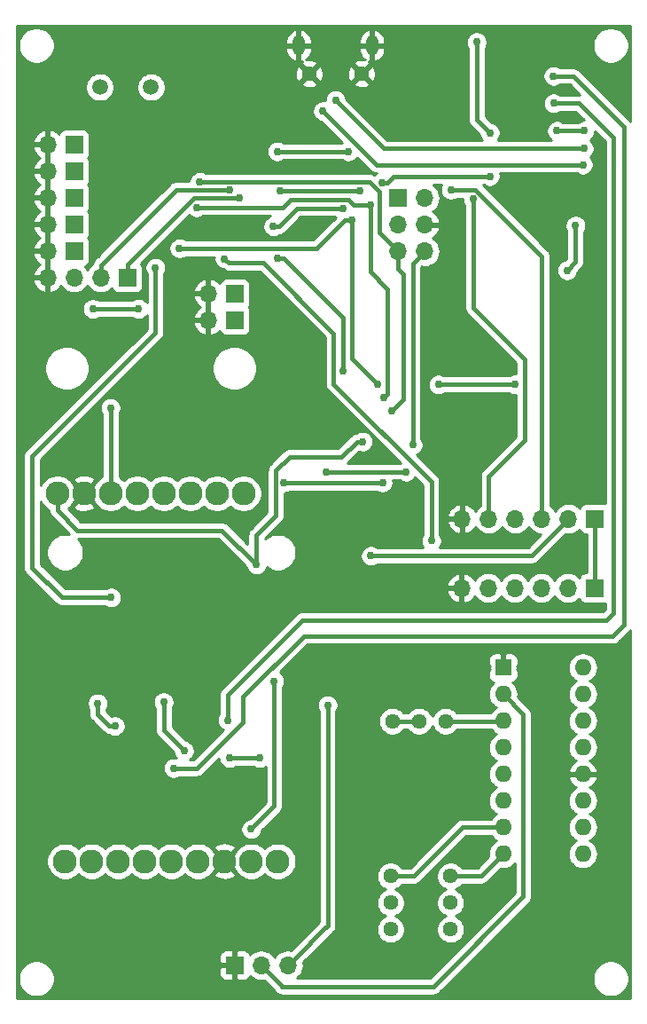
<source format=gbl>
G04 #@! TF.GenerationSoftware,KiCad,Pcbnew,(5.1.0)-1*
G04 #@! TF.CreationDate,2019-06-01T09:59:27+02:00*
G04 #@! TF.ProjectId,Main_board,4d61696e-5f62-46f6-9172-642e6b696361,V0-2*
G04 #@! TF.SameCoordinates,Original*
G04 #@! TF.FileFunction,Copper,L2,Bot*
G04 #@! TF.FilePolarity,Positive*
%FSLAX46Y46*%
G04 Gerber Fmt 4.6, Leading zero omitted, Abs format (unit mm)*
G04 Created by KiCad (PCBNEW (5.1.0)-1) date 2019-06-01 09:59:27*
%MOMM*%
%LPD*%
G04 APERTURE LIST*
%ADD10C,2.286000*%
%ADD11O,1.700000X1.700000*%
%ADD12R,1.700000X1.700000*%
%ADD13C,1.450000*%
%ADD14O,1.200000X1.900000*%
%ADD15C,1.440000*%
%ADD16R,1.600000X1.600000*%
%ADD17O,1.600000X1.600000*%
%ADD18C,1.500000*%
%ADD19C,0.762000*%
%ADD20C,0.381000*%
%ADD21C,0.254000*%
G04 APERTURE END LIST*
D10*
X145745200Y-97358200D03*
X143205200Y-97358200D03*
X140665200Y-97358200D03*
X138125200Y-97358200D03*
X135585200Y-97358200D03*
X133045200Y-97358200D03*
X130505200Y-97358200D03*
X127965200Y-97358200D03*
D11*
X166573200Y-106400600D03*
X169113200Y-106400600D03*
X171653200Y-106400600D03*
X174193200Y-106400600D03*
X176733200Y-106400600D03*
D12*
X179273200Y-106400600D03*
D11*
X127025400Y-71704200D03*
D12*
X129565400Y-71704200D03*
X129565400Y-74244200D03*
D11*
X127025400Y-74244200D03*
D10*
X149021800Y-132461000D03*
X146481800Y-132461000D03*
X143941800Y-132461000D03*
X141401800Y-132461000D03*
X138861800Y-132461000D03*
X136321800Y-132461000D03*
X133781800Y-132461000D03*
X131241800Y-132461000D03*
X128701800Y-132461000D03*
D12*
X160502600Y-69189600D03*
D11*
X163042600Y-69189600D03*
X160502600Y-71729600D03*
X163042600Y-71729600D03*
X160502600Y-74269600D03*
X163042600Y-74269600D03*
D13*
X157008200Y-57317100D03*
X152008200Y-57317100D03*
D14*
X158008200Y-54617100D03*
X151008200Y-54617100D03*
D11*
X127025400Y-64084200D03*
D12*
X129565400Y-64084200D03*
X129565400Y-66624200D03*
D11*
X127025400Y-66624200D03*
D12*
X129565400Y-69164200D03*
D11*
X127025400Y-69164200D03*
D12*
X144907000Y-78308200D03*
D11*
X142367000Y-78308200D03*
D15*
X165049200Y-119100600D03*
X162509200Y-119100600D03*
X159969200Y-119100600D03*
X165506400Y-133883400D03*
X165506400Y-136423400D03*
X165506400Y-138963400D03*
X159791400Y-138963400D03*
X159791400Y-136423400D03*
X159791400Y-133883400D03*
D12*
X134645400Y-76784200D03*
D11*
X132105400Y-76784200D03*
X129565400Y-76784200D03*
X127025400Y-76784200D03*
X142367000Y-80848200D03*
D12*
X144907000Y-80848200D03*
X144907000Y-142392400D03*
D11*
X147447000Y-142392400D03*
X149987000Y-142392400D03*
D12*
X179324000Y-99796600D03*
D11*
X176784000Y-99796600D03*
X174244000Y-99796600D03*
X171704000Y-99796600D03*
X169164000Y-99796600D03*
X166624000Y-99796600D03*
D16*
X170535600Y-113995200D03*
D17*
X178155600Y-131775200D03*
X170535600Y-116535200D03*
X178155600Y-129235200D03*
X170535600Y-119075200D03*
X178155600Y-126695200D03*
X170535600Y-121615200D03*
X178155600Y-124155200D03*
X170535600Y-124155200D03*
X178155600Y-121615200D03*
X170535600Y-126695200D03*
X178155600Y-119075200D03*
X170535600Y-129235200D03*
X178155600Y-116535200D03*
X170535600Y-131775200D03*
X178155600Y-113995200D03*
D18*
X136906000Y-58597800D03*
X132026000Y-58597800D03*
D19*
X140893800Y-126974600D03*
X137388600Y-113233200D03*
X154584400Y-100863400D03*
X145034000Y-65659000D03*
X132054600Y-71882000D03*
X131826000Y-74549000D03*
X171190800Y-61447800D03*
X165938200Y-74676000D03*
X164211000Y-83185000D03*
X177749200Y-95300800D03*
X165481000Y-92760800D03*
X143941800Y-74980800D03*
X163677600Y-101879400D03*
X159029400Y-96342200D03*
X149555200Y-96342200D03*
X175666400Y-62763400D03*
X146481800Y-129387600D03*
X148666200Y-115290800D03*
X131343400Y-79764281D03*
X135712200Y-79756000D03*
X146964400Y-104165400D03*
X157109200Y-92415400D03*
X178308000Y-62763400D03*
X161899600Y-92735400D03*
X153771600Y-117576600D03*
X157911800Y-103327200D03*
X149225000Y-68529200D03*
X156870400Y-68529200D03*
X158953200Y-67716400D03*
X169265600Y-67106800D03*
X169265600Y-62966600D03*
X168021100Y-54305100D03*
X176657000Y-76073000D03*
X177444400Y-71805800D03*
X141274800Y-70078600D03*
X157835600Y-69824600D03*
X159131000Y-88239600D03*
X139623800Y-73990200D03*
X156133800Y-71297800D03*
X158572200Y-86969600D03*
X141554200Y-67640200D03*
X159893000Y-89509600D03*
X145313400Y-69189600D03*
X144373600Y-68376800D03*
X133045200Y-89204800D03*
X154533600Y-59842400D03*
X178257200Y-64465200D03*
X153314400Y-60883800D03*
X178164200Y-65997800D03*
X137337800Y-75819000D03*
X133096000Y-107289600D03*
X138125200Y-117266000D03*
X140055600Y-121920000D03*
X133451600Y-119557800D03*
X131800600Y-117398800D03*
X175361000Y-60147800D03*
X144221200Y-118999000D03*
X148590000Y-71882000D03*
X165557200Y-68402200D03*
X155219400Y-70180200D03*
X153619200Y-95300800D03*
X161264600Y-95300800D03*
X167690800Y-69265800D03*
X148971100Y-64744700D03*
X155752700Y-64744700D03*
X148996400Y-74904600D03*
X155270200Y-85699600D03*
X144399000Y-122605800D03*
X147294600Y-122605800D03*
X175353000Y-57547800D03*
X139065000Y-123596400D03*
X171653200Y-86969600D03*
X164363400Y-86969600D03*
D20*
X144322799Y-75361799D02*
X147599399Y-75361799D01*
X143941800Y-74980800D02*
X144322799Y-75361799D01*
X147599399Y-75361799D02*
X154355800Y-82118200D01*
X154355800Y-86918800D02*
X163677600Y-96240600D01*
X154355800Y-82118200D02*
X154355800Y-86918800D01*
X163677600Y-96240600D02*
X163677600Y-101879400D01*
X163677600Y-101879400D02*
X163677600Y-101879400D01*
X150094015Y-96342200D02*
X159029400Y-96342200D01*
X149555200Y-96342200D02*
X150094015Y-96342200D01*
X175666400Y-62763400D02*
X175666400Y-62763400D01*
X148666200Y-127203200D02*
X146481800Y-129387600D01*
X148666200Y-115290800D02*
X148666200Y-127203200D01*
X131351681Y-79756000D02*
X131343400Y-79764281D01*
X135712200Y-79756000D02*
X131351681Y-79756000D01*
X127965200Y-98974646D02*
X129879354Y-100888800D01*
X127965200Y-97358200D02*
X127965200Y-98974646D01*
X129879354Y-100888800D02*
X143510000Y-100888800D01*
X143510000Y-100888800D02*
X143687800Y-100888800D01*
X143687800Y-100888800D02*
X146964400Y-104165400D01*
X146964400Y-104165400D02*
X146964400Y-104165400D01*
X162636200Y-74676000D02*
X163042600Y-74269600D01*
X156570385Y-92415400D02*
X155107385Y-93878400D01*
X157109200Y-92415400D02*
X156570385Y-92415400D01*
X155107385Y-93878400D02*
X150139400Y-93878400D01*
X148831299Y-95186501D02*
X148831299Y-99479101D01*
X150139400Y-93878400D02*
X148831299Y-95186501D01*
X146964400Y-101346000D02*
X146964400Y-104165400D01*
X148831299Y-99479101D02*
X146964400Y-101346000D01*
X175666400Y-62763400D02*
X176205215Y-62763400D01*
X176205215Y-62763400D02*
X178308000Y-62763400D01*
X178308000Y-62763400D02*
X178308000Y-62763400D01*
X161899600Y-75412600D02*
X163042600Y-74269600D01*
X161899600Y-92735400D02*
X161899600Y-75412600D01*
X179324000Y-106349800D02*
X179273200Y-106400600D01*
X179324000Y-99796600D02*
X179324000Y-106349800D01*
X149987000Y-142392400D02*
X150836999Y-141542401D01*
X150836999Y-141542401D02*
X153416000Y-138963400D01*
X153416000Y-138963400D02*
X153771600Y-138607800D01*
X153771600Y-138607800D02*
X153771600Y-117576600D01*
X153771600Y-117576600D02*
X153771600Y-117576600D01*
X159029400Y-103327200D02*
X159029400Y-103327200D01*
X173253400Y-103327200D02*
X176784000Y-99796600D01*
X157911800Y-103327200D02*
X173253400Y-103327200D01*
X162509200Y-119100600D02*
X159969200Y-119100600D01*
X149225000Y-68529200D02*
X156870400Y-68529200D01*
X156870400Y-68529200D02*
X156870400Y-68529200D01*
X159492015Y-67716400D02*
X160101615Y-67106800D01*
X158953200Y-67716400D02*
X159492015Y-67716400D01*
X160101615Y-67106800D02*
X169265600Y-67106800D01*
X169265600Y-67106800D02*
X169265600Y-67106800D01*
X168021100Y-61722100D02*
X169265600Y-62966600D01*
X168021100Y-54305100D02*
X168021100Y-61722100D01*
X177444400Y-75285600D02*
X176657000Y-76073000D01*
X177444400Y-71805800D02*
X177444400Y-75285600D01*
X141274800Y-70078600D02*
X149504400Y-70078600D01*
X149504400Y-70078600D02*
X150266400Y-69316600D01*
X150266400Y-69316600D02*
X155778200Y-69316600D01*
X155778200Y-69316600D02*
X156286200Y-69824600D01*
X156286200Y-69824600D02*
X157835600Y-69824600D01*
X159511999Y-87858601D02*
X159511999Y-77876399D01*
X159131000Y-88239600D02*
X159511999Y-87858601D01*
X157835600Y-76200000D02*
X157835600Y-69824600D01*
X159511999Y-77876399D02*
X157835600Y-76200000D01*
X152704800Y-73990200D02*
X140284200Y-73990200D01*
X140284200Y-73990200D02*
X140284200Y-73990200D01*
X140284200Y-73990200D02*
X139623800Y-73990200D01*
X139623800Y-73990200D02*
X139623800Y-73990200D01*
X155397200Y-71297800D02*
X152704800Y-73990200D01*
X156133800Y-71297800D02*
X155397200Y-71297800D01*
X156133800Y-84531200D02*
X156133800Y-71297800D01*
X158572200Y-86969600D02*
X156133800Y-84531200D01*
X158699200Y-72466200D02*
X160502600Y-74269600D01*
X158699200Y-68554600D02*
X158699200Y-72466200D01*
X141554200Y-67640200D02*
X157784800Y-67640200D01*
X157784800Y-67640200D02*
X158699200Y-68554600D01*
X159893000Y-89509600D02*
X161036000Y-88366600D01*
X161036000Y-88366600D02*
X161036000Y-76454000D01*
X160502600Y-75920600D02*
X160502600Y-74269600D01*
X161036000Y-76454000D02*
X160502600Y-75920600D01*
X134645400Y-75553200D02*
X141009000Y-69189600D01*
X134645400Y-76784200D02*
X134645400Y-75553200D01*
X141009000Y-69189600D02*
X145313400Y-69189600D01*
X145313400Y-69189600D02*
X145313400Y-69189600D01*
X132105400Y-75582119D02*
X139310719Y-68376800D01*
X132105400Y-76784200D02*
X132105400Y-75582119D01*
X139310719Y-68376800D02*
X144373600Y-68376800D01*
X144373600Y-68376800D02*
X144373600Y-68376800D01*
X133045200Y-89204800D02*
X133045200Y-97358200D01*
X159156400Y-64465200D02*
X154533600Y-59842400D01*
X178257200Y-64465200D02*
X159156400Y-64465200D01*
X158428400Y-65997800D02*
X178164200Y-65997800D01*
X153314400Y-60883800D02*
X158428400Y-65997800D01*
X137337800Y-75819000D02*
X137337800Y-82016600D01*
X137337800Y-82016600D02*
X125526800Y-93827600D01*
X125526800Y-104444800D02*
X128371600Y-107289600D01*
X125526800Y-93827600D02*
X125526800Y-104444800D01*
X128371600Y-107289600D02*
X133096000Y-107289600D01*
X133096000Y-107289600D02*
X133096000Y-107289600D01*
X138125200Y-117266000D02*
X138125200Y-117804815D01*
X138125200Y-117804815D02*
X138125200Y-119989600D01*
X138125200Y-119989600D02*
X140055600Y-121920000D01*
X140055600Y-121920000D02*
X140055600Y-121920000D01*
X132912785Y-119557800D02*
X131800600Y-118445615D01*
X133451600Y-119557800D02*
X132912785Y-119557800D01*
X131800600Y-118445615D02*
X131800600Y-117398800D01*
X131800600Y-117398800D02*
X131800600Y-117398800D01*
X144221200Y-116586000D02*
X144221200Y-118999000D01*
X144221200Y-118999000D02*
X144221200Y-118999000D01*
X180390800Y-109474000D02*
X151333200Y-109474000D01*
X151333200Y-109474000D02*
X144221200Y-116586000D01*
X175361000Y-60147800D02*
X177800600Y-60147800D01*
X177800600Y-60147800D02*
X181102000Y-63449200D01*
X181102000Y-63449200D02*
X181102000Y-108762800D01*
X181102000Y-108762800D02*
X180390800Y-109474000D01*
X170510200Y-119100600D02*
X170535600Y-119075200D01*
X165049200Y-119100600D02*
X170510200Y-119100600D01*
X168427400Y-133883400D02*
X170535600Y-131775200D01*
X165506400Y-133883400D02*
X168427400Y-133883400D01*
X159791400Y-133883400D02*
X162001200Y-133883400D01*
X166649400Y-129235200D02*
X170535600Y-129235200D01*
X162001200Y-133883400D02*
X166649400Y-129235200D01*
X172466000Y-118465600D02*
X172466000Y-135839200D01*
X170535600Y-116535200D02*
X172466000Y-118465600D01*
X172466000Y-135839200D02*
X163880800Y-144424400D01*
X163880800Y-144424400D02*
X149402800Y-144424400D01*
X149402800Y-144348200D02*
X147447000Y-142392400D01*
X149402800Y-144424400D02*
X149402800Y-144348200D01*
X152984200Y-70154800D02*
X152984200Y-70154800D01*
X174244000Y-98594519D02*
X174244000Y-99796600D01*
X174244000Y-74747626D02*
X174244000Y-98594519D01*
X167898574Y-68402200D02*
X174244000Y-74747626D01*
X165557200Y-68402200D02*
X167898574Y-68402200D01*
X149128815Y-71882000D02*
X148590000Y-71882000D01*
X150856015Y-70154800D02*
X149128815Y-71882000D01*
X154655185Y-70154800D02*
X150856015Y-70154800D01*
X154680585Y-70180200D02*
X154655185Y-70154800D01*
X155219400Y-70180200D02*
X154680585Y-70180200D01*
X153619200Y-95300800D02*
X161264600Y-95300800D01*
X161264600Y-95300800D02*
X161264600Y-95300800D01*
X167690800Y-69265800D02*
X167690800Y-79629000D01*
X167690800Y-79629000D02*
X172618400Y-84556600D01*
X172618400Y-84556600D02*
X172618400Y-92278200D01*
X169164000Y-95732600D02*
X169164000Y-99796600D01*
X172618400Y-92278200D02*
X169164000Y-95732600D01*
X148971100Y-64744700D02*
X155752700Y-64744700D01*
X155752700Y-64744700D02*
X155752700Y-64744700D01*
X149535215Y-74904600D02*
X155270200Y-80639585D01*
X148996400Y-74904600D02*
X149535215Y-74904600D01*
X155270200Y-80639585D02*
X155270200Y-85699600D01*
X155270200Y-85699600D02*
X155270200Y-85699600D01*
X144399000Y-122605800D02*
X144937815Y-122605800D01*
X144937815Y-122605800D02*
X147294600Y-122605800D01*
X147294600Y-122605800D02*
X147294600Y-122605800D01*
X175353000Y-57547800D02*
X177232600Y-57547800D01*
X177232600Y-57547800D02*
X182092600Y-62407800D01*
X182092600Y-62407800D02*
X182092600Y-108458000D01*
X182092600Y-108458000D02*
X182092600Y-109880400D01*
X182092600Y-109880400D02*
X181000400Y-110972600D01*
X181000400Y-110972600D02*
X151485600Y-110972600D01*
X151485600Y-110972600D02*
X145719800Y-116738400D01*
X145719800Y-116738400D02*
X145719800Y-119176800D01*
X145719800Y-119176800D02*
X141300200Y-123596400D01*
X141300200Y-123596400D02*
X139065000Y-123596400D01*
X139065000Y-123596400D02*
X139065000Y-123596400D01*
X171653200Y-86969600D02*
X164363400Y-86969600D01*
X164363400Y-86969600D02*
X164363400Y-86969600D01*
D21*
G36*
X182702600Y-61849844D02*
G01*
X182679141Y-61821259D01*
X182647646Y-61795412D01*
X177844998Y-56992766D01*
X177819141Y-56961259D01*
X177693442Y-56858101D01*
X177550034Y-56781447D01*
X177394426Y-56734244D01*
X177273153Y-56722300D01*
X177273150Y-56722300D01*
X177232600Y-56718306D01*
X177192050Y-56722300D01*
X175946304Y-56722300D01*
X175834256Y-56647432D01*
X175649356Y-56570844D01*
X175453067Y-56531800D01*
X175252933Y-56531800D01*
X175056644Y-56570844D01*
X174871744Y-56647432D01*
X174705338Y-56758621D01*
X174563821Y-56900138D01*
X174452632Y-57066544D01*
X174376044Y-57251444D01*
X174337000Y-57447733D01*
X174337000Y-57647867D01*
X174376044Y-57844156D01*
X174452632Y-58029056D01*
X174563821Y-58195462D01*
X174705338Y-58336979D01*
X174871744Y-58448168D01*
X175056644Y-58524756D01*
X175252933Y-58563800D01*
X175453067Y-58563800D01*
X175649356Y-58524756D01*
X175834256Y-58448168D01*
X175946304Y-58373300D01*
X176890668Y-58373300D01*
X177839505Y-59322138D01*
X177800600Y-59318306D01*
X177760050Y-59322300D01*
X175954304Y-59322300D01*
X175842256Y-59247432D01*
X175657356Y-59170844D01*
X175461067Y-59131800D01*
X175260933Y-59131800D01*
X175064644Y-59170844D01*
X174879744Y-59247432D01*
X174713338Y-59358621D01*
X174571821Y-59500138D01*
X174460632Y-59666544D01*
X174384044Y-59851444D01*
X174345000Y-60047733D01*
X174345000Y-60247867D01*
X174384044Y-60444156D01*
X174460632Y-60629056D01*
X174571821Y-60795462D01*
X174713338Y-60936979D01*
X174879744Y-61048168D01*
X175064644Y-61124756D01*
X175260933Y-61163800D01*
X175461067Y-61163800D01*
X175657356Y-61124756D01*
X175842256Y-61048168D01*
X175954304Y-60973300D01*
X177458668Y-60973300D01*
X178232767Y-61747400D01*
X178207933Y-61747400D01*
X178011644Y-61786444D01*
X177826744Y-61863032D01*
X177714696Y-61937900D01*
X176259704Y-61937900D01*
X176147656Y-61863032D01*
X175962756Y-61786444D01*
X175766467Y-61747400D01*
X175566333Y-61747400D01*
X175370044Y-61786444D01*
X175185144Y-61863032D01*
X175018738Y-61974221D01*
X174877221Y-62115738D01*
X174766032Y-62282144D01*
X174689444Y-62467044D01*
X174650400Y-62663333D01*
X174650400Y-62863467D01*
X174689444Y-63059756D01*
X174766032Y-63244656D01*
X174877221Y-63411062D01*
X175018738Y-63552579D01*
X175149124Y-63639700D01*
X170029341Y-63639700D01*
X170054779Y-63614262D01*
X170165968Y-63447856D01*
X170242556Y-63262956D01*
X170281600Y-63066667D01*
X170281600Y-62866533D01*
X170242556Y-62670244D01*
X170165968Y-62485344D01*
X170054779Y-62318938D01*
X169913262Y-62177421D01*
X169746856Y-62066232D01*
X169561956Y-61989644D01*
X169429788Y-61963354D01*
X168846600Y-61380168D01*
X168846600Y-54898404D01*
X168921468Y-54786356D01*
X168998056Y-54601456D01*
X169025294Y-54464517D01*
X179087600Y-54464517D01*
X179087600Y-54806283D01*
X179154275Y-55141481D01*
X179285063Y-55457231D01*
X179474937Y-55741398D01*
X179716602Y-55983063D01*
X180000769Y-56172937D01*
X180316519Y-56303725D01*
X180651717Y-56370400D01*
X180993483Y-56370400D01*
X181328681Y-56303725D01*
X181644431Y-56172937D01*
X181928598Y-55983063D01*
X182170263Y-55741398D01*
X182360137Y-55457231D01*
X182490925Y-55141481D01*
X182557600Y-54806283D01*
X182557600Y-54464517D01*
X182490925Y-54129319D01*
X182360137Y-53813569D01*
X182170263Y-53529402D01*
X181928598Y-53287737D01*
X181644431Y-53097863D01*
X181328681Y-52967075D01*
X180993483Y-52900400D01*
X180651717Y-52900400D01*
X180316519Y-52967075D01*
X180000769Y-53097863D01*
X179716602Y-53287737D01*
X179474937Y-53529402D01*
X179285063Y-53813569D01*
X179154275Y-54129319D01*
X179087600Y-54464517D01*
X169025294Y-54464517D01*
X169037100Y-54405167D01*
X169037100Y-54205033D01*
X168998056Y-54008744D01*
X168921468Y-53823844D01*
X168810279Y-53657438D01*
X168668762Y-53515921D01*
X168502356Y-53404732D01*
X168317456Y-53328144D01*
X168121167Y-53289100D01*
X167921033Y-53289100D01*
X167724744Y-53328144D01*
X167539844Y-53404732D01*
X167373438Y-53515921D01*
X167231921Y-53657438D01*
X167120732Y-53823844D01*
X167044144Y-54008744D01*
X167005100Y-54205033D01*
X167005100Y-54405167D01*
X167044144Y-54601456D01*
X167120732Y-54786356D01*
X167195600Y-54898404D01*
X167195601Y-61681540D01*
X167191606Y-61722100D01*
X167207545Y-61883926D01*
X167254747Y-62039533D01*
X167331401Y-62182942D01*
X167392963Y-62257954D01*
X167434560Y-62308641D01*
X167466061Y-62334493D01*
X168262354Y-63130788D01*
X168288644Y-63262956D01*
X168365232Y-63447856D01*
X168476421Y-63614262D01*
X168501859Y-63639700D01*
X159498333Y-63639700D01*
X155536846Y-59678214D01*
X155510556Y-59546044D01*
X155433968Y-59361144D01*
X155322779Y-59194738D01*
X155181262Y-59053221D01*
X155014856Y-58942032D01*
X154829956Y-58865444D01*
X154633667Y-58826400D01*
X154433533Y-58826400D01*
X154237244Y-58865444D01*
X154052344Y-58942032D01*
X153885938Y-59053221D01*
X153744421Y-59194738D01*
X153633232Y-59361144D01*
X153556644Y-59546044D01*
X153517600Y-59742333D01*
X153517600Y-59888314D01*
X153414467Y-59867800D01*
X153214333Y-59867800D01*
X153018044Y-59906844D01*
X152833144Y-59983432D01*
X152666738Y-60094621D01*
X152525221Y-60236138D01*
X152414032Y-60402544D01*
X152337444Y-60587444D01*
X152298400Y-60783733D01*
X152298400Y-60983867D01*
X152337444Y-61180156D01*
X152414032Y-61365056D01*
X152525221Y-61531462D01*
X152666738Y-61672979D01*
X152833144Y-61784168D01*
X153018044Y-61860756D01*
X153150214Y-61887046D01*
X155173166Y-63909999D01*
X155159396Y-63919200D01*
X149564404Y-63919200D01*
X149452356Y-63844332D01*
X149267456Y-63767744D01*
X149071167Y-63728700D01*
X148871033Y-63728700D01*
X148674744Y-63767744D01*
X148489844Y-63844332D01*
X148323438Y-63955521D01*
X148181921Y-64097038D01*
X148070732Y-64263444D01*
X147994144Y-64448344D01*
X147955100Y-64644633D01*
X147955100Y-64844767D01*
X147994144Y-65041056D01*
X148070732Y-65225956D01*
X148181921Y-65392362D01*
X148323438Y-65533879D01*
X148489844Y-65645068D01*
X148674744Y-65721656D01*
X148871033Y-65760700D01*
X149071167Y-65760700D01*
X149267456Y-65721656D01*
X149452356Y-65645068D01*
X149564404Y-65570200D01*
X155159396Y-65570200D01*
X155271444Y-65645068D01*
X155456344Y-65721656D01*
X155652633Y-65760700D01*
X155852767Y-65760700D01*
X156049056Y-65721656D01*
X156233956Y-65645068D01*
X156400362Y-65533879D01*
X156541879Y-65392362D01*
X156587401Y-65324234D01*
X157816007Y-66552840D01*
X157841859Y-66584341D01*
X157890428Y-66624200D01*
X157967557Y-66687499D01*
X158064739Y-66739444D01*
X158110966Y-66764153D01*
X158266574Y-66811356D01*
X158387847Y-66823300D01*
X158387849Y-66823300D01*
X158428399Y-66827294D01*
X158459704Y-66824211D01*
X158305538Y-66927221D01*
X158265753Y-66967006D01*
X158245642Y-66950501D01*
X158102234Y-66873847D01*
X157946626Y-66826644D01*
X157825353Y-66814700D01*
X157825350Y-66814700D01*
X157784800Y-66810706D01*
X157744250Y-66814700D01*
X142147504Y-66814700D01*
X142035456Y-66739832D01*
X141850556Y-66663244D01*
X141654267Y-66624200D01*
X141454133Y-66624200D01*
X141257844Y-66663244D01*
X141072944Y-66739832D01*
X140906538Y-66851021D01*
X140765021Y-66992538D01*
X140653832Y-67158944D01*
X140577244Y-67343844D01*
X140538200Y-67540133D01*
X140538200Y-67551300D01*
X139351269Y-67551300D01*
X139310719Y-67547306D01*
X139270168Y-67551300D01*
X139270166Y-67551300D01*
X139148893Y-67563244D01*
X138993285Y-67610447D01*
X138849876Y-67687101D01*
X138755677Y-67764408D01*
X138755674Y-67764411D01*
X138724178Y-67790259D01*
X138698330Y-67821755D01*
X131550361Y-74969726D01*
X131518860Y-74995578D01*
X131493009Y-75027078D01*
X131415701Y-75121277D01*
X131339047Y-75264686D01*
X131291845Y-75420293D01*
X131279895Y-75541618D01*
X131276386Y-75543494D01*
X131050266Y-75729066D01*
X130864694Y-75955186D01*
X130835400Y-76009991D01*
X130806106Y-75955186D01*
X130620534Y-75729066D01*
X130590713Y-75704593D01*
X130659580Y-75683702D01*
X130769894Y-75624737D01*
X130866585Y-75545385D01*
X130945937Y-75448694D01*
X131004902Y-75338380D01*
X131041212Y-75218682D01*
X131053472Y-75094200D01*
X131053472Y-73394200D01*
X131041212Y-73269718D01*
X131004902Y-73150020D01*
X130945937Y-73039706D01*
X130892178Y-72974200D01*
X130945937Y-72908694D01*
X131004902Y-72798380D01*
X131041212Y-72678682D01*
X131053472Y-72554200D01*
X131053472Y-70854200D01*
X131041212Y-70729718D01*
X131004902Y-70610020D01*
X130945937Y-70499706D01*
X130892178Y-70434200D01*
X130945937Y-70368694D01*
X131004902Y-70258380D01*
X131041212Y-70138682D01*
X131053472Y-70014200D01*
X131053472Y-68314200D01*
X131041212Y-68189718D01*
X131004902Y-68070020D01*
X130945937Y-67959706D01*
X130892178Y-67894200D01*
X130945937Y-67828694D01*
X131004902Y-67718380D01*
X131041212Y-67598682D01*
X131053472Y-67474200D01*
X131053472Y-65774200D01*
X131041212Y-65649718D01*
X131004902Y-65530020D01*
X130945937Y-65419706D01*
X130892178Y-65354200D01*
X130945937Y-65288694D01*
X131004902Y-65178380D01*
X131041212Y-65058682D01*
X131053472Y-64934200D01*
X131053472Y-63234200D01*
X131041212Y-63109718D01*
X131004902Y-62990020D01*
X130945937Y-62879706D01*
X130866585Y-62783015D01*
X130769894Y-62703663D01*
X130659580Y-62644698D01*
X130539882Y-62608388D01*
X130415400Y-62596128D01*
X128715400Y-62596128D01*
X128590918Y-62608388D01*
X128471220Y-62644698D01*
X128360906Y-62703663D01*
X128264215Y-62783015D01*
X128184863Y-62879706D01*
X128125898Y-62990020D01*
X128101434Y-63070666D01*
X128025669Y-62986612D01*
X127792320Y-62812559D01*
X127529499Y-62687375D01*
X127382290Y-62642724D01*
X127152400Y-62764045D01*
X127152400Y-63957200D01*
X127172400Y-63957200D01*
X127172400Y-64211200D01*
X127152400Y-64211200D01*
X127152400Y-66497200D01*
X127172400Y-66497200D01*
X127172400Y-66751200D01*
X127152400Y-66751200D01*
X127152400Y-69037200D01*
X127172400Y-69037200D01*
X127172400Y-69291200D01*
X127152400Y-69291200D01*
X127152400Y-71577200D01*
X127172400Y-71577200D01*
X127172400Y-71831200D01*
X127152400Y-71831200D01*
X127152400Y-74117200D01*
X127172400Y-74117200D01*
X127172400Y-74371200D01*
X127152400Y-74371200D01*
X127152400Y-76657200D01*
X127172400Y-76657200D01*
X127172400Y-76911200D01*
X127152400Y-76911200D01*
X127152400Y-78104355D01*
X127382290Y-78225676D01*
X127529499Y-78181025D01*
X127792320Y-78055841D01*
X128025669Y-77881788D01*
X128220578Y-77665555D01*
X128290199Y-77548677D01*
X128324694Y-77613214D01*
X128510266Y-77839334D01*
X128736386Y-78024906D01*
X128994366Y-78162799D01*
X129274289Y-78247713D01*
X129492450Y-78269200D01*
X129638350Y-78269200D01*
X129856511Y-78247713D01*
X130136434Y-78162799D01*
X130394414Y-78024906D01*
X130620534Y-77839334D01*
X130806106Y-77613214D01*
X130835400Y-77558409D01*
X130864694Y-77613214D01*
X131050266Y-77839334D01*
X131276386Y-78024906D01*
X131534366Y-78162799D01*
X131814289Y-78247713D01*
X132032450Y-78269200D01*
X132178350Y-78269200D01*
X132396511Y-78247713D01*
X132676434Y-78162799D01*
X132934414Y-78024906D01*
X133160534Y-77839334D01*
X133185007Y-77809513D01*
X133205898Y-77878380D01*
X133264863Y-77988694D01*
X133344215Y-78085385D01*
X133440906Y-78164737D01*
X133551220Y-78223702D01*
X133670918Y-78260012D01*
X133795400Y-78272272D01*
X135495400Y-78272272D01*
X135619882Y-78260012D01*
X135739580Y-78223702D01*
X135849894Y-78164737D01*
X135946585Y-78085385D01*
X136025937Y-77988694D01*
X136084902Y-77878380D01*
X136121212Y-77758682D01*
X136133472Y-77634200D01*
X136133472Y-75934200D01*
X136121212Y-75809718D01*
X136084902Y-75690020D01*
X136025937Y-75579706D01*
X135946585Y-75483015D01*
X135911671Y-75454362D01*
X140562696Y-70803337D01*
X140627138Y-70867779D01*
X140793544Y-70978968D01*
X140978444Y-71055556D01*
X141174733Y-71094600D01*
X141374867Y-71094600D01*
X141571156Y-71055556D01*
X141756056Y-70978968D01*
X141868104Y-70904100D01*
X148298390Y-70904100D01*
X148293644Y-70905044D01*
X148108744Y-70981632D01*
X147942338Y-71092821D01*
X147800821Y-71234338D01*
X147689632Y-71400744D01*
X147613044Y-71585644D01*
X147574000Y-71781933D01*
X147574000Y-71982067D01*
X147613044Y-72178356D01*
X147689632Y-72363256D01*
X147800821Y-72529662D01*
X147942338Y-72671179D01*
X148108744Y-72782368D01*
X148293644Y-72858956D01*
X148489933Y-72898000D01*
X148690067Y-72898000D01*
X148886356Y-72858956D01*
X149071256Y-72782368D01*
X149185713Y-72705890D01*
X149290641Y-72695556D01*
X149446249Y-72648353D01*
X149589657Y-72571699D01*
X149715356Y-72468541D01*
X149741213Y-72437034D01*
X151197949Y-70980300D01*
X154474400Y-70980300D01*
X154518759Y-70993756D01*
X154532461Y-70995105D01*
X152362868Y-73164700D01*
X140217104Y-73164700D01*
X140105056Y-73089832D01*
X139920156Y-73013244D01*
X139723867Y-72974200D01*
X139523733Y-72974200D01*
X139327444Y-73013244D01*
X139142544Y-73089832D01*
X138976138Y-73201021D01*
X138834621Y-73342538D01*
X138723432Y-73508944D01*
X138646844Y-73693844D01*
X138607800Y-73890133D01*
X138607800Y-74090267D01*
X138646844Y-74286556D01*
X138723432Y-74471456D01*
X138834621Y-74637862D01*
X138976138Y-74779379D01*
X139142544Y-74890568D01*
X139327444Y-74967156D01*
X139523733Y-75006200D01*
X139723867Y-75006200D01*
X139920156Y-74967156D01*
X140105056Y-74890568D01*
X140217104Y-74815700D01*
X142938736Y-74815700D01*
X142925800Y-74880733D01*
X142925800Y-75080867D01*
X142964844Y-75277156D01*
X143041432Y-75462056D01*
X143152621Y-75628462D01*
X143294138Y-75769979D01*
X143460544Y-75881168D01*
X143645444Y-75957756D01*
X143780455Y-75984611D01*
X143861957Y-76051498D01*
X144005365Y-76128152D01*
X144160973Y-76175355D01*
X144282246Y-76187299D01*
X144282248Y-76187299D01*
X144322799Y-76191293D01*
X144363349Y-76187299D01*
X147257467Y-76187299D01*
X153530300Y-82460134D01*
X153530301Y-86878240D01*
X153526306Y-86918800D01*
X153542245Y-87080626D01*
X153589447Y-87236233D01*
X153666101Y-87379642D01*
X153727663Y-87454654D01*
X153769260Y-87505341D01*
X153800761Y-87531193D01*
X160715399Y-94445832D01*
X160671296Y-94475300D01*
X155681303Y-94475300D01*
X155693926Y-94464941D01*
X155719783Y-94433434D01*
X156776087Y-93377131D01*
X156812844Y-93392356D01*
X157009133Y-93431400D01*
X157209267Y-93431400D01*
X157405556Y-93392356D01*
X157590456Y-93315768D01*
X157756862Y-93204579D01*
X157898379Y-93063062D01*
X158009568Y-92896656D01*
X158086156Y-92711756D01*
X158125200Y-92515467D01*
X158125200Y-92315333D01*
X158086156Y-92119044D01*
X158009568Y-91934144D01*
X157898379Y-91767738D01*
X157756862Y-91626221D01*
X157590456Y-91515032D01*
X157405556Y-91438444D01*
X157209267Y-91399400D01*
X157009133Y-91399400D01*
X156812844Y-91438444D01*
X156627944Y-91515032D01*
X156513487Y-91591510D01*
X156408559Y-91601844D01*
X156252951Y-91649047D01*
X156173229Y-91691660D01*
X156109541Y-91725702D01*
X156053418Y-91771761D01*
X155983844Y-91828859D01*
X155957991Y-91860361D01*
X154765453Y-93052900D01*
X150179950Y-93052900D01*
X150139399Y-93048906D01*
X150098849Y-93052900D01*
X150098847Y-93052900D01*
X149977574Y-93064844D01*
X149844871Y-93105099D01*
X149821966Y-93112047D01*
X149678557Y-93188701D01*
X149629507Y-93228956D01*
X149552859Y-93291859D01*
X149527008Y-93323359D01*
X148276265Y-94574103D01*
X148244758Y-94599960D01*
X148201117Y-94653138D01*
X148141600Y-94725659D01*
X148091417Y-94819544D01*
X148064946Y-94869068D01*
X148017743Y-95024676D01*
X148006486Y-95138974D01*
X148001805Y-95186501D01*
X148005799Y-95227052D01*
X148005800Y-99137166D01*
X146409366Y-100733602D01*
X146377859Y-100759459D01*
X146308614Y-100843835D01*
X146274701Y-100885158D01*
X146224524Y-100979032D01*
X146198047Y-101028567D01*
X146150844Y-101184175D01*
X146143365Y-101260113D01*
X146134906Y-101346000D01*
X146138900Y-101386551D01*
X146138900Y-102172468D01*
X144300198Y-100333766D01*
X144274341Y-100302259D01*
X144148642Y-100199101D01*
X144005234Y-100122447D01*
X143849626Y-100075244D01*
X143728353Y-100063300D01*
X143728350Y-100063300D01*
X143687800Y-100059306D01*
X143647250Y-100063300D01*
X130221288Y-100063300D01*
X128977903Y-98819916D01*
X129098609Y-98739263D01*
X129242312Y-98595560D01*
X129447445Y-98595560D01*
X129560464Y-98874584D01*
X129874449Y-99029756D01*
X130212673Y-99120691D01*
X130562138Y-99143894D01*
X130909416Y-99098475D01*
X131241160Y-98986177D01*
X131449936Y-98874584D01*
X131562955Y-98595560D01*
X130505200Y-97537805D01*
X129447445Y-98595560D01*
X129242312Y-98595560D01*
X129346263Y-98491609D01*
X129540843Y-98200399D01*
X129581464Y-98102331D01*
X130325595Y-97358200D01*
X130684805Y-97358200D01*
X131428936Y-98102331D01*
X131469557Y-98200399D01*
X131664137Y-98491609D01*
X131911791Y-98739263D01*
X132203001Y-98933843D01*
X132526577Y-99067872D01*
X132870082Y-99136200D01*
X133220318Y-99136200D01*
X133563823Y-99067872D01*
X133887399Y-98933843D01*
X134178609Y-98739263D01*
X134315200Y-98602672D01*
X134451791Y-98739263D01*
X134743001Y-98933843D01*
X135066577Y-99067872D01*
X135410082Y-99136200D01*
X135760318Y-99136200D01*
X136103823Y-99067872D01*
X136427399Y-98933843D01*
X136718609Y-98739263D01*
X136855200Y-98602672D01*
X136991791Y-98739263D01*
X137283001Y-98933843D01*
X137606577Y-99067872D01*
X137950082Y-99136200D01*
X138300318Y-99136200D01*
X138643823Y-99067872D01*
X138967399Y-98933843D01*
X139258609Y-98739263D01*
X139395200Y-98602672D01*
X139531791Y-98739263D01*
X139823001Y-98933843D01*
X140146577Y-99067872D01*
X140490082Y-99136200D01*
X140840318Y-99136200D01*
X141183823Y-99067872D01*
X141507399Y-98933843D01*
X141798609Y-98739263D01*
X141935200Y-98602672D01*
X142071791Y-98739263D01*
X142363001Y-98933843D01*
X142686577Y-99067872D01*
X143030082Y-99136200D01*
X143380318Y-99136200D01*
X143723823Y-99067872D01*
X144047399Y-98933843D01*
X144338609Y-98739263D01*
X144475200Y-98602672D01*
X144611791Y-98739263D01*
X144903001Y-98933843D01*
X145226577Y-99067872D01*
X145570082Y-99136200D01*
X145920318Y-99136200D01*
X146263823Y-99067872D01*
X146587399Y-98933843D01*
X146878609Y-98739263D01*
X147126263Y-98491609D01*
X147320843Y-98200399D01*
X147454872Y-97876823D01*
X147523200Y-97533318D01*
X147523200Y-97183082D01*
X147454872Y-96839577D01*
X147320843Y-96516001D01*
X147126263Y-96224791D01*
X146878609Y-95977137D01*
X146587399Y-95782557D01*
X146263823Y-95648528D01*
X145920318Y-95580200D01*
X145570082Y-95580200D01*
X145226577Y-95648528D01*
X144903001Y-95782557D01*
X144611791Y-95977137D01*
X144475200Y-96113728D01*
X144338609Y-95977137D01*
X144047399Y-95782557D01*
X143723823Y-95648528D01*
X143380318Y-95580200D01*
X143030082Y-95580200D01*
X142686577Y-95648528D01*
X142363001Y-95782557D01*
X142071791Y-95977137D01*
X141935200Y-96113728D01*
X141798609Y-95977137D01*
X141507399Y-95782557D01*
X141183823Y-95648528D01*
X140840318Y-95580200D01*
X140490082Y-95580200D01*
X140146577Y-95648528D01*
X139823001Y-95782557D01*
X139531791Y-95977137D01*
X139395200Y-96113728D01*
X139258609Y-95977137D01*
X138967399Y-95782557D01*
X138643823Y-95648528D01*
X138300318Y-95580200D01*
X137950082Y-95580200D01*
X137606577Y-95648528D01*
X137283001Y-95782557D01*
X136991791Y-95977137D01*
X136855200Y-96113728D01*
X136718609Y-95977137D01*
X136427399Y-95782557D01*
X136103823Y-95648528D01*
X135760318Y-95580200D01*
X135410082Y-95580200D01*
X135066577Y-95648528D01*
X134743001Y-95782557D01*
X134451791Y-95977137D01*
X134315200Y-96113728D01*
X134178609Y-95977137D01*
X133887399Y-95782557D01*
X133870700Y-95775640D01*
X133870700Y-89798104D01*
X133945568Y-89686056D01*
X134022156Y-89501156D01*
X134061200Y-89304867D01*
X134061200Y-89104733D01*
X134022156Y-88908444D01*
X133945568Y-88723544D01*
X133834379Y-88557138D01*
X133692862Y-88415621D01*
X133526456Y-88304432D01*
X133341556Y-88227844D01*
X133145267Y-88188800D01*
X132945133Y-88188800D01*
X132748844Y-88227844D01*
X132563944Y-88304432D01*
X132397538Y-88415621D01*
X132256021Y-88557138D01*
X132144832Y-88723544D01*
X132068244Y-88908444D01*
X132029200Y-89104733D01*
X132029200Y-89304867D01*
X132068244Y-89501156D01*
X132144832Y-89686056D01*
X132219700Y-89798104D01*
X132219701Y-95775640D01*
X132203001Y-95782557D01*
X131911791Y-95977137D01*
X131664137Y-96224791D01*
X131469557Y-96516001D01*
X131428936Y-96614069D01*
X130684805Y-97358200D01*
X130325595Y-97358200D01*
X129581464Y-96614069D01*
X129540843Y-96516001D01*
X129346263Y-96224791D01*
X129242312Y-96120840D01*
X129447445Y-96120840D01*
X130505200Y-97178595D01*
X131562955Y-96120840D01*
X131449936Y-95841816D01*
X131135951Y-95686644D01*
X130797727Y-95595709D01*
X130448262Y-95572506D01*
X130100984Y-95617925D01*
X129769240Y-95730223D01*
X129560464Y-95841816D01*
X129447445Y-96120840D01*
X129242312Y-96120840D01*
X129098609Y-95977137D01*
X128807399Y-95782557D01*
X128483823Y-95648528D01*
X128140318Y-95580200D01*
X127790082Y-95580200D01*
X127446577Y-95648528D01*
X127123001Y-95782557D01*
X126831791Y-95977137D01*
X126584137Y-96224791D01*
X126389557Y-96516001D01*
X126352300Y-96605948D01*
X126352300Y-94169532D01*
X135311911Y-85209921D01*
X142721201Y-85209921D01*
X142721201Y-85630479D01*
X142803248Y-86042956D01*
X142964189Y-86431501D01*
X143197838Y-86781182D01*
X143495218Y-87078562D01*
X143844899Y-87312211D01*
X144233444Y-87473152D01*
X144645921Y-87555199D01*
X145066479Y-87555199D01*
X145478956Y-87473152D01*
X145867501Y-87312211D01*
X146217182Y-87078562D01*
X146514562Y-86781182D01*
X146748211Y-86431501D01*
X146909152Y-86042956D01*
X146991199Y-85630479D01*
X146991199Y-85209921D01*
X146909152Y-84797444D01*
X146748211Y-84408899D01*
X146514562Y-84059218D01*
X146217182Y-83761838D01*
X145867501Y-83528189D01*
X145478956Y-83367248D01*
X145066479Y-83285201D01*
X144645921Y-83285201D01*
X144233444Y-83367248D01*
X143844899Y-83528189D01*
X143495218Y-83761838D01*
X143197838Y-84059218D01*
X142964189Y-84408899D01*
X142803248Y-84797444D01*
X142721201Y-85209921D01*
X135311911Y-85209921D01*
X137892840Y-82628993D01*
X137924341Y-82603141D01*
X138027499Y-82477442D01*
X138104153Y-82334034D01*
X138151356Y-82178426D01*
X138163300Y-82057153D01*
X138163300Y-82057144D01*
X138167293Y-82016601D01*
X138163300Y-81976058D01*
X138163300Y-81205091D01*
X140925519Y-81205091D01*
X141022843Y-81479452D01*
X141171822Y-81729555D01*
X141366731Y-81945788D01*
X141600080Y-82119841D01*
X141862901Y-82245025D01*
X142010110Y-82289676D01*
X142240000Y-82168355D01*
X142240000Y-80975200D01*
X141046186Y-80975200D01*
X140925519Y-81205091D01*
X138163300Y-81205091D01*
X138163300Y-78665091D01*
X140925519Y-78665091D01*
X141022843Y-78939452D01*
X141171822Y-79189555D01*
X141366731Y-79405788D01*
X141597880Y-79578200D01*
X141366731Y-79750612D01*
X141171822Y-79966845D01*
X141022843Y-80216948D01*
X140925519Y-80491309D01*
X141046186Y-80721200D01*
X142240000Y-80721200D01*
X142240000Y-78435200D01*
X141046186Y-78435200D01*
X140925519Y-78665091D01*
X138163300Y-78665091D01*
X138163300Y-77951309D01*
X140925519Y-77951309D01*
X141046186Y-78181200D01*
X142240000Y-78181200D01*
X142240000Y-76988045D01*
X142494000Y-76988045D01*
X142494000Y-78181200D01*
X142514000Y-78181200D01*
X142514000Y-78435200D01*
X142494000Y-78435200D01*
X142494000Y-80721200D01*
X142514000Y-80721200D01*
X142514000Y-80975200D01*
X142494000Y-80975200D01*
X142494000Y-82168355D01*
X142723890Y-82289676D01*
X142871099Y-82245025D01*
X143133920Y-82119841D01*
X143367269Y-81945788D01*
X143443034Y-81861734D01*
X143467498Y-81942380D01*
X143526463Y-82052694D01*
X143605815Y-82149385D01*
X143702506Y-82228737D01*
X143812820Y-82287702D01*
X143932518Y-82324012D01*
X144057000Y-82336272D01*
X145757000Y-82336272D01*
X145881482Y-82324012D01*
X146001180Y-82287702D01*
X146111494Y-82228737D01*
X146208185Y-82149385D01*
X146287537Y-82052694D01*
X146346502Y-81942380D01*
X146382812Y-81822682D01*
X146395072Y-81698200D01*
X146395072Y-79998200D01*
X146382812Y-79873718D01*
X146346502Y-79754020D01*
X146287537Y-79643706D01*
X146233778Y-79578200D01*
X146287537Y-79512694D01*
X146346502Y-79402380D01*
X146382812Y-79282682D01*
X146395072Y-79158200D01*
X146395072Y-77458200D01*
X146382812Y-77333718D01*
X146346502Y-77214020D01*
X146287537Y-77103706D01*
X146208185Y-77007015D01*
X146111494Y-76927663D01*
X146001180Y-76868698D01*
X145881482Y-76832388D01*
X145757000Y-76820128D01*
X144057000Y-76820128D01*
X143932518Y-76832388D01*
X143812820Y-76868698D01*
X143702506Y-76927663D01*
X143605815Y-77007015D01*
X143526463Y-77103706D01*
X143467498Y-77214020D01*
X143443034Y-77294666D01*
X143367269Y-77210612D01*
X143133920Y-77036559D01*
X142871099Y-76911375D01*
X142723890Y-76866724D01*
X142494000Y-76988045D01*
X142240000Y-76988045D01*
X142010110Y-76866724D01*
X141862901Y-76911375D01*
X141600080Y-77036559D01*
X141366731Y-77210612D01*
X141171822Y-77426845D01*
X141022843Y-77676948D01*
X140925519Y-77951309D01*
X138163300Y-77951309D01*
X138163300Y-76412304D01*
X138238168Y-76300256D01*
X138314756Y-76115356D01*
X138353800Y-75919067D01*
X138353800Y-75718933D01*
X138314756Y-75522644D01*
X138238168Y-75337744D01*
X138126979Y-75171338D01*
X137985462Y-75029821D01*
X137819056Y-74918632D01*
X137634156Y-74842044D01*
X137437867Y-74803000D01*
X137237733Y-74803000D01*
X137041444Y-74842044D01*
X136856544Y-74918632D01*
X136690138Y-75029821D01*
X136548621Y-75171338D01*
X136437432Y-75337744D01*
X136360844Y-75522644D01*
X136321800Y-75718933D01*
X136321800Y-75919067D01*
X136360844Y-76115356D01*
X136437432Y-76300256D01*
X136512300Y-76412304D01*
X136512301Y-79124683D01*
X136501379Y-79108338D01*
X136359862Y-78966821D01*
X136193456Y-78855632D01*
X136008556Y-78779044D01*
X135812267Y-78740000D01*
X135612133Y-78740000D01*
X135415844Y-78779044D01*
X135230944Y-78855632D01*
X135118896Y-78930500D01*
X131924310Y-78930500D01*
X131824656Y-78863913D01*
X131639756Y-78787325D01*
X131443467Y-78748281D01*
X131243333Y-78748281D01*
X131047044Y-78787325D01*
X130862144Y-78863913D01*
X130695738Y-78975102D01*
X130554221Y-79116619D01*
X130443032Y-79283025D01*
X130366444Y-79467925D01*
X130327400Y-79664214D01*
X130327400Y-79864348D01*
X130366444Y-80060637D01*
X130443032Y-80245537D01*
X130554221Y-80411943D01*
X130695738Y-80553460D01*
X130862144Y-80664649D01*
X131047044Y-80741237D01*
X131243333Y-80780281D01*
X131443467Y-80780281D01*
X131639756Y-80741237D01*
X131824656Y-80664649D01*
X131949097Y-80581500D01*
X135118896Y-80581500D01*
X135230944Y-80656368D01*
X135415844Y-80732956D01*
X135612133Y-80772000D01*
X135812267Y-80772000D01*
X136008556Y-80732956D01*
X136193456Y-80656368D01*
X136359862Y-80545179D01*
X136501379Y-80403662D01*
X136512301Y-80387316D01*
X136512301Y-81674666D01*
X124971766Y-93215202D01*
X124940259Y-93241059D01*
X124878948Y-93315768D01*
X124837101Y-93366758D01*
X124823419Y-93392356D01*
X124760447Y-93510167D01*
X124713244Y-93665775D01*
X124708241Y-93716574D01*
X124697306Y-93827600D01*
X124701300Y-93868150D01*
X124701301Y-104404240D01*
X124697306Y-104444800D01*
X124713245Y-104606626D01*
X124760447Y-104762233D01*
X124837101Y-104905642D01*
X124862908Y-104937087D01*
X124940260Y-105031341D01*
X124971761Y-105057193D01*
X127759211Y-107844645D01*
X127785059Y-107876141D01*
X127816555Y-107901989D01*
X127816558Y-107901992D01*
X127910757Y-107979299D01*
X127942839Y-107996447D01*
X128054166Y-108055953D01*
X128209774Y-108103156D01*
X128331047Y-108115100D01*
X128331049Y-108115100D01*
X128371600Y-108119094D01*
X128412150Y-108115100D01*
X132502696Y-108115100D01*
X132614744Y-108189968D01*
X132799644Y-108266556D01*
X132995933Y-108305600D01*
X133196067Y-108305600D01*
X133392356Y-108266556D01*
X133577256Y-108189968D01*
X133743662Y-108078779D01*
X133885179Y-107937262D01*
X133996368Y-107770856D01*
X134072956Y-107585956D01*
X134112000Y-107389667D01*
X134112000Y-107189533D01*
X134072956Y-106993244D01*
X133996368Y-106808344D01*
X133962390Y-106757491D01*
X165131719Y-106757491D01*
X165229043Y-107031852D01*
X165378022Y-107281955D01*
X165572931Y-107498188D01*
X165806280Y-107672241D01*
X166069101Y-107797425D01*
X166216310Y-107842076D01*
X166446200Y-107720755D01*
X166446200Y-106527600D01*
X165252386Y-106527600D01*
X165131719Y-106757491D01*
X133962390Y-106757491D01*
X133885179Y-106641938D01*
X133743662Y-106500421D01*
X133577256Y-106389232D01*
X133392356Y-106312644D01*
X133196067Y-106273600D01*
X132995933Y-106273600D01*
X132799644Y-106312644D01*
X132614744Y-106389232D01*
X132502696Y-106464100D01*
X128713534Y-106464100D01*
X128293143Y-106043709D01*
X165131719Y-106043709D01*
X165252386Y-106273600D01*
X166446200Y-106273600D01*
X166446200Y-105080445D01*
X166216310Y-104959124D01*
X166069101Y-105003775D01*
X165806280Y-105128959D01*
X165572931Y-105303012D01*
X165378022Y-105519245D01*
X165229043Y-105769348D01*
X165131719Y-106043709D01*
X128293143Y-106043709D01*
X126352300Y-104102868D01*
X126352300Y-98110452D01*
X126389557Y-98200399D01*
X126584137Y-98491609D01*
X126831791Y-98739263D01*
X127123001Y-98933843D01*
X127139069Y-98940499D01*
X127135706Y-98974646D01*
X127151645Y-99136472D01*
X127198847Y-99292079D01*
X127275501Y-99435488D01*
X127311294Y-99479101D01*
X127378660Y-99561187D01*
X127410161Y-99587039D01*
X129083141Y-101260021D01*
X128876918Y-101219000D01*
X128526682Y-101219000D01*
X128183177Y-101287328D01*
X127859601Y-101421357D01*
X127568391Y-101615937D01*
X127320737Y-101863591D01*
X127126157Y-102154801D01*
X126992128Y-102478377D01*
X126923800Y-102821882D01*
X126923800Y-103172118D01*
X126992128Y-103515623D01*
X127126157Y-103839199D01*
X127320737Y-104130409D01*
X127568391Y-104378063D01*
X127859601Y-104572643D01*
X128183177Y-104706672D01*
X128526682Y-104775000D01*
X128876918Y-104775000D01*
X129220423Y-104706672D01*
X129543999Y-104572643D01*
X129835209Y-104378063D01*
X130082863Y-104130409D01*
X130277443Y-103839199D01*
X130411472Y-103515623D01*
X130479800Y-103172118D01*
X130479800Y-102821882D01*
X130411472Y-102478377D01*
X130277443Y-102154801D01*
X130082863Y-101863591D01*
X129933572Y-101714300D01*
X143345868Y-101714300D01*
X145961154Y-104329587D01*
X145987444Y-104461756D01*
X146064032Y-104646656D01*
X146175221Y-104813062D01*
X146316738Y-104954579D01*
X146483144Y-105065768D01*
X146668044Y-105142356D01*
X146864333Y-105181400D01*
X147064467Y-105181400D01*
X147260756Y-105142356D01*
X147445656Y-105065768D01*
X147612062Y-104954579D01*
X147753579Y-104813062D01*
X147864768Y-104646656D01*
X147941356Y-104461756D01*
X147949837Y-104419120D01*
X148179601Y-104572643D01*
X148503177Y-104706672D01*
X148846682Y-104775000D01*
X149196918Y-104775000D01*
X149540423Y-104706672D01*
X149863999Y-104572643D01*
X150155209Y-104378063D01*
X150402863Y-104130409D01*
X150597443Y-103839199D01*
X150731472Y-103515623D01*
X150799800Y-103172118D01*
X150799800Y-102821882D01*
X150731472Y-102478377D01*
X150597443Y-102154801D01*
X150402863Y-101863591D01*
X150155209Y-101615937D01*
X149863999Y-101421357D01*
X149540423Y-101287328D01*
X149196918Y-101219000D01*
X148846682Y-101219000D01*
X148503177Y-101287328D01*
X148179601Y-101421357D01*
X147888391Y-101615937D01*
X147789900Y-101714428D01*
X147789900Y-101687932D01*
X149386344Y-100091490D01*
X149417840Y-100065642D01*
X149443688Y-100034146D01*
X149443691Y-100034143D01*
X149520998Y-99939944D01*
X149597652Y-99796535D01*
X149600180Y-99788202D01*
X149644855Y-99640927D01*
X149656799Y-99519654D01*
X149656799Y-99519652D01*
X149660793Y-99479101D01*
X149656799Y-99438551D01*
X149656799Y-97357895D01*
X149851556Y-97319156D01*
X150036456Y-97242568D01*
X150148504Y-97167700D01*
X158436096Y-97167700D01*
X158548144Y-97242568D01*
X158733044Y-97319156D01*
X158929333Y-97358200D01*
X159129467Y-97358200D01*
X159325756Y-97319156D01*
X159510656Y-97242568D01*
X159677062Y-97131379D01*
X159818579Y-96989862D01*
X159929768Y-96823456D01*
X160006356Y-96638556D01*
X160045400Y-96442267D01*
X160045400Y-96242133D01*
X160022360Y-96126300D01*
X160671296Y-96126300D01*
X160783344Y-96201168D01*
X160968244Y-96277756D01*
X161164533Y-96316800D01*
X161364667Y-96316800D01*
X161560956Y-96277756D01*
X161745856Y-96201168D01*
X161912262Y-96089979D01*
X162053779Y-95948462D01*
X162119568Y-95850001D01*
X162852100Y-96582533D01*
X162852101Y-101286095D01*
X162777232Y-101398144D01*
X162700644Y-101583044D01*
X162661600Y-101779333D01*
X162661600Y-101979467D01*
X162700644Y-102175756D01*
X162777232Y-102360656D01*
X162871475Y-102501700D01*
X158505104Y-102501700D01*
X158393056Y-102426832D01*
X158208156Y-102350244D01*
X158011867Y-102311200D01*
X157811733Y-102311200D01*
X157615444Y-102350244D01*
X157430544Y-102426832D01*
X157264138Y-102538021D01*
X157122621Y-102679538D01*
X157011432Y-102845944D01*
X156934844Y-103030844D01*
X156895800Y-103227133D01*
X156895800Y-103427267D01*
X156934844Y-103623556D01*
X157011432Y-103808456D01*
X157122621Y-103974862D01*
X157264138Y-104116379D01*
X157430544Y-104227568D01*
X157615444Y-104304156D01*
X157811733Y-104343200D01*
X158011867Y-104343200D01*
X158208156Y-104304156D01*
X158393056Y-104227568D01*
X158505104Y-104152700D01*
X173212850Y-104152700D01*
X173253400Y-104156694D01*
X173293950Y-104152700D01*
X173293953Y-104152700D01*
X173415226Y-104140756D01*
X173570834Y-104093553D01*
X173714242Y-104016899D01*
X173839941Y-103913741D01*
X173865798Y-103882234D01*
X176489076Y-101258956D01*
X176492889Y-101260113D01*
X176711050Y-101281600D01*
X176856950Y-101281600D01*
X177075111Y-101260113D01*
X177355034Y-101175199D01*
X177613014Y-101037306D01*
X177839134Y-100851734D01*
X177863607Y-100821913D01*
X177884498Y-100890780D01*
X177943463Y-101001094D01*
X178022815Y-101097785D01*
X178119506Y-101177137D01*
X178229820Y-101236102D01*
X178349518Y-101272412D01*
X178474000Y-101284672D01*
X178498500Y-101284672D01*
X178498501Y-104912528D01*
X178423200Y-104912528D01*
X178298718Y-104924788D01*
X178179020Y-104961098D01*
X178068706Y-105020063D01*
X177972015Y-105099415D01*
X177892663Y-105196106D01*
X177833698Y-105306420D01*
X177812807Y-105375287D01*
X177788334Y-105345466D01*
X177562214Y-105159894D01*
X177304234Y-105022001D01*
X177024311Y-104937087D01*
X176806150Y-104915600D01*
X176660250Y-104915600D01*
X176442089Y-104937087D01*
X176162166Y-105022001D01*
X175904186Y-105159894D01*
X175678066Y-105345466D01*
X175492494Y-105571586D01*
X175463200Y-105626391D01*
X175433906Y-105571586D01*
X175248334Y-105345466D01*
X175022214Y-105159894D01*
X174764234Y-105022001D01*
X174484311Y-104937087D01*
X174266150Y-104915600D01*
X174120250Y-104915600D01*
X173902089Y-104937087D01*
X173622166Y-105022001D01*
X173364186Y-105159894D01*
X173138066Y-105345466D01*
X172952494Y-105571586D01*
X172923200Y-105626391D01*
X172893906Y-105571586D01*
X172708334Y-105345466D01*
X172482214Y-105159894D01*
X172224234Y-105022001D01*
X171944311Y-104937087D01*
X171726150Y-104915600D01*
X171580250Y-104915600D01*
X171362089Y-104937087D01*
X171082166Y-105022001D01*
X170824186Y-105159894D01*
X170598066Y-105345466D01*
X170412494Y-105571586D01*
X170383200Y-105626391D01*
X170353906Y-105571586D01*
X170168334Y-105345466D01*
X169942214Y-105159894D01*
X169684234Y-105022001D01*
X169404311Y-104937087D01*
X169186150Y-104915600D01*
X169040250Y-104915600D01*
X168822089Y-104937087D01*
X168542166Y-105022001D01*
X168284186Y-105159894D01*
X168058066Y-105345466D01*
X167872494Y-105571586D01*
X167837999Y-105636123D01*
X167768378Y-105519245D01*
X167573469Y-105303012D01*
X167340120Y-105128959D01*
X167077299Y-105003775D01*
X166930090Y-104959124D01*
X166700200Y-105080445D01*
X166700200Y-106273600D01*
X166720200Y-106273600D01*
X166720200Y-106527600D01*
X166700200Y-106527600D01*
X166700200Y-107720755D01*
X166930090Y-107842076D01*
X167077299Y-107797425D01*
X167340120Y-107672241D01*
X167573469Y-107498188D01*
X167768378Y-107281955D01*
X167837999Y-107165077D01*
X167872494Y-107229614D01*
X168058066Y-107455734D01*
X168284186Y-107641306D01*
X168542166Y-107779199D01*
X168822089Y-107864113D01*
X169040250Y-107885600D01*
X169186150Y-107885600D01*
X169404311Y-107864113D01*
X169684234Y-107779199D01*
X169942214Y-107641306D01*
X170168334Y-107455734D01*
X170353906Y-107229614D01*
X170383200Y-107174809D01*
X170412494Y-107229614D01*
X170598066Y-107455734D01*
X170824186Y-107641306D01*
X171082166Y-107779199D01*
X171362089Y-107864113D01*
X171580250Y-107885600D01*
X171726150Y-107885600D01*
X171944311Y-107864113D01*
X172224234Y-107779199D01*
X172482214Y-107641306D01*
X172708334Y-107455734D01*
X172893906Y-107229614D01*
X172923200Y-107174809D01*
X172952494Y-107229614D01*
X173138066Y-107455734D01*
X173364186Y-107641306D01*
X173622166Y-107779199D01*
X173902089Y-107864113D01*
X174120250Y-107885600D01*
X174266150Y-107885600D01*
X174484311Y-107864113D01*
X174764234Y-107779199D01*
X175022214Y-107641306D01*
X175248334Y-107455734D01*
X175433906Y-107229614D01*
X175463200Y-107174809D01*
X175492494Y-107229614D01*
X175678066Y-107455734D01*
X175904186Y-107641306D01*
X176162166Y-107779199D01*
X176442089Y-107864113D01*
X176660250Y-107885600D01*
X176806150Y-107885600D01*
X177024311Y-107864113D01*
X177304234Y-107779199D01*
X177562214Y-107641306D01*
X177788334Y-107455734D01*
X177812807Y-107425913D01*
X177833698Y-107494780D01*
X177892663Y-107605094D01*
X177972015Y-107701785D01*
X178068706Y-107781137D01*
X178179020Y-107840102D01*
X178298718Y-107876412D01*
X178423200Y-107888672D01*
X180123200Y-107888672D01*
X180247682Y-107876412D01*
X180276501Y-107867670D01*
X180276501Y-108420866D01*
X180048867Y-108648500D01*
X151373750Y-108648500D01*
X151333200Y-108644506D01*
X151292649Y-108648500D01*
X151292647Y-108648500D01*
X151171374Y-108660444D01*
X151015766Y-108707647D01*
X150872357Y-108784301D01*
X150778158Y-108861608D01*
X150778155Y-108861611D01*
X150746659Y-108887459D01*
X150720811Y-108918955D01*
X143666166Y-115973602D01*
X143634659Y-115999459D01*
X143594248Y-116048701D01*
X143531501Y-116125158D01*
X143517229Y-116151859D01*
X143454847Y-116268567D01*
X143407644Y-116424175D01*
X143395700Y-116545447D01*
X143391706Y-116586000D01*
X143395700Y-116626551D01*
X143395701Y-118405695D01*
X143320832Y-118517744D01*
X143244244Y-118702644D01*
X143205200Y-118898933D01*
X143205200Y-119099067D01*
X143244244Y-119295356D01*
X143320832Y-119480256D01*
X143432021Y-119646662D01*
X143573538Y-119788179D01*
X143739944Y-119899368D01*
X143803481Y-119925686D01*
X140958268Y-122770900D01*
X140610890Y-122770900D01*
X140703262Y-122709179D01*
X140844779Y-122567662D01*
X140955968Y-122401256D01*
X141032556Y-122216356D01*
X141071600Y-122020067D01*
X141071600Y-121819933D01*
X141032556Y-121623644D01*
X140955968Y-121438744D01*
X140844779Y-121272338D01*
X140703262Y-121130821D01*
X140536856Y-121019632D01*
X140351956Y-120943044D01*
X140219788Y-120916754D01*
X138950700Y-119647668D01*
X138950700Y-117859304D01*
X139025568Y-117747256D01*
X139102156Y-117562356D01*
X139141200Y-117366067D01*
X139141200Y-117165933D01*
X139102156Y-116969644D01*
X139025568Y-116784744D01*
X138914379Y-116618338D01*
X138772862Y-116476821D01*
X138606456Y-116365632D01*
X138421556Y-116289044D01*
X138225267Y-116250000D01*
X138025133Y-116250000D01*
X137828844Y-116289044D01*
X137643944Y-116365632D01*
X137477538Y-116476821D01*
X137336021Y-116618338D01*
X137224832Y-116784744D01*
X137148244Y-116969644D01*
X137109200Y-117165933D01*
X137109200Y-117366067D01*
X137148244Y-117562356D01*
X137224832Y-117747256D01*
X137299700Y-117859304D01*
X137299701Y-119949040D01*
X137295706Y-119989600D01*
X137311645Y-120151426D01*
X137358847Y-120307033D01*
X137435501Y-120450442D01*
X137467503Y-120489436D01*
X137538660Y-120576141D01*
X137570161Y-120601993D01*
X139052354Y-122084188D01*
X139078644Y-122216356D01*
X139155232Y-122401256D01*
X139266421Y-122567662D01*
X139307488Y-122608729D01*
X139165067Y-122580400D01*
X138964933Y-122580400D01*
X138768644Y-122619444D01*
X138583744Y-122696032D01*
X138417338Y-122807221D01*
X138275821Y-122948738D01*
X138164632Y-123115144D01*
X138088044Y-123300044D01*
X138049000Y-123496333D01*
X138049000Y-123696467D01*
X138088044Y-123892756D01*
X138164632Y-124077656D01*
X138275821Y-124244062D01*
X138417338Y-124385579D01*
X138583744Y-124496768D01*
X138768644Y-124573356D01*
X138964933Y-124612400D01*
X139165067Y-124612400D01*
X139361356Y-124573356D01*
X139546256Y-124496768D01*
X139658304Y-124421900D01*
X141259650Y-124421900D01*
X141300200Y-124425894D01*
X141340750Y-124421900D01*
X141340753Y-124421900D01*
X141462026Y-124409956D01*
X141617634Y-124362753D01*
X141761042Y-124286099D01*
X141886741Y-124182941D01*
X141912598Y-124151434D01*
X143383000Y-122681032D01*
X143383000Y-122705867D01*
X143422044Y-122902156D01*
X143498632Y-123087056D01*
X143609821Y-123253462D01*
X143751338Y-123394979D01*
X143917744Y-123506168D01*
X144102644Y-123582756D01*
X144298933Y-123621800D01*
X144499067Y-123621800D01*
X144695356Y-123582756D01*
X144880256Y-123506168D01*
X144992304Y-123431300D01*
X146701296Y-123431300D01*
X146813344Y-123506168D01*
X146998244Y-123582756D01*
X147194533Y-123621800D01*
X147394667Y-123621800D01*
X147590956Y-123582756D01*
X147775856Y-123506168D01*
X147840701Y-123462840D01*
X147840701Y-126861266D01*
X146317614Y-128384354D01*
X146185444Y-128410644D01*
X146000544Y-128487232D01*
X145834138Y-128598421D01*
X145692621Y-128739938D01*
X145581432Y-128906344D01*
X145504844Y-129091244D01*
X145465800Y-129287533D01*
X145465800Y-129487667D01*
X145504844Y-129683956D01*
X145581432Y-129868856D01*
X145692621Y-130035262D01*
X145834138Y-130176779D01*
X146000544Y-130287968D01*
X146185444Y-130364556D01*
X146381733Y-130403600D01*
X146581867Y-130403600D01*
X146778156Y-130364556D01*
X146963056Y-130287968D01*
X147129462Y-130176779D01*
X147270979Y-130035262D01*
X147382168Y-129868856D01*
X147458756Y-129683956D01*
X147485046Y-129551786D01*
X149221239Y-127815594D01*
X149252741Y-127789741D01*
X149314237Y-127714808D01*
X149355899Y-127664043D01*
X149432553Y-127520634D01*
X149439934Y-127496301D01*
X149479756Y-127365026D01*
X149491700Y-127243753D01*
X149491700Y-127243751D01*
X149495694Y-127203201D01*
X149491700Y-127162650D01*
X149491700Y-115884104D01*
X149566568Y-115772056D01*
X149643156Y-115587156D01*
X149682200Y-115390867D01*
X149682200Y-115190733D01*
X149643156Y-114994444D01*
X149566568Y-114809544D01*
X149455379Y-114643138D01*
X149313862Y-114501621D01*
X149200055Y-114425578D01*
X151827534Y-111798100D01*
X180959850Y-111798100D01*
X181000400Y-111802094D01*
X181040950Y-111798100D01*
X181040953Y-111798100D01*
X181162226Y-111786156D01*
X181317834Y-111738953D01*
X181461242Y-111662299D01*
X181586941Y-111559141D01*
X181612798Y-111527634D01*
X182647639Y-110492794D01*
X182679141Y-110466941D01*
X182702601Y-110438355D01*
X182702601Y-145542400D01*
X124078600Y-145542400D01*
X124078600Y-143491517D01*
X124223600Y-143491517D01*
X124223600Y-143833283D01*
X124290275Y-144168481D01*
X124421063Y-144484231D01*
X124610937Y-144768398D01*
X124852602Y-145010063D01*
X125136769Y-145199937D01*
X125452519Y-145330725D01*
X125787717Y-145397400D01*
X126129483Y-145397400D01*
X126464681Y-145330725D01*
X126780431Y-145199937D01*
X127064598Y-145010063D01*
X127306263Y-144768398D01*
X127496137Y-144484231D01*
X127626925Y-144168481D01*
X127693600Y-143833283D01*
X127693600Y-143491517D01*
X127644048Y-143242400D01*
X143418928Y-143242400D01*
X143431188Y-143366882D01*
X143467498Y-143486580D01*
X143526463Y-143596894D01*
X143605815Y-143693585D01*
X143702506Y-143772937D01*
X143812820Y-143831902D01*
X143932518Y-143868212D01*
X144057000Y-143880472D01*
X144621250Y-143877400D01*
X144780000Y-143718650D01*
X144780000Y-142519400D01*
X143580750Y-142519400D01*
X143422000Y-142678150D01*
X143418928Y-143242400D01*
X127644048Y-143242400D01*
X127626925Y-143156319D01*
X127496137Y-142840569D01*
X127306263Y-142556402D01*
X127064598Y-142314737D01*
X126780431Y-142124863D01*
X126464681Y-141994075D01*
X126129483Y-141927400D01*
X125787717Y-141927400D01*
X125452519Y-141994075D01*
X125136769Y-142124863D01*
X124852602Y-142314737D01*
X124610937Y-142556402D01*
X124421063Y-142840569D01*
X124290275Y-143156319D01*
X124223600Y-143491517D01*
X124078600Y-143491517D01*
X124078600Y-141542400D01*
X143418928Y-141542400D01*
X143422000Y-142106650D01*
X143580750Y-142265400D01*
X144780000Y-142265400D01*
X144780000Y-141066150D01*
X145034000Y-141066150D01*
X145034000Y-142265400D01*
X145054000Y-142265400D01*
X145054000Y-142519400D01*
X145034000Y-142519400D01*
X145034000Y-143718650D01*
X145192750Y-143877400D01*
X145757000Y-143880472D01*
X145881482Y-143868212D01*
X146001180Y-143831902D01*
X146111494Y-143772937D01*
X146208185Y-143693585D01*
X146287537Y-143596894D01*
X146346502Y-143486580D01*
X146367393Y-143417713D01*
X146391866Y-143447534D01*
X146617986Y-143633106D01*
X146875966Y-143770999D01*
X147155889Y-143855913D01*
X147374050Y-143877400D01*
X147519950Y-143877400D01*
X147738111Y-143855913D01*
X147741924Y-143854756D01*
X148644998Y-144757832D01*
X148713101Y-144885242D01*
X148753723Y-144934740D01*
X148816259Y-145010941D01*
X148941958Y-145114099D01*
X149085366Y-145190753D01*
X149240974Y-145237956D01*
X149402800Y-145253894D01*
X149443353Y-145249900D01*
X163840250Y-145249900D01*
X163880800Y-145253894D01*
X163921350Y-145249900D01*
X163921353Y-145249900D01*
X164042626Y-145237956D01*
X164198234Y-145190753D01*
X164341642Y-145114099D01*
X164467341Y-145010941D01*
X164493198Y-144979434D01*
X165981115Y-143491517D01*
X179087600Y-143491517D01*
X179087600Y-143833283D01*
X179154275Y-144168481D01*
X179285063Y-144484231D01*
X179474937Y-144768398D01*
X179716602Y-145010063D01*
X180000769Y-145199937D01*
X180316519Y-145330725D01*
X180651717Y-145397400D01*
X180993483Y-145397400D01*
X181328681Y-145330725D01*
X181644431Y-145199937D01*
X181928598Y-145010063D01*
X182170263Y-144768398D01*
X182360137Y-144484231D01*
X182490925Y-144168481D01*
X182557600Y-143833283D01*
X182557600Y-143491517D01*
X182490925Y-143156319D01*
X182360137Y-142840569D01*
X182170263Y-142556402D01*
X181928598Y-142314737D01*
X181644431Y-142124863D01*
X181328681Y-141994075D01*
X180993483Y-141927400D01*
X180651717Y-141927400D01*
X180316519Y-141994075D01*
X180000769Y-142124863D01*
X179716602Y-142314737D01*
X179474937Y-142556402D01*
X179285063Y-142840569D01*
X179154275Y-143156319D01*
X179087600Y-143491517D01*
X165981115Y-143491517D01*
X173021040Y-136451593D01*
X173052541Y-136425741D01*
X173105177Y-136361604D01*
X173155699Y-136300043D01*
X173182399Y-136250089D01*
X173232353Y-136156634D01*
X173279556Y-136001026D01*
X173291500Y-135879753D01*
X173291500Y-135879751D01*
X173295494Y-135839201D01*
X173291500Y-135798650D01*
X173291500Y-126695200D01*
X176713657Y-126695200D01*
X176741364Y-126976509D01*
X176823418Y-127247008D01*
X176956668Y-127496301D01*
X177135992Y-127714808D01*
X177354499Y-127894132D01*
X177487458Y-127965200D01*
X177354499Y-128036268D01*
X177135992Y-128215592D01*
X176956668Y-128434099D01*
X176823418Y-128683392D01*
X176741364Y-128953891D01*
X176713657Y-129235200D01*
X176741364Y-129516509D01*
X176823418Y-129787008D01*
X176956668Y-130036301D01*
X177135992Y-130254808D01*
X177354499Y-130434132D01*
X177487458Y-130505200D01*
X177354499Y-130576268D01*
X177135992Y-130755592D01*
X176956668Y-130974099D01*
X176823418Y-131223392D01*
X176741364Y-131493891D01*
X176713657Y-131775200D01*
X176741364Y-132056509D01*
X176823418Y-132327008D01*
X176956668Y-132576301D01*
X177135992Y-132794808D01*
X177354499Y-132974132D01*
X177603792Y-133107382D01*
X177874291Y-133189436D01*
X178085108Y-133210200D01*
X178226092Y-133210200D01*
X178436909Y-133189436D01*
X178707408Y-133107382D01*
X178956701Y-132974132D01*
X179175208Y-132794808D01*
X179354532Y-132576301D01*
X179487782Y-132327008D01*
X179569836Y-132056509D01*
X179597543Y-131775200D01*
X179569836Y-131493891D01*
X179487782Y-131223392D01*
X179354532Y-130974099D01*
X179175208Y-130755592D01*
X178956701Y-130576268D01*
X178823742Y-130505200D01*
X178956701Y-130434132D01*
X179175208Y-130254808D01*
X179354532Y-130036301D01*
X179487782Y-129787008D01*
X179569836Y-129516509D01*
X179597543Y-129235200D01*
X179569836Y-128953891D01*
X179487782Y-128683392D01*
X179354532Y-128434099D01*
X179175208Y-128215592D01*
X178956701Y-128036268D01*
X178823742Y-127965200D01*
X178956701Y-127894132D01*
X179175208Y-127714808D01*
X179354532Y-127496301D01*
X179487782Y-127247008D01*
X179569836Y-126976509D01*
X179597543Y-126695200D01*
X179569836Y-126413891D01*
X179487782Y-126143392D01*
X179354532Y-125894099D01*
X179175208Y-125675592D01*
X178956701Y-125496268D01*
X178818918Y-125422621D01*
X179010731Y-125307585D01*
X179219119Y-125118614D01*
X179386637Y-124892620D01*
X179506846Y-124638287D01*
X179547504Y-124504239D01*
X179425515Y-124282200D01*
X178282600Y-124282200D01*
X178282600Y-124302200D01*
X178028600Y-124302200D01*
X178028600Y-124282200D01*
X176885685Y-124282200D01*
X176763696Y-124504239D01*
X176804354Y-124638287D01*
X176924563Y-124892620D01*
X177092081Y-125118614D01*
X177300469Y-125307585D01*
X177492282Y-125422621D01*
X177354499Y-125496268D01*
X177135992Y-125675592D01*
X176956668Y-125894099D01*
X176823418Y-126143392D01*
X176741364Y-126413891D01*
X176713657Y-126695200D01*
X173291500Y-126695200D01*
X173291500Y-118506150D01*
X173295494Y-118465600D01*
X173290260Y-118412459D01*
X173279556Y-118303774D01*
X173232353Y-118148166D01*
X173178868Y-118048103D01*
X173155699Y-118004757D01*
X173078392Y-117910558D01*
X173078389Y-117910555D01*
X173052541Y-117879059D01*
X173021046Y-117853212D01*
X171952930Y-116785097D01*
X171977543Y-116535200D01*
X171949836Y-116253891D01*
X171867782Y-115983392D01*
X171734532Y-115734099D01*
X171555208Y-115515592D01*
X171442118Y-115422781D01*
X171460082Y-115421012D01*
X171579780Y-115384702D01*
X171690094Y-115325737D01*
X171786785Y-115246385D01*
X171866137Y-115149694D01*
X171925102Y-115039380D01*
X171961412Y-114919682D01*
X171973672Y-114795200D01*
X171970600Y-114280950D01*
X171811852Y-114122202D01*
X171970600Y-114122202D01*
X171970600Y-113995200D01*
X176713657Y-113995200D01*
X176741364Y-114276509D01*
X176823418Y-114547008D01*
X176956668Y-114796301D01*
X177135992Y-115014808D01*
X177354499Y-115194132D01*
X177487458Y-115265200D01*
X177354499Y-115336268D01*
X177135992Y-115515592D01*
X176956668Y-115734099D01*
X176823418Y-115983392D01*
X176741364Y-116253891D01*
X176713657Y-116535200D01*
X176741364Y-116816509D01*
X176823418Y-117087008D01*
X176956668Y-117336301D01*
X177135992Y-117554808D01*
X177354499Y-117734132D01*
X177487458Y-117805200D01*
X177354499Y-117876268D01*
X177135992Y-118055592D01*
X176956668Y-118274099D01*
X176823418Y-118523392D01*
X176741364Y-118793891D01*
X176713657Y-119075200D01*
X176741364Y-119356509D01*
X176823418Y-119627008D01*
X176956668Y-119876301D01*
X177135992Y-120094808D01*
X177354499Y-120274132D01*
X177487458Y-120345200D01*
X177354499Y-120416268D01*
X177135992Y-120595592D01*
X176956668Y-120814099D01*
X176823418Y-121063392D01*
X176741364Y-121333891D01*
X176713657Y-121615200D01*
X176741364Y-121896509D01*
X176823418Y-122167008D01*
X176956668Y-122416301D01*
X177135992Y-122634808D01*
X177354499Y-122814132D01*
X177492282Y-122887779D01*
X177300469Y-123002815D01*
X177092081Y-123191786D01*
X176924563Y-123417780D01*
X176804354Y-123672113D01*
X176763696Y-123806161D01*
X176885685Y-124028200D01*
X178028600Y-124028200D01*
X178028600Y-124008200D01*
X178282600Y-124008200D01*
X178282600Y-124028200D01*
X179425515Y-124028200D01*
X179547504Y-123806161D01*
X179506846Y-123672113D01*
X179386637Y-123417780D01*
X179219119Y-123191786D01*
X179010731Y-123002815D01*
X178818918Y-122887779D01*
X178956701Y-122814132D01*
X179175208Y-122634808D01*
X179354532Y-122416301D01*
X179487782Y-122167008D01*
X179569836Y-121896509D01*
X179597543Y-121615200D01*
X179569836Y-121333891D01*
X179487782Y-121063392D01*
X179354532Y-120814099D01*
X179175208Y-120595592D01*
X178956701Y-120416268D01*
X178823742Y-120345200D01*
X178956701Y-120274132D01*
X179175208Y-120094808D01*
X179354532Y-119876301D01*
X179487782Y-119627008D01*
X179569836Y-119356509D01*
X179597543Y-119075200D01*
X179569836Y-118793891D01*
X179487782Y-118523392D01*
X179354532Y-118274099D01*
X179175208Y-118055592D01*
X178956701Y-117876268D01*
X178823742Y-117805200D01*
X178956701Y-117734132D01*
X179175208Y-117554808D01*
X179354532Y-117336301D01*
X179487782Y-117087008D01*
X179569836Y-116816509D01*
X179597543Y-116535200D01*
X179569836Y-116253891D01*
X179487782Y-115983392D01*
X179354532Y-115734099D01*
X179175208Y-115515592D01*
X178956701Y-115336268D01*
X178823742Y-115265200D01*
X178956701Y-115194132D01*
X179175208Y-115014808D01*
X179354532Y-114796301D01*
X179487782Y-114547008D01*
X179569836Y-114276509D01*
X179597543Y-113995200D01*
X179569836Y-113713891D01*
X179487782Y-113443392D01*
X179354532Y-113194099D01*
X179175208Y-112975592D01*
X178956701Y-112796268D01*
X178707408Y-112663018D01*
X178436909Y-112580964D01*
X178226092Y-112560200D01*
X178085108Y-112560200D01*
X177874291Y-112580964D01*
X177603792Y-112663018D01*
X177354499Y-112796268D01*
X177135992Y-112975592D01*
X176956668Y-113194099D01*
X176823418Y-113443392D01*
X176741364Y-113713891D01*
X176713657Y-113995200D01*
X171970600Y-113995200D01*
X171970600Y-113868198D01*
X171811852Y-113868198D01*
X171970600Y-113709450D01*
X171973672Y-113195200D01*
X171961412Y-113070718D01*
X171925102Y-112951020D01*
X171866137Y-112840706D01*
X171786785Y-112744015D01*
X171690094Y-112664663D01*
X171579780Y-112605698D01*
X171460082Y-112569388D01*
X171335600Y-112557128D01*
X170821350Y-112560200D01*
X170662600Y-112718950D01*
X170662600Y-113868200D01*
X170682600Y-113868200D01*
X170682600Y-114122200D01*
X170662600Y-114122200D01*
X170662600Y-114142200D01*
X170408600Y-114142200D01*
X170408600Y-114122200D01*
X170388600Y-114122200D01*
X170388600Y-113868200D01*
X170408600Y-113868200D01*
X170408600Y-112718950D01*
X170249850Y-112560200D01*
X169735600Y-112557128D01*
X169611118Y-112569388D01*
X169491420Y-112605698D01*
X169381106Y-112664663D01*
X169284415Y-112744015D01*
X169205063Y-112840706D01*
X169146098Y-112951020D01*
X169109788Y-113070718D01*
X169097528Y-113195200D01*
X169100600Y-113709450D01*
X169259348Y-113868198D01*
X169100600Y-113868198D01*
X169100600Y-114122202D01*
X169259348Y-114122202D01*
X169100600Y-114280950D01*
X169097528Y-114795200D01*
X169109788Y-114919682D01*
X169146098Y-115039380D01*
X169205063Y-115149694D01*
X169284415Y-115246385D01*
X169381106Y-115325737D01*
X169491420Y-115384702D01*
X169611118Y-115421012D01*
X169629082Y-115422781D01*
X169515992Y-115515592D01*
X169336668Y-115734099D01*
X169203418Y-115983392D01*
X169121364Y-116253891D01*
X169093657Y-116535200D01*
X169121364Y-116816509D01*
X169203418Y-117087008D01*
X169336668Y-117336301D01*
X169515992Y-117554808D01*
X169734499Y-117734132D01*
X169867458Y-117805200D01*
X169734499Y-117876268D01*
X169515992Y-118055592D01*
X169336668Y-118274099D01*
X169336133Y-118275100D01*
X166127263Y-118275100D01*
X166101697Y-118236838D01*
X165912962Y-118048103D01*
X165691033Y-117899815D01*
X165444439Y-117797672D01*
X165182656Y-117745600D01*
X164915744Y-117745600D01*
X164653961Y-117797672D01*
X164407367Y-117899815D01*
X164185438Y-118048103D01*
X163996703Y-118236838D01*
X163848415Y-118458767D01*
X163779200Y-118625866D01*
X163709985Y-118458767D01*
X163561697Y-118236838D01*
X163372962Y-118048103D01*
X163151033Y-117899815D01*
X162904439Y-117797672D01*
X162642656Y-117745600D01*
X162375744Y-117745600D01*
X162113961Y-117797672D01*
X161867367Y-117899815D01*
X161645438Y-118048103D01*
X161456703Y-118236838D01*
X161431137Y-118275100D01*
X161047263Y-118275100D01*
X161021697Y-118236838D01*
X160832962Y-118048103D01*
X160611033Y-117899815D01*
X160364439Y-117797672D01*
X160102656Y-117745600D01*
X159835744Y-117745600D01*
X159573961Y-117797672D01*
X159327367Y-117899815D01*
X159105438Y-118048103D01*
X158916703Y-118236838D01*
X158768415Y-118458767D01*
X158666272Y-118705361D01*
X158614200Y-118967144D01*
X158614200Y-119234056D01*
X158666272Y-119495839D01*
X158768415Y-119742433D01*
X158916703Y-119964362D01*
X159105438Y-120153097D01*
X159327367Y-120301385D01*
X159573961Y-120403528D01*
X159835744Y-120455600D01*
X160102656Y-120455600D01*
X160364439Y-120403528D01*
X160611033Y-120301385D01*
X160832962Y-120153097D01*
X161021697Y-119964362D01*
X161047263Y-119926100D01*
X161431137Y-119926100D01*
X161456703Y-119964362D01*
X161645438Y-120153097D01*
X161867367Y-120301385D01*
X162113961Y-120403528D01*
X162375744Y-120455600D01*
X162642656Y-120455600D01*
X162904439Y-120403528D01*
X163151033Y-120301385D01*
X163372962Y-120153097D01*
X163561697Y-119964362D01*
X163709985Y-119742433D01*
X163779200Y-119575334D01*
X163848415Y-119742433D01*
X163996703Y-119964362D01*
X164185438Y-120153097D01*
X164407367Y-120301385D01*
X164653961Y-120403528D01*
X164915744Y-120455600D01*
X165182656Y-120455600D01*
X165444439Y-120403528D01*
X165691033Y-120301385D01*
X165912962Y-120153097D01*
X166101697Y-119964362D01*
X166127263Y-119926100D01*
X169377537Y-119926100D01*
X169515992Y-120094808D01*
X169734499Y-120274132D01*
X169867458Y-120345200D01*
X169734499Y-120416268D01*
X169515992Y-120595592D01*
X169336668Y-120814099D01*
X169203418Y-121063392D01*
X169121364Y-121333891D01*
X169093657Y-121615200D01*
X169121364Y-121896509D01*
X169203418Y-122167008D01*
X169336668Y-122416301D01*
X169515992Y-122634808D01*
X169734499Y-122814132D01*
X169867458Y-122885200D01*
X169734499Y-122956268D01*
X169515992Y-123135592D01*
X169336668Y-123354099D01*
X169203418Y-123603392D01*
X169121364Y-123873891D01*
X169093657Y-124155200D01*
X169121364Y-124436509D01*
X169203418Y-124707008D01*
X169336668Y-124956301D01*
X169515992Y-125174808D01*
X169734499Y-125354132D01*
X169867458Y-125425200D01*
X169734499Y-125496268D01*
X169515992Y-125675592D01*
X169336668Y-125894099D01*
X169203418Y-126143392D01*
X169121364Y-126413891D01*
X169093657Y-126695200D01*
X169121364Y-126976509D01*
X169203418Y-127247008D01*
X169336668Y-127496301D01*
X169515992Y-127714808D01*
X169734499Y-127894132D01*
X169867458Y-127965200D01*
X169734499Y-128036268D01*
X169515992Y-128215592D01*
X169356692Y-128409700D01*
X166689942Y-128409700D01*
X166649399Y-128405707D01*
X166608856Y-128409700D01*
X166608847Y-128409700D01*
X166487574Y-128421644D01*
X166331966Y-128468847D01*
X166207078Y-128535602D01*
X166188556Y-128545502D01*
X166132433Y-128591561D01*
X166062859Y-128648659D01*
X166037007Y-128680160D01*
X161659268Y-133057900D01*
X160869463Y-133057900D01*
X160843897Y-133019638D01*
X160655162Y-132830903D01*
X160433233Y-132682615D01*
X160186639Y-132580472D01*
X159924856Y-132528400D01*
X159657944Y-132528400D01*
X159396161Y-132580472D01*
X159149567Y-132682615D01*
X158927638Y-132830903D01*
X158738903Y-133019638D01*
X158590615Y-133241567D01*
X158488472Y-133488161D01*
X158436400Y-133749944D01*
X158436400Y-134016856D01*
X158488472Y-134278639D01*
X158590615Y-134525233D01*
X158738903Y-134747162D01*
X158927638Y-134935897D01*
X159149567Y-135084185D01*
X159316666Y-135153400D01*
X159149567Y-135222615D01*
X158927638Y-135370903D01*
X158738903Y-135559638D01*
X158590615Y-135781567D01*
X158488472Y-136028161D01*
X158436400Y-136289944D01*
X158436400Y-136556856D01*
X158488472Y-136818639D01*
X158590615Y-137065233D01*
X158738903Y-137287162D01*
X158927638Y-137475897D01*
X159149567Y-137624185D01*
X159316666Y-137693400D01*
X159149567Y-137762615D01*
X158927638Y-137910903D01*
X158738903Y-138099638D01*
X158590615Y-138321567D01*
X158488472Y-138568161D01*
X158436400Y-138829944D01*
X158436400Y-139096856D01*
X158488472Y-139358639D01*
X158590615Y-139605233D01*
X158738903Y-139827162D01*
X158927638Y-140015897D01*
X159149567Y-140164185D01*
X159396161Y-140266328D01*
X159657944Y-140318400D01*
X159924856Y-140318400D01*
X160186639Y-140266328D01*
X160433233Y-140164185D01*
X160655162Y-140015897D01*
X160843897Y-139827162D01*
X160992185Y-139605233D01*
X161094328Y-139358639D01*
X161146400Y-139096856D01*
X161146400Y-138829944D01*
X161094328Y-138568161D01*
X160992185Y-138321567D01*
X160843897Y-138099638D01*
X160655162Y-137910903D01*
X160433233Y-137762615D01*
X160266134Y-137693400D01*
X160433233Y-137624185D01*
X160655162Y-137475897D01*
X160843897Y-137287162D01*
X160992185Y-137065233D01*
X161094328Y-136818639D01*
X161146400Y-136556856D01*
X161146400Y-136289944D01*
X161094328Y-136028161D01*
X160992185Y-135781567D01*
X160843897Y-135559638D01*
X160655162Y-135370903D01*
X160433233Y-135222615D01*
X160266134Y-135153400D01*
X160433233Y-135084185D01*
X160655162Y-134935897D01*
X160843897Y-134747162D01*
X160869463Y-134708900D01*
X161960650Y-134708900D01*
X162001200Y-134712894D01*
X162041750Y-134708900D01*
X162041753Y-134708900D01*
X162163026Y-134696956D01*
X162318634Y-134649753D01*
X162462042Y-134573099D01*
X162587741Y-134469941D01*
X162613598Y-134438434D01*
X166991333Y-130060700D01*
X169356692Y-130060700D01*
X169515992Y-130254808D01*
X169734499Y-130434132D01*
X169867458Y-130505200D01*
X169734499Y-130576268D01*
X169515992Y-130755592D01*
X169336668Y-130974099D01*
X169203418Y-131223392D01*
X169121364Y-131493891D01*
X169093657Y-131775200D01*
X169118270Y-132025097D01*
X168085468Y-133057900D01*
X166584463Y-133057900D01*
X166558897Y-133019638D01*
X166370162Y-132830903D01*
X166148233Y-132682615D01*
X165901639Y-132580472D01*
X165639856Y-132528400D01*
X165372944Y-132528400D01*
X165111161Y-132580472D01*
X164864567Y-132682615D01*
X164642638Y-132830903D01*
X164453903Y-133019638D01*
X164305615Y-133241567D01*
X164203472Y-133488161D01*
X164151400Y-133749944D01*
X164151400Y-134016856D01*
X164203472Y-134278639D01*
X164305615Y-134525233D01*
X164453903Y-134747162D01*
X164642638Y-134935897D01*
X164864567Y-135084185D01*
X165031666Y-135153400D01*
X164864567Y-135222615D01*
X164642638Y-135370903D01*
X164453903Y-135559638D01*
X164305615Y-135781567D01*
X164203472Y-136028161D01*
X164151400Y-136289944D01*
X164151400Y-136556856D01*
X164203472Y-136818639D01*
X164305615Y-137065233D01*
X164453903Y-137287162D01*
X164642638Y-137475897D01*
X164864567Y-137624185D01*
X165031666Y-137693400D01*
X164864567Y-137762615D01*
X164642638Y-137910903D01*
X164453903Y-138099638D01*
X164305615Y-138321567D01*
X164203472Y-138568161D01*
X164151400Y-138829944D01*
X164151400Y-139096856D01*
X164203472Y-139358639D01*
X164305615Y-139605233D01*
X164453903Y-139827162D01*
X164642638Y-140015897D01*
X164864567Y-140164185D01*
X165111161Y-140266328D01*
X165372944Y-140318400D01*
X165639856Y-140318400D01*
X165901639Y-140266328D01*
X166148233Y-140164185D01*
X166370162Y-140015897D01*
X166558897Y-139827162D01*
X166707185Y-139605233D01*
X166809328Y-139358639D01*
X166861400Y-139096856D01*
X166861400Y-138829944D01*
X166809328Y-138568161D01*
X166707185Y-138321567D01*
X166558897Y-138099638D01*
X166370162Y-137910903D01*
X166148233Y-137762615D01*
X165981134Y-137693400D01*
X166148233Y-137624185D01*
X166370162Y-137475897D01*
X166558897Y-137287162D01*
X166707185Y-137065233D01*
X166809328Y-136818639D01*
X166861400Y-136556856D01*
X166861400Y-136289944D01*
X166809328Y-136028161D01*
X166707185Y-135781567D01*
X166558897Y-135559638D01*
X166370162Y-135370903D01*
X166148233Y-135222615D01*
X165981134Y-135153400D01*
X166148233Y-135084185D01*
X166370162Y-134935897D01*
X166558897Y-134747162D01*
X166584463Y-134708900D01*
X168386850Y-134708900D01*
X168427400Y-134712894D01*
X168467950Y-134708900D01*
X168467953Y-134708900D01*
X168589226Y-134696956D01*
X168744834Y-134649753D01*
X168888242Y-134573099D01*
X169013941Y-134469941D01*
X169039798Y-134438434D01*
X170285703Y-133192530D01*
X170465108Y-133210200D01*
X170606092Y-133210200D01*
X170816909Y-133189436D01*
X171087408Y-133107382D01*
X171336701Y-132974132D01*
X171555208Y-132794808D01*
X171640501Y-132690878D01*
X171640501Y-135497266D01*
X163538868Y-143598900D01*
X150857694Y-143598900D01*
X151042134Y-143447534D01*
X151227706Y-143221414D01*
X151365599Y-142963434D01*
X151450513Y-142683511D01*
X151479185Y-142392400D01*
X151450513Y-142101289D01*
X151449356Y-142097477D01*
X151449390Y-142097443D01*
X151449394Y-142097438D01*
X154028391Y-139518442D01*
X154028396Y-139518436D01*
X154326635Y-139220197D01*
X154358141Y-139194341D01*
X154461299Y-139068642D01*
X154537953Y-138925234D01*
X154585156Y-138769626D01*
X154597100Y-138648353D01*
X154597100Y-138648344D01*
X154601093Y-138607801D01*
X154597100Y-138567258D01*
X154597100Y-118169904D01*
X154671968Y-118057856D01*
X154748556Y-117872956D01*
X154787600Y-117676667D01*
X154787600Y-117476533D01*
X154748556Y-117280244D01*
X154671968Y-117095344D01*
X154560779Y-116928938D01*
X154419262Y-116787421D01*
X154252856Y-116676232D01*
X154067956Y-116599644D01*
X153871667Y-116560600D01*
X153671533Y-116560600D01*
X153475244Y-116599644D01*
X153290344Y-116676232D01*
X153123938Y-116787421D01*
X152982421Y-116928938D01*
X152871232Y-117095344D01*
X152794644Y-117280244D01*
X152755600Y-117476533D01*
X152755600Y-117676667D01*
X152794644Y-117872956D01*
X152871232Y-118057856D01*
X152946101Y-118169905D01*
X152946100Y-138265868D01*
X152860964Y-138351004D01*
X152860958Y-138351009D01*
X150281962Y-140930006D01*
X150281957Y-140930010D01*
X150281923Y-140930044D01*
X150278111Y-140928887D01*
X150059950Y-140907400D01*
X149914050Y-140907400D01*
X149695889Y-140928887D01*
X149415966Y-141013801D01*
X149157986Y-141151694D01*
X148931866Y-141337266D01*
X148746294Y-141563386D01*
X148717000Y-141618191D01*
X148687706Y-141563386D01*
X148502134Y-141337266D01*
X148276014Y-141151694D01*
X148018034Y-141013801D01*
X147738111Y-140928887D01*
X147519950Y-140907400D01*
X147374050Y-140907400D01*
X147155889Y-140928887D01*
X146875966Y-141013801D01*
X146617986Y-141151694D01*
X146391866Y-141337266D01*
X146367393Y-141367087D01*
X146346502Y-141298220D01*
X146287537Y-141187906D01*
X146208185Y-141091215D01*
X146111494Y-141011863D01*
X146001180Y-140952898D01*
X145881482Y-140916588D01*
X145757000Y-140904328D01*
X145192750Y-140907400D01*
X145034000Y-141066150D01*
X144780000Y-141066150D01*
X144621250Y-140907400D01*
X144057000Y-140904328D01*
X143932518Y-140916588D01*
X143812820Y-140952898D01*
X143702506Y-141011863D01*
X143605815Y-141091215D01*
X143526463Y-141187906D01*
X143467498Y-141298220D01*
X143431188Y-141417918D01*
X143418928Y-141542400D01*
X124078600Y-141542400D01*
X124078600Y-132285882D01*
X126923800Y-132285882D01*
X126923800Y-132636118D01*
X126992128Y-132979623D01*
X127126157Y-133303199D01*
X127320737Y-133594409D01*
X127568391Y-133842063D01*
X127859601Y-134036643D01*
X128183177Y-134170672D01*
X128526682Y-134239000D01*
X128876918Y-134239000D01*
X129220423Y-134170672D01*
X129543999Y-134036643D01*
X129835209Y-133842063D01*
X129971800Y-133705472D01*
X130108391Y-133842063D01*
X130399601Y-134036643D01*
X130723177Y-134170672D01*
X131066682Y-134239000D01*
X131416918Y-134239000D01*
X131760423Y-134170672D01*
X132083999Y-134036643D01*
X132375209Y-133842063D01*
X132511800Y-133705472D01*
X132648391Y-133842063D01*
X132939601Y-134036643D01*
X133263177Y-134170672D01*
X133606682Y-134239000D01*
X133956918Y-134239000D01*
X134300423Y-134170672D01*
X134623999Y-134036643D01*
X134915209Y-133842063D01*
X135051800Y-133705472D01*
X135188391Y-133842063D01*
X135479601Y-134036643D01*
X135803177Y-134170672D01*
X136146682Y-134239000D01*
X136496918Y-134239000D01*
X136840423Y-134170672D01*
X137163999Y-134036643D01*
X137455209Y-133842063D01*
X137591800Y-133705472D01*
X137728391Y-133842063D01*
X138019601Y-134036643D01*
X138343177Y-134170672D01*
X138686682Y-134239000D01*
X139036918Y-134239000D01*
X139380423Y-134170672D01*
X139703999Y-134036643D01*
X139995209Y-133842063D01*
X140131800Y-133705472D01*
X140268391Y-133842063D01*
X140559601Y-134036643D01*
X140883177Y-134170672D01*
X141226682Y-134239000D01*
X141576918Y-134239000D01*
X141920423Y-134170672D01*
X142243999Y-134036643D01*
X142535209Y-133842063D01*
X142678912Y-133698360D01*
X142884045Y-133698360D01*
X142997064Y-133977384D01*
X143311049Y-134132556D01*
X143649273Y-134223491D01*
X143998738Y-134246694D01*
X144346016Y-134201275D01*
X144677760Y-134088977D01*
X144886536Y-133977384D01*
X144999555Y-133698360D01*
X143941800Y-132640605D01*
X142884045Y-133698360D01*
X142678912Y-133698360D01*
X142782863Y-133594409D01*
X142977443Y-133303199D01*
X143018064Y-133205131D01*
X143762195Y-132461000D01*
X144121405Y-132461000D01*
X144865536Y-133205131D01*
X144906157Y-133303199D01*
X145100737Y-133594409D01*
X145348391Y-133842063D01*
X145639601Y-134036643D01*
X145963177Y-134170672D01*
X146306682Y-134239000D01*
X146656918Y-134239000D01*
X147000423Y-134170672D01*
X147323999Y-134036643D01*
X147615209Y-133842063D01*
X147751800Y-133705472D01*
X147888391Y-133842063D01*
X148179601Y-134036643D01*
X148503177Y-134170672D01*
X148846682Y-134239000D01*
X149196918Y-134239000D01*
X149540423Y-134170672D01*
X149863999Y-134036643D01*
X150155209Y-133842063D01*
X150402863Y-133594409D01*
X150597443Y-133303199D01*
X150731472Y-132979623D01*
X150799800Y-132636118D01*
X150799800Y-132285882D01*
X150731472Y-131942377D01*
X150597443Y-131618801D01*
X150402863Y-131327591D01*
X150155209Y-131079937D01*
X149863999Y-130885357D01*
X149540423Y-130751328D01*
X149196918Y-130683000D01*
X148846682Y-130683000D01*
X148503177Y-130751328D01*
X148179601Y-130885357D01*
X147888391Y-131079937D01*
X147751800Y-131216528D01*
X147615209Y-131079937D01*
X147323999Y-130885357D01*
X147000423Y-130751328D01*
X146656918Y-130683000D01*
X146306682Y-130683000D01*
X145963177Y-130751328D01*
X145639601Y-130885357D01*
X145348391Y-131079937D01*
X145100737Y-131327591D01*
X144906157Y-131618801D01*
X144865536Y-131716869D01*
X144121405Y-132461000D01*
X143762195Y-132461000D01*
X143018064Y-131716869D01*
X142977443Y-131618801D01*
X142782863Y-131327591D01*
X142678912Y-131223640D01*
X142884045Y-131223640D01*
X143941800Y-132281395D01*
X144999555Y-131223640D01*
X144886536Y-130944616D01*
X144572551Y-130789444D01*
X144234327Y-130698509D01*
X143884862Y-130675306D01*
X143537584Y-130720725D01*
X143205840Y-130833023D01*
X142997064Y-130944616D01*
X142884045Y-131223640D01*
X142678912Y-131223640D01*
X142535209Y-131079937D01*
X142243999Y-130885357D01*
X141920423Y-130751328D01*
X141576918Y-130683000D01*
X141226682Y-130683000D01*
X140883177Y-130751328D01*
X140559601Y-130885357D01*
X140268391Y-131079937D01*
X140131800Y-131216528D01*
X139995209Y-131079937D01*
X139703999Y-130885357D01*
X139380423Y-130751328D01*
X139036918Y-130683000D01*
X138686682Y-130683000D01*
X138343177Y-130751328D01*
X138019601Y-130885357D01*
X137728391Y-131079937D01*
X137591800Y-131216528D01*
X137455209Y-131079937D01*
X137163999Y-130885357D01*
X136840423Y-130751328D01*
X136496918Y-130683000D01*
X136146682Y-130683000D01*
X135803177Y-130751328D01*
X135479601Y-130885357D01*
X135188391Y-131079937D01*
X135051800Y-131216528D01*
X134915209Y-131079937D01*
X134623999Y-130885357D01*
X134300423Y-130751328D01*
X133956918Y-130683000D01*
X133606682Y-130683000D01*
X133263177Y-130751328D01*
X132939601Y-130885357D01*
X132648391Y-131079937D01*
X132511800Y-131216528D01*
X132375209Y-131079937D01*
X132083999Y-130885357D01*
X131760423Y-130751328D01*
X131416918Y-130683000D01*
X131066682Y-130683000D01*
X130723177Y-130751328D01*
X130399601Y-130885357D01*
X130108391Y-131079937D01*
X129971800Y-131216528D01*
X129835209Y-131079937D01*
X129543999Y-130885357D01*
X129220423Y-130751328D01*
X128876918Y-130683000D01*
X128526682Y-130683000D01*
X128183177Y-130751328D01*
X127859601Y-130885357D01*
X127568391Y-131079937D01*
X127320737Y-131327591D01*
X127126157Y-131618801D01*
X126992128Y-131942377D01*
X126923800Y-132285882D01*
X124078600Y-132285882D01*
X124078600Y-117298733D01*
X130784600Y-117298733D01*
X130784600Y-117498867D01*
X130823644Y-117695156D01*
X130900232Y-117880056D01*
X130975100Y-117992104D01*
X130975100Y-118405064D01*
X130971106Y-118445615D01*
X130975100Y-118486165D01*
X130975100Y-118486167D01*
X130987044Y-118607440D01*
X131024920Y-118732300D01*
X131034247Y-118763048D01*
X131110901Y-118906457D01*
X131137423Y-118938774D01*
X131214059Y-119032156D01*
X131245566Y-119058013D01*
X132300391Y-120112839D01*
X132326244Y-120144341D01*
X132369939Y-120180200D01*
X132451942Y-120247499D01*
X132563322Y-120307033D01*
X132595351Y-120324153D01*
X132750959Y-120371356D01*
X132855887Y-120381690D01*
X132970344Y-120458168D01*
X133155244Y-120534756D01*
X133351533Y-120573800D01*
X133551667Y-120573800D01*
X133747956Y-120534756D01*
X133932856Y-120458168D01*
X134099262Y-120346979D01*
X134240779Y-120205462D01*
X134351968Y-120039056D01*
X134428556Y-119854156D01*
X134467600Y-119657867D01*
X134467600Y-119457733D01*
X134428556Y-119261444D01*
X134351968Y-119076544D01*
X134240779Y-118910138D01*
X134099262Y-118768621D01*
X133932856Y-118657432D01*
X133747956Y-118580844D01*
X133551667Y-118541800D01*
X133351533Y-118541800D01*
X133155244Y-118580844D01*
X133118487Y-118596069D01*
X132626100Y-118103683D01*
X132626100Y-117992104D01*
X132700968Y-117880056D01*
X132777556Y-117695156D01*
X132816600Y-117498867D01*
X132816600Y-117298733D01*
X132777556Y-117102444D01*
X132700968Y-116917544D01*
X132589779Y-116751138D01*
X132448262Y-116609621D01*
X132281856Y-116498432D01*
X132096956Y-116421844D01*
X131900667Y-116382800D01*
X131700533Y-116382800D01*
X131504244Y-116421844D01*
X131319344Y-116498432D01*
X131152938Y-116609621D01*
X131011421Y-116751138D01*
X130900232Y-116917544D01*
X130823644Y-117102444D01*
X130784600Y-117298733D01*
X124078600Y-117298733D01*
X124078600Y-85209921D01*
X126719201Y-85209921D01*
X126719201Y-85630479D01*
X126801248Y-86042956D01*
X126962189Y-86431501D01*
X127195838Y-86781182D01*
X127493218Y-87078562D01*
X127842899Y-87312211D01*
X128231444Y-87473152D01*
X128643921Y-87555199D01*
X129064479Y-87555199D01*
X129476956Y-87473152D01*
X129865501Y-87312211D01*
X130215182Y-87078562D01*
X130512562Y-86781182D01*
X130746211Y-86431501D01*
X130907152Y-86042956D01*
X130989199Y-85630479D01*
X130989199Y-85209921D01*
X130907152Y-84797444D01*
X130746211Y-84408899D01*
X130512562Y-84059218D01*
X130215182Y-83761838D01*
X129865501Y-83528189D01*
X129476956Y-83367248D01*
X129064479Y-83285201D01*
X128643921Y-83285201D01*
X128231444Y-83367248D01*
X127842899Y-83528189D01*
X127493218Y-83761838D01*
X127195838Y-84059218D01*
X126962189Y-84408899D01*
X126801248Y-84797444D01*
X126719201Y-85209921D01*
X124078600Y-85209921D01*
X124078600Y-77141091D01*
X125583919Y-77141091D01*
X125681243Y-77415452D01*
X125830222Y-77665555D01*
X126025131Y-77881788D01*
X126258480Y-78055841D01*
X126521301Y-78181025D01*
X126668510Y-78225676D01*
X126898400Y-78104355D01*
X126898400Y-76911200D01*
X125704586Y-76911200D01*
X125583919Y-77141091D01*
X124078600Y-77141091D01*
X124078600Y-74601091D01*
X125583919Y-74601091D01*
X125681243Y-74875452D01*
X125830222Y-75125555D01*
X126025131Y-75341788D01*
X126256280Y-75514200D01*
X126025131Y-75686612D01*
X125830222Y-75902845D01*
X125681243Y-76152948D01*
X125583919Y-76427309D01*
X125704586Y-76657200D01*
X126898400Y-76657200D01*
X126898400Y-74371200D01*
X125704586Y-74371200D01*
X125583919Y-74601091D01*
X124078600Y-74601091D01*
X124078600Y-72061091D01*
X125583919Y-72061091D01*
X125681243Y-72335452D01*
X125830222Y-72585555D01*
X126025131Y-72801788D01*
X126256280Y-72974200D01*
X126025131Y-73146612D01*
X125830222Y-73362845D01*
X125681243Y-73612948D01*
X125583919Y-73887309D01*
X125704586Y-74117200D01*
X126898400Y-74117200D01*
X126898400Y-71831200D01*
X125704586Y-71831200D01*
X125583919Y-72061091D01*
X124078600Y-72061091D01*
X124078600Y-69521091D01*
X125583919Y-69521091D01*
X125681243Y-69795452D01*
X125830222Y-70045555D01*
X126025131Y-70261788D01*
X126256280Y-70434200D01*
X126025131Y-70606612D01*
X125830222Y-70822845D01*
X125681243Y-71072948D01*
X125583919Y-71347309D01*
X125704586Y-71577200D01*
X126898400Y-71577200D01*
X126898400Y-69291200D01*
X125704586Y-69291200D01*
X125583919Y-69521091D01*
X124078600Y-69521091D01*
X124078600Y-66981091D01*
X125583919Y-66981091D01*
X125681243Y-67255452D01*
X125830222Y-67505555D01*
X126025131Y-67721788D01*
X126256280Y-67894200D01*
X126025131Y-68066612D01*
X125830222Y-68282845D01*
X125681243Y-68532948D01*
X125583919Y-68807309D01*
X125704586Y-69037200D01*
X126898400Y-69037200D01*
X126898400Y-66751200D01*
X125704586Y-66751200D01*
X125583919Y-66981091D01*
X124078600Y-66981091D01*
X124078600Y-64441091D01*
X125583919Y-64441091D01*
X125681243Y-64715452D01*
X125830222Y-64965555D01*
X126025131Y-65181788D01*
X126256280Y-65354200D01*
X126025131Y-65526612D01*
X125830222Y-65742845D01*
X125681243Y-65992948D01*
X125583919Y-66267309D01*
X125704586Y-66497200D01*
X126898400Y-66497200D01*
X126898400Y-64211200D01*
X125704586Y-64211200D01*
X125583919Y-64441091D01*
X124078600Y-64441091D01*
X124078600Y-63727309D01*
X125583919Y-63727309D01*
X125704586Y-63957200D01*
X126898400Y-63957200D01*
X126898400Y-62764045D01*
X126668510Y-62642724D01*
X126521301Y-62687375D01*
X126258480Y-62812559D01*
X126025131Y-62986612D01*
X125830222Y-63202845D01*
X125681243Y-63452948D01*
X125583919Y-63727309D01*
X124078600Y-63727309D01*
X124078600Y-58461389D01*
X130641000Y-58461389D01*
X130641000Y-58734211D01*
X130694225Y-59001789D01*
X130798629Y-59253843D01*
X130950201Y-59480686D01*
X131143114Y-59673599D01*
X131369957Y-59825171D01*
X131622011Y-59929575D01*
X131889589Y-59982800D01*
X132162411Y-59982800D01*
X132429989Y-59929575D01*
X132682043Y-59825171D01*
X132908886Y-59673599D01*
X133101799Y-59480686D01*
X133253371Y-59253843D01*
X133357775Y-59001789D01*
X133411000Y-58734211D01*
X133411000Y-58461389D01*
X135521000Y-58461389D01*
X135521000Y-58734211D01*
X135574225Y-59001789D01*
X135678629Y-59253843D01*
X135830201Y-59480686D01*
X136023114Y-59673599D01*
X136249957Y-59825171D01*
X136502011Y-59929575D01*
X136769589Y-59982800D01*
X137042411Y-59982800D01*
X137309989Y-59929575D01*
X137562043Y-59825171D01*
X137788886Y-59673599D01*
X137981799Y-59480686D01*
X138133371Y-59253843D01*
X138237775Y-59001789D01*
X138291000Y-58734211D01*
X138291000Y-58461389D01*
X138250192Y-58256233D01*
X151248672Y-58256233D01*
X151311165Y-58492550D01*
X151553878Y-58605950D01*
X151814049Y-58669819D01*
X152081682Y-58681704D01*
X152346491Y-58641148D01*
X152598300Y-58549709D01*
X152705235Y-58492550D01*
X152767728Y-58256233D01*
X156248672Y-58256233D01*
X156311165Y-58492550D01*
X156553878Y-58605950D01*
X156814049Y-58669819D01*
X157081682Y-58681704D01*
X157346491Y-58641148D01*
X157598300Y-58549709D01*
X157705235Y-58492550D01*
X157767728Y-58256233D01*
X157008200Y-57496705D01*
X156248672Y-58256233D01*
X152767728Y-58256233D01*
X152008200Y-57496705D01*
X151248672Y-58256233D01*
X138250192Y-58256233D01*
X138237775Y-58193811D01*
X138133371Y-57941757D01*
X137981799Y-57714914D01*
X137788886Y-57522001D01*
X137592205Y-57390582D01*
X150643596Y-57390582D01*
X150684152Y-57655391D01*
X150775591Y-57907200D01*
X150832750Y-58014135D01*
X151069067Y-58076628D01*
X151828595Y-57317100D01*
X152187805Y-57317100D01*
X152947333Y-58076628D01*
X153183650Y-58014135D01*
X153297050Y-57771422D01*
X153360919Y-57511251D01*
X153366277Y-57390582D01*
X155643596Y-57390582D01*
X155684152Y-57655391D01*
X155775591Y-57907200D01*
X155832750Y-58014135D01*
X156069067Y-58076628D01*
X156828595Y-57317100D01*
X157187805Y-57317100D01*
X157947333Y-58076628D01*
X158183650Y-58014135D01*
X158297050Y-57771422D01*
X158360919Y-57511251D01*
X158372804Y-57243618D01*
X158332248Y-56978809D01*
X158240809Y-56727000D01*
X158183650Y-56620065D01*
X157947333Y-56557572D01*
X157187805Y-57317100D01*
X156828595Y-57317100D01*
X156069067Y-56557572D01*
X155832750Y-56620065D01*
X155719350Y-56862778D01*
X155655481Y-57122949D01*
X155643596Y-57390582D01*
X153366277Y-57390582D01*
X153372804Y-57243618D01*
X153332248Y-56978809D01*
X153240809Y-56727000D01*
X153183650Y-56620065D01*
X152947333Y-56557572D01*
X152187805Y-57317100D01*
X151828595Y-57317100D01*
X151069067Y-56557572D01*
X150832750Y-56620065D01*
X150719350Y-56862778D01*
X150655481Y-57122949D01*
X150643596Y-57390582D01*
X137592205Y-57390582D01*
X137562043Y-57370429D01*
X137309989Y-57266025D01*
X137042411Y-57212800D01*
X136769589Y-57212800D01*
X136502011Y-57266025D01*
X136249957Y-57370429D01*
X136023114Y-57522001D01*
X135830201Y-57714914D01*
X135678629Y-57941757D01*
X135574225Y-58193811D01*
X135521000Y-58461389D01*
X133411000Y-58461389D01*
X133357775Y-58193811D01*
X133253371Y-57941757D01*
X133101799Y-57714914D01*
X132908886Y-57522001D01*
X132682043Y-57370429D01*
X132429989Y-57266025D01*
X132162411Y-57212800D01*
X131889589Y-57212800D01*
X131622011Y-57266025D01*
X131369957Y-57370429D01*
X131143114Y-57522001D01*
X130950201Y-57714914D01*
X130798629Y-57941757D01*
X130694225Y-58193811D01*
X130641000Y-58461389D01*
X124078600Y-58461389D01*
X124078600Y-54464517D01*
X124223600Y-54464517D01*
X124223600Y-54806283D01*
X124290275Y-55141481D01*
X124421063Y-55457231D01*
X124610937Y-55741398D01*
X124852602Y-55983063D01*
X125136769Y-56172937D01*
X125452519Y-56303725D01*
X125787717Y-56370400D01*
X126129483Y-56370400D01*
X126464681Y-56303725D01*
X126780431Y-56172937D01*
X127064598Y-55983063D01*
X127306263Y-55741398D01*
X127496137Y-55457231D01*
X127626925Y-55141481D01*
X127693600Y-54806283D01*
X127693600Y-54744100D01*
X149773200Y-54744100D01*
X149773200Y-55094100D01*
X149821707Y-55332596D01*
X149915810Y-55557046D01*
X150051893Y-55758825D01*
X150224726Y-55930178D01*
X150427667Y-56064521D01*
X150652918Y-56156691D01*
X150690591Y-56160562D01*
X150881200Y-56035831D01*
X150881200Y-54744100D01*
X151135200Y-54744100D01*
X151135200Y-56035831D01*
X151309062Y-56149603D01*
X151248672Y-56377967D01*
X152008200Y-57137495D01*
X152767728Y-56377967D01*
X156248672Y-56377967D01*
X157008200Y-57137495D01*
X157767728Y-56377967D01*
X157707338Y-56149603D01*
X157881200Y-56035831D01*
X157881200Y-54744100D01*
X158135200Y-54744100D01*
X158135200Y-56035831D01*
X158325809Y-56160562D01*
X158363482Y-56156691D01*
X158588733Y-56064521D01*
X158791674Y-55930178D01*
X158964507Y-55758825D01*
X159100590Y-55557046D01*
X159194693Y-55332596D01*
X159243200Y-55094100D01*
X159243200Y-54744100D01*
X158135200Y-54744100D01*
X157881200Y-54744100D01*
X156773200Y-54744100D01*
X156773200Y-55094100D01*
X156821707Y-55332596D01*
X156915810Y-55557046D01*
X157051893Y-55758825D01*
X157224726Y-55930178D01*
X157320036Y-55993271D01*
X157202351Y-55964381D01*
X156934718Y-55952496D01*
X156669909Y-55993052D01*
X156418100Y-56084491D01*
X156311165Y-56141650D01*
X156248672Y-56377967D01*
X152767728Y-56377967D01*
X152705235Y-56141650D01*
X152462522Y-56028250D01*
X152202351Y-55964381D01*
X151934718Y-55952496D01*
X151704758Y-55987715D01*
X151791674Y-55930178D01*
X151964507Y-55758825D01*
X152100590Y-55557046D01*
X152194693Y-55332596D01*
X152243200Y-55094100D01*
X152243200Y-54744100D01*
X151135200Y-54744100D01*
X150881200Y-54744100D01*
X149773200Y-54744100D01*
X127693600Y-54744100D01*
X127693600Y-54464517D01*
X127629070Y-54140100D01*
X149773200Y-54140100D01*
X149773200Y-54490100D01*
X150881200Y-54490100D01*
X150881200Y-53198369D01*
X151135200Y-53198369D01*
X151135200Y-54490100D01*
X152243200Y-54490100D01*
X152243200Y-54140100D01*
X156773200Y-54140100D01*
X156773200Y-54490100D01*
X157881200Y-54490100D01*
X157881200Y-53198369D01*
X158135200Y-53198369D01*
X158135200Y-54490100D01*
X159243200Y-54490100D01*
X159243200Y-54140100D01*
X159194693Y-53901604D01*
X159100590Y-53677154D01*
X158964507Y-53475375D01*
X158791674Y-53304022D01*
X158588733Y-53169679D01*
X158363482Y-53077509D01*
X158325809Y-53073638D01*
X158135200Y-53198369D01*
X157881200Y-53198369D01*
X157690591Y-53073638D01*
X157652918Y-53077509D01*
X157427667Y-53169679D01*
X157224726Y-53304022D01*
X157051893Y-53475375D01*
X156915810Y-53677154D01*
X156821707Y-53901604D01*
X156773200Y-54140100D01*
X152243200Y-54140100D01*
X152194693Y-53901604D01*
X152100590Y-53677154D01*
X151964507Y-53475375D01*
X151791674Y-53304022D01*
X151588733Y-53169679D01*
X151363482Y-53077509D01*
X151325809Y-53073638D01*
X151135200Y-53198369D01*
X150881200Y-53198369D01*
X150690591Y-53073638D01*
X150652918Y-53077509D01*
X150427667Y-53169679D01*
X150224726Y-53304022D01*
X150051893Y-53475375D01*
X149915810Y-53677154D01*
X149821707Y-53901604D01*
X149773200Y-54140100D01*
X127629070Y-54140100D01*
X127626925Y-54129319D01*
X127496137Y-53813569D01*
X127306263Y-53529402D01*
X127064598Y-53287737D01*
X126780431Y-53097863D01*
X126464681Y-52967075D01*
X126129483Y-52900400D01*
X125787717Y-52900400D01*
X125452519Y-52967075D01*
X125136769Y-53097863D01*
X124852602Y-53287737D01*
X124610937Y-53529402D01*
X124421063Y-53813569D01*
X124290275Y-54129319D01*
X124223600Y-54464517D01*
X124078600Y-54464517D01*
X124078600Y-52755400D01*
X182702600Y-52755400D01*
X182702600Y-61849844D01*
X182702600Y-61849844D01*
G37*
X182702600Y-61849844D02*
X182679141Y-61821259D01*
X182647646Y-61795412D01*
X177844998Y-56992766D01*
X177819141Y-56961259D01*
X177693442Y-56858101D01*
X177550034Y-56781447D01*
X177394426Y-56734244D01*
X177273153Y-56722300D01*
X177273150Y-56722300D01*
X177232600Y-56718306D01*
X177192050Y-56722300D01*
X175946304Y-56722300D01*
X175834256Y-56647432D01*
X175649356Y-56570844D01*
X175453067Y-56531800D01*
X175252933Y-56531800D01*
X175056644Y-56570844D01*
X174871744Y-56647432D01*
X174705338Y-56758621D01*
X174563821Y-56900138D01*
X174452632Y-57066544D01*
X174376044Y-57251444D01*
X174337000Y-57447733D01*
X174337000Y-57647867D01*
X174376044Y-57844156D01*
X174452632Y-58029056D01*
X174563821Y-58195462D01*
X174705338Y-58336979D01*
X174871744Y-58448168D01*
X175056644Y-58524756D01*
X175252933Y-58563800D01*
X175453067Y-58563800D01*
X175649356Y-58524756D01*
X175834256Y-58448168D01*
X175946304Y-58373300D01*
X176890668Y-58373300D01*
X177839505Y-59322138D01*
X177800600Y-59318306D01*
X177760050Y-59322300D01*
X175954304Y-59322300D01*
X175842256Y-59247432D01*
X175657356Y-59170844D01*
X175461067Y-59131800D01*
X175260933Y-59131800D01*
X175064644Y-59170844D01*
X174879744Y-59247432D01*
X174713338Y-59358621D01*
X174571821Y-59500138D01*
X174460632Y-59666544D01*
X174384044Y-59851444D01*
X174345000Y-60047733D01*
X174345000Y-60247867D01*
X174384044Y-60444156D01*
X174460632Y-60629056D01*
X174571821Y-60795462D01*
X174713338Y-60936979D01*
X174879744Y-61048168D01*
X175064644Y-61124756D01*
X175260933Y-61163800D01*
X175461067Y-61163800D01*
X175657356Y-61124756D01*
X175842256Y-61048168D01*
X175954304Y-60973300D01*
X177458668Y-60973300D01*
X178232767Y-61747400D01*
X178207933Y-61747400D01*
X178011644Y-61786444D01*
X177826744Y-61863032D01*
X177714696Y-61937900D01*
X176259704Y-61937900D01*
X176147656Y-61863032D01*
X175962756Y-61786444D01*
X175766467Y-61747400D01*
X175566333Y-61747400D01*
X175370044Y-61786444D01*
X175185144Y-61863032D01*
X175018738Y-61974221D01*
X174877221Y-62115738D01*
X174766032Y-62282144D01*
X174689444Y-62467044D01*
X174650400Y-62663333D01*
X174650400Y-62863467D01*
X174689444Y-63059756D01*
X174766032Y-63244656D01*
X174877221Y-63411062D01*
X175018738Y-63552579D01*
X175149124Y-63639700D01*
X170029341Y-63639700D01*
X170054779Y-63614262D01*
X170165968Y-63447856D01*
X170242556Y-63262956D01*
X170281600Y-63066667D01*
X170281600Y-62866533D01*
X170242556Y-62670244D01*
X170165968Y-62485344D01*
X170054779Y-62318938D01*
X169913262Y-62177421D01*
X169746856Y-62066232D01*
X169561956Y-61989644D01*
X169429788Y-61963354D01*
X168846600Y-61380168D01*
X168846600Y-54898404D01*
X168921468Y-54786356D01*
X168998056Y-54601456D01*
X169025294Y-54464517D01*
X179087600Y-54464517D01*
X179087600Y-54806283D01*
X179154275Y-55141481D01*
X179285063Y-55457231D01*
X179474937Y-55741398D01*
X179716602Y-55983063D01*
X180000769Y-56172937D01*
X180316519Y-56303725D01*
X180651717Y-56370400D01*
X180993483Y-56370400D01*
X181328681Y-56303725D01*
X181644431Y-56172937D01*
X181928598Y-55983063D01*
X182170263Y-55741398D01*
X182360137Y-55457231D01*
X182490925Y-55141481D01*
X182557600Y-54806283D01*
X182557600Y-54464517D01*
X182490925Y-54129319D01*
X182360137Y-53813569D01*
X182170263Y-53529402D01*
X181928598Y-53287737D01*
X181644431Y-53097863D01*
X181328681Y-52967075D01*
X180993483Y-52900400D01*
X180651717Y-52900400D01*
X180316519Y-52967075D01*
X180000769Y-53097863D01*
X179716602Y-53287737D01*
X179474937Y-53529402D01*
X179285063Y-53813569D01*
X179154275Y-54129319D01*
X179087600Y-54464517D01*
X169025294Y-54464517D01*
X169037100Y-54405167D01*
X169037100Y-54205033D01*
X168998056Y-54008744D01*
X168921468Y-53823844D01*
X168810279Y-53657438D01*
X168668762Y-53515921D01*
X168502356Y-53404732D01*
X168317456Y-53328144D01*
X168121167Y-53289100D01*
X167921033Y-53289100D01*
X167724744Y-53328144D01*
X167539844Y-53404732D01*
X167373438Y-53515921D01*
X167231921Y-53657438D01*
X167120732Y-53823844D01*
X167044144Y-54008744D01*
X167005100Y-54205033D01*
X167005100Y-54405167D01*
X167044144Y-54601456D01*
X167120732Y-54786356D01*
X167195600Y-54898404D01*
X167195601Y-61681540D01*
X167191606Y-61722100D01*
X167207545Y-61883926D01*
X167254747Y-62039533D01*
X167331401Y-62182942D01*
X167392963Y-62257954D01*
X167434560Y-62308641D01*
X167466061Y-62334493D01*
X168262354Y-63130788D01*
X168288644Y-63262956D01*
X168365232Y-63447856D01*
X168476421Y-63614262D01*
X168501859Y-63639700D01*
X159498333Y-63639700D01*
X155536846Y-59678214D01*
X155510556Y-59546044D01*
X155433968Y-59361144D01*
X155322779Y-59194738D01*
X155181262Y-59053221D01*
X155014856Y-58942032D01*
X154829956Y-58865444D01*
X154633667Y-58826400D01*
X154433533Y-58826400D01*
X154237244Y-58865444D01*
X154052344Y-58942032D01*
X153885938Y-59053221D01*
X153744421Y-59194738D01*
X153633232Y-59361144D01*
X153556644Y-59546044D01*
X153517600Y-59742333D01*
X153517600Y-59888314D01*
X153414467Y-59867800D01*
X153214333Y-59867800D01*
X153018044Y-59906844D01*
X152833144Y-59983432D01*
X152666738Y-60094621D01*
X152525221Y-60236138D01*
X152414032Y-60402544D01*
X152337444Y-60587444D01*
X152298400Y-60783733D01*
X152298400Y-60983867D01*
X152337444Y-61180156D01*
X152414032Y-61365056D01*
X152525221Y-61531462D01*
X152666738Y-61672979D01*
X152833144Y-61784168D01*
X153018044Y-61860756D01*
X153150214Y-61887046D01*
X155173166Y-63909999D01*
X155159396Y-63919200D01*
X149564404Y-63919200D01*
X149452356Y-63844332D01*
X149267456Y-63767744D01*
X149071167Y-63728700D01*
X148871033Y-63728700D01*
X148674744Y-63767744D01*
X148489844Y-63844332D01*
X148323438Y-63955521D01*
X148181921Y-64097038D01*
X148070732Y-64263444D01*
X147994144Y-64448344D01*
X147955100Y-64644633D01*
X147955100Y-64844767D01*
X147994144Y-65041056D01*
X148070732Y-65225956D01*
X148181921Y-65392362D01*
X148323438Y-65533879D01*
X148489844Y-65645068D01*
X148674744Y-65721656D01*
X148871033Y-65760700D01*
X149071167Y-65760700D01*
X149267456Y-65721656D01*
X149452356Y-65645068D01*
X149564404Y-65570200D01*
X155159396Y-65570200D01*
X155271444Y-65645068D01*
X155456344Y-65721656D01*
X155652633Y-65760700D01*
X155852767Y-65760700D01*
X156049056Y-65721656D01*
X156233956Y-65645068D01*
X156400362Y-65533879D01*
X156541879Y-65392362D01*
X156587401Y-65324234D01*
X157816007Y-66552840D01*
X157841859Y-66584341D01*
X157890428Y-66624200D01*
X157967557Y-66687499D01*
X158064739Y-66739444D01*
X158110966Y-66764153D01*
X158266574Y-66811356D01*
X158387847Y-66823300D01*
X158387849Y-66823300D01*
X158428399Y-66827294D01*
X158459704Y-66824211D01*
X158305538Y-66927221D01*
X158265753Y-66967006D01*
X158245642Y-66950501D01*
X158102234Y-66873847D01*
X157946626Y-66826644D01*
X157825353Y-66814700D01*
X157825350Y-66814700D01*
X157784800Y-66810706D01*
X157744250Y-66814700D01*
X142147504Y-66814700D01*
X142035456Y-66739832D01*
X141850556Y-66663244D01*
X141654267Y-66624200D01*
X141454133Y-66624200D01*
X141257844Y-66663244D01*
X141072944Y-66739832D01*
X140906538Y-66851021D01*
X140765021Y-66992538D01*
X140653832Y-67158944D01*
X140577244Y-67343844D01*
X140538200Y-67540133D01*
X140538200Y-67551300D01*
X139351269Y-67551300D01*
X139310719Y-67547306D01*
X139270168Y-67551300D01*
X139270166Y-67551300D01*
X139148893Y-67563244D01*
X138993285Y-67610447D01*
X138849876Y-67687101D01*
X138755677Y-67764408D01*
X138755674Y-67764411D01*
X138724178Y-67790259D01*
X138698330Y-67821755D01*
X131550361Y-74969726D01*
X131518860Y-74995578D01*
X131493009Y-75027078D01*
X131415701Y-75121277D01*
X131339047Y-75264686D01*
X131291845Y-75420293D01*
X131279895Y-75541618D01*
X131276386Y-75543494D01*
X131050266Y-75729066D01*
X130864694Y-75955186D01*
X130835400Y-76009991D01*
X130806106Y-75955186D01*
X130620534Y-75729066D01*
X130590713Y-75704593D01*
X130659580Y-75683702D01*
X130769894Y-75624737D01*
X130866585Y-75545385D01*
X130945937Y-75448694D01*
X131004902Y-75338380D01*
X131041212Y-75218682D01*
X131053472Y-75094200D01*
X131053472Y-73394200D01*
X131041212Y-73269718D01*
X131004902Y-73150020D01*
X130945937Y-73039706D01*
X130892178Y-72974200D01*
X130945937Y-72908694D01*
X131004902Y-72798380D01*
X131041212Y-72678682D01*
X131053472Y-72554200D01*
X131053472Y-70854200D01*
X131041212Y-70729718D01*
X131004902Y-70610020D01*
X130945937Y-70499706D01*
X130892178Y-70434200D01*
X130945937Y-70368694D01*
X131004902Y-70258380D01*
X131041212Y-70138682D01*
X131053472Y-70014200D01*
X131053472Y-68314200D01*
X131041212Y-68189718D01*
X131004902Y-68070020D01*
X130945937Y-67959706D01*
X130892178Y-67894200D01*
X130945937Y-67828694D01*
X131004902Y-67718380D01*
X131041212Y-67598682D01*
X131053472Y-67474200D01*
X131053472Y-65774200D01*
X131041212Y-65649718D01*
X131004902Y-65530020D01*
X130945937Y-65419706D01*
X130892178Y-65354200D01*
X130945937Y-65288694D01*
X131004902Y-65178380D01*
X131041212Y-65058682D01*
X131053472Y-64934200D01*
X131053472Y-63234200D01*
X131041212Y-63109718D01*
X131004902Y-62990020D01*
X130945937Y-62879706D01*
X130866585Y-62783015D01*
X130769894Y-62703663D01*
X130659580Y-62644698D01*
X130539882Y-62608388D01*
X130415400Y-62596128D01*
X128715400Y-62596128D01*
X128590918Y-62608388D01*
X128471220Y-62644698D01*
X128360906Y-62703663D01*
X128264215Y-62783015D01*
X128184863Y-62879706D01*
X128125898Y-62990020D01*
X128101434Y-63070666D01*
X128025669Y-62986612D01*
X127792320Y-62812559D01*
X127529499Y-62687375D01*
X127382290Y-62642724D01*
X127152400Y-62764045D01*
X127152400Y-63957200D01*
X127172400Y-63957200D01*
X127172400Y-64211200D01*
X127152400Y-64211200D01*
X127152400Y-66497200D01*
X127172400Y-66497200D01*
X127172400Y-66751200D01*
X127152400Y-66751200D01*
X127152400Y-69037200D01*
X127172400Y-69037200D01*
X127172400Y-69291200D01*
X127152400Y-69291200D01*
X127152400Y-71577200D01*
X127172400Y-71577200D01*
X127172400Y-71831200D01*
X127152400Y-71831200D01*
X127152400Y-74117200D01*
X127172400Y-74117200D01*
X127172400Y-74371200D01*
X127152400Y-74371200D01*
X127152400Y-76657200D01*
X127172400Y-76657200D01*
X127172400Y-76911200D01*
X127152400Y-76911200D01*
X127152400Y-78104355D01*
X127382290Y-78225676D01*
X127529499Y-78181025D01*
X127792320Y-78055841D01*
X128025669Y-77881788D01*
X128220578Y-77665555D01*
X128290199Y-77548677D01*
X128324694Y-77613214D01*
X128510266Y-77839334D01*
X128736386Y-78024906D01*
X128994366Y-78162799D01*
X129274289Y-78247713D01*
X129492450Y-78269200D01*
X129638350Y-78269200D01*
X129856511Y-78247713D01*
X130136434Y-78162799D01*
X130394414Y-78024906D01*
X130620534Y-77839334D01*
X130806106Y-77613214D01*
X130835400Y-77558409D01*
X130864694Y-77613214D01*
X131050266Y-77839334D01*
X131276386Y-78024906D01*
X131534366Y-78162799D01*
X131814289Y-78247713D01*
X132032450Y-78269200D01*
X132178350Y-78269200D01*
X132396511Y-78247713D01*
X132676434Y-78162799D01*
X132934414Y-78024906D01*
X133160534Y-77839334D01*
X133185007Y-77809513D01*
X133205898Y-77878380D01*
X133264863Y-77988694D01*
X133344215Y-78085385D01*
X133440906Y-78164737D01*
X133551220Y-78223702D01*
X133670918Y-78260012D01*
X133795400Y-78272272D01*
X135495400Y-78272272D01*
X135619882Y-78260012D01*
X135739580Y-78223702D01*
X135849894Y-78164737D01*
X135946585Y-78085385D01*
X136025937Y-77988694D01*
X136084902Y-77878380D01*
X136121212Y-77758682D01*
X136133472Y-77634200D01*
X136133472Y-75934200D01*
X136121212Y-75809718D01*
X136084902Y-75690020D01*
X136025937Y-75579706D01*
X135946585Y-75483015D01*
X135911671Y-75454362D01*
X140562696Y-70803337D01*
X140627138Y-70867779D01*
X140793544Y-70978968D01*
X140978444Y-71055556D01*
X141174733Y-71094600D01*
X141374867Y-71094600D01*
X141571156Y-71055556D01*
X141756056Y-70978968D01*
X141868104Y-70904100D01*
X148298390Y-70904100D01*
X148293644Y-70905044D01*
X148108744Y-70981632D01*
X147942338Y-71092821D01*
X147800821Y-71234338D01*
X147689632Y-71400744D01*
X147613044Y-71585644D01*
X147574000Y-71781933D01*
X147574000Y-71982067D01*
X147613044Y-72178356D01*
X147689632Y-72363256D01*
X147800821Y-72529662D01*
X147942338Y-72671179D01*
X148108744Y-72782368D01*
X148293644Y-72858956D01*
X148489933Y-72898000D01*
X148690067Y-72898000D01*
X148886356Y-72858956D01*
X149071256Y-72782368D01*
X149185713Y-72705890D01*
X149290641Y-72695556D01*
X149446249Y-72648353D01*
X149589657Y-72571699D01*
X149715356Y-72468541D01*
X149741213Y-72437034D01*
X151197949Y-70980300D01*
X154474400Y-70980300D01*
X154518759Y-70993756D01*
X154532461Y-70995105D01*
X152362868Y-73164700D01*
X140217104Y-73164700D01*
X140105056Y-73089832D01*
X139920156Y-73013244D01*
X139723867Y-72974200D01*
X139523733Y-72974200D01*
X139327444Y-73013244D01*
X139142544Y-73089832D01*
X138976138Y-73201021D01*
X138834621Y-73342538D01*
X138723432Y-73508944D01*
X138646844Y-73693844D01*
X138607800Y-73890133D01*
X138607800Y-74090267D01*
X138646844Y-74286556D01*
X138723432Y-74471456D01*
X138834621Y-74637862D01*
X138976138Y-74779379D01*
X139142544Y-74890568D01*
X139327444Y-74967156D01*
X139523733Y-75006200D01*
X139723867Y-75006200D01*
X139920156Y-74967156D01*
X140105056Y-74890568D01*
X140217104Y-74815700D01*
X142938736Y-74815700D01*
X142925800Y-74880733D01*
X142925800Y-75080867D01*
X142964844Y-75277156D01*
X143041432Y-75462056D01*
X143152621Y-75628462D01*
X143294138Y-75769979D01*
X143460544Y-75881168D01*
X143645444Y-75957756D01*
X143780455Y-75984611D01*
X143861957Y-76051498D01*
X144005365Y-76128152D01*
X144160973Y-76175355D01*
X144282246Y-76187299D01*
X144282248Y-76187299D01*
X144322799Y-76191293D01*
X144363349Y-76187299D01*
X147257467Y-76187299D01*
X153530300Y-82460134D01*
X153530301Y-86878240D01*
X153526306Y-86918800D01*
X153542245Y-87080626D01*
X153589447Y-87236233D01*
X153666101Y-87379642D01*
X153727663Y-87454654D01*
X153769260Y-87505341D01*
X153800761Y-87531193D01*
X160715399Y-94445832D01*
X160671296Y-94475300D01*
X155681303Y-94475300D01*
X155693926Y-94464941D01*
X155719783Y-94433434D01*
X156776087Y-93377131D01*
X156812844Y-93392356D01*
X157009133Y-93431400D01*
X157209267Y-93431400D01*
X157405556Y-93392356D01*
X157590456Y-93315768D01*
X157756862Y-93204579D01*
X157898379Y-93063062D01*
X158009568Y-92896656D01*
X158086156Y-92711756D01*
X158125200Y-92515467D01*
X158125200Y-92315333D01*
X158086156Y-92119044D01*
X158009568Y-91934144D01*
X157898379Y-91767738D01*
X157756862Y-91626221D01*
X157590456Y-91515032D01*
X157405556Y-91438444D01*
X157209267Y-91399400D01*
X157009133Y-91399400D01*
X156812844Y-91438444D01*
X156627944Y-91515032D01*
X156513487Y-91591510D01*
X156408559Y-91601844D01*
X156252951Y-91649047D01*
X156173229Y-91691660D01*
X156109541Y-91725702D01*
X156053418Y-91771761D01*
X155983844Y-91828859D01*
X155957991Y-91860361D01*
X154765453Y-93052900D01*
X150179950Y-93052900D01*
X150139399Y-93048906D01*
X150098849Y-93052900D01*
X150098847Y-93052900D01*
X149977574Y-93064844D01*
X149844871Y-93105099D01*
X149821966Y-93112047D01*
X149678557Y-93188701D01*
X149629507Y-93228956D01*
X149552859Y-93291859D01*
X149527008Y-93323359D01*
X148276265Y-94574103D01*
X148244758Y-94599960D01*
X148201117Y-94653138D01*
X148141600Y-94725659D01*
X148091417Y-94819544D01*
X148064946Y-94869068D01*
X148017743Y-95024676D01*
X148006486Y-95138974D01*
X148001805Y-95186501D01*
X148005799Y-95227052D01*
X148005800Y-99137166D01*
X146409366Y-100733602D01*
X146377859Y-100759459D01*
X146308614Y-100843835D01*
X146274701Y-100885158D01*
X146224524Y-100979032D01*
X146198047Y-101028567D01*
X146150844Y-101184175D01*
X146143365Y-101260113D01*
X146134906Y-101346000D01*
X146138900Y-101386551D01*
X146138900Y-102172468D01*
X144300198Y-100333766D01*
X144274341Y-100302259D01*
X144148642Y-100199101D01*
X144005234Y-100122447D01*
X143849626Y-100075244D01*
X143728353Y-100063300D01*
X143728350Y-100063300D01*
X143687800Y-100059306D01*
X143647250Y-100063300D01*
X130221288Y-100063300D01*
X128977903Y-98819916D01*
X129098609Y-98739263D01*
X129242312Y-98595560D01*
X129447445Y-98595560D01*
X129560464Y-98874584D01*
X129874449Y-99029756D01*
X130212673Y-99120691D01*
X130562138Y-99143894D01*
X130909416Y-99098475D01*
X131241160Y-98986177D01*
X131449936Y-98874584D01*
X131562955Y-98595560D01*
X130505200Y-97537805D01*
X129447445Y-98595560D01*
X129242312Y-98595560D01*
X129346263Y-98491609D01*
X129540843Y-98200399D01*
X129581464Y-98102331D01*
X130325595Y-97358200D01*
X130684805Y-97358200D01*
X131428936Y-98102331D01*
X131469557Y-98200399D01*
X131664137Y-98491609D01*
X131911791Y-98739263D01*
X132203001Y-98933843D01*
X132526577Y-99067872D01*
X132870082Y-99136200D01*
X133220318Y-99136200D01*
X133563823Y-99067872D01*
X133887399Y-98933843D01*
X134178609Y-98739263D01*
X134315200Y-98602672D01*
X134451791Y-98739263D01*
X134743001Y-98933843D01*
X135066577Y-99067872D01*
X135410082Y-99136200D01*
X135760318Y-99136200D01*
X136103823Y-99067872D01*
X136427399Y-98933843D01*
X136718609Y-98739263D01*
X136855200Y-98602672D01*
X136991791Y-98739263D01*
X137283001Y-98933843D01*
X137606577Y-99067872D01*
X137950082Y-99136200D01*
X138300318Y-99136200D01*
X138643823Y-99067872D01*
X138967399Y-98933843D01*
X139258609Y-98739263D01*
X139395200Y-98602672D01*
X139531791Y-98739263D01*
X139823001Y-98933843D01*
X140146577Y-99067872D01*
X140490082Y-99136200D01*
X140840318Y-99136200D01*
X141183823Y-99067872D01*
X141507399Y-98933843D01*
X141798609Y-98739263D01*
X141935200Y-98602672D01*
X142071791Y-98739263D01*
X142363001Y-98933843D01*
X142686577Y-99067872D01*
X143030082Y-99136200D01*
X143380318Y-99136200D01*
X143723823Y-99067872D01*
X144047399Y-98933843D01*
X144338609Y-98739263D01*
X144475200Y-98602672D01*
X144611791Y-98739263D01*
X144903001Y-98933843D01*
X145226577Y-99067872D01*
X145570082Y-99136200D01*
X145920318Y-99136200D01*
X146263823Y-99067872D01*
X146587399Y-98933843D01*
X146878609Y-98739263D01*
X147126263Y-98491609D01*
X147320843Y-98200399D01*
X147454872Y-97876823D01*
X147523200Y-97533318D01*
X147523200Y-97183082D01*
X147454872Y-96839577D01*
X147320843Y-96516001D01*
X147126263Y-96224791D01*
X146878609Y-95977137D01*
X146587399Y-95782557D01*
X146263823Y-95648528D01*
X145920318Y-95580200D01*
X145570082Y-95580200D01*
X145226577Y-95648528D01*
X144903001Y-95782557D01*
X144611791Y-95977137D01*
X144475200Y-96113728D01*
X144338609Y-95977137D01*
X144047399Y-95782557D01*
X143723823Y-95648528D01*
X143380318Y-95580200D01*
X143030082Y-95580200D01*
X142686577Y-95648528D01*
X142363001Y-95782557D01*
X142071791Y-95977137D01*
X141935200Y-96113728D01*
X141798609Y-95977137D01*
X141507399Y-95782557D01*
X141183823Y-95648528D01*
X140840318Y-95580200D01*
X140490082Y-95580200D01*
X140146577Y-95648528D01*
X139823001Y-95782557D01*
X139531791Y-95977137D01*
X139395200Y-96113728D01*
X139258609Y-95977137D01*
X138967399Y-95782557D01*
X138643823Y-95648528D01*
X138300318Y-95580200D01*
X137950082Y-95580200D01*
X137606577Y-95648528D01*
X137283001Y-95782557D01*
X136991791Y-95977137D01*
X136855200Y-96113728D01*
X136718609Y-95977137D01*
X136427399Y-95782557D01*
X136103823Y-95648528D01*
X135760318Y-95580200D01*
X135410082Y-95580200D01*
X135066577Y-95648528D01*
X134743001Y-95782557D01*
X134451791Y-95977137D01*
X134315200Y-96113728D01*
X134178609Y-95977137D01*
X133887399Y-95782557D01*
X133870700Y-95775640D01*
X133870700Y-89798104D01*
X133945568Y-89686056D01*
X134022156Y-89501156D01*
X134061200Y-89304867D01*
X134061200Y-89104733D01*
X134022156Y-88908444D01*
X133945568Y-88723544D01*
X133834379Y-88557138D01*
X133692862Y-88415621D01*
X133526456Y-88304432D01*
X133341556Y-88227844D01*
X133145267Y-88188800D01*
X132945133Y-88188800D01*
X132748844Y-88227844D01*
X132563944Y-88304432D01*
X132397538Y-88415621D01*
X132256021Y-88557138D01*
X132144832Y-88723544D01*
X132068244Y-88908444D01*
X132029200Y-89104733D01*
X132029200Y-89304867D01*
X132068244Y-89501156D01*
X132144832Y-89686056D01*
X132219700Y-89798104D01*
X132219701Y-95775640D01*
X132203001Y-95782557D01*
X131911791Y-95977137D01*
X131664137Y-96224791D01*
X131469557Y-96516001D01*
X131428936Y-96614069D01*
X130684805Y-97358200D01*
X130325595Y-97358200D01*
X129581464Y-96614069D01*
X129540843Y-96516001D01*
X129346263Y-96224791D01*
X129242312Y-96120840D01*
X129447445Y-96120840D01*
X130505200Y-97178595D01*
X131562955Y-96120840D01*
X131449936Y-95841816D01*
X131135951Y-95686644D01*
X130797727Y-95595709D01*
X130448262Y-95572506D01*
X130100984Y-95617925D01*
X129769240Y-95730223D01*
X129560464Y-95841816D01*
X129447445Y-96120840D01*
X129242312Y-96120840D01*
X129098609Y-95977137D01*
X128807399Y-95782557D01*
X128483823Y-95648528D01*
X128140318Y-95580200D01*
X127790082Y-95580200D01*
X127446577Y-95648528D01*
X127123001Y-95782557D01*
X126831791Y-95977137D01*
X126584137Y-96224791D01*
X126389557Y-96516001D01*
X126352300Y-96605948D01*
X126352300Y-94169532D01*
X135311911Y-85209921D01*
X142721201Y-85209921D01*
X142721201Y-85630479D01*
X142803248Y-86042956D01*
X142964189Y-86431501D01*
X143197838Y-86781182D01*
X143495218Y-87078562D01*
X143844899Y-87312211D01*
X144233444Y-87473152D01*
X144645921Y-87555199D01*
X145066479Y-87555199D01*
X145478956Y-87473152D01*
X145867501Y-87312211D01*
X146217182Y-87078562D01*
X146514562Y-86781182D01*
X146748211Y-86431501D01*
X146909152Y-86042956D01*
X146991199Y-85630479D01*
X146991199Y-85209921D01*
X146909152Y-84797444D01*
X146748211Y-84408899D01*
X146514562Y-84059218D01*
X146217182Y-83761838D01*
X145867501Y-83528189D01*
X145478956Y-83367248D01*
X145066479Y-83285201D01*
X144645921Y-83285201D01*
X144233444Y-83367248D01*
X143844899Y-83528189D01*
X143495218Y-83761838D01*
X143197838Y-84059218D01*
X142964189Y-84408899D01*
X142803248Y-84797444D01*
X142721201Y-85209921D01*
X135311911Y-85209921D01*
X137892840Y-82628993D01*
X137924341Y-82603141D01*
X138027499Y-82477442D01*
X138104153Y-82334034D01*
X138151356Y-82178426D01*
X138163300Y-82057153D01*
X138163300Y-82057144D01*
X138167293Y-82016601D01*
X138163300Y-81976058D01*
X138163300Y-81205091D01*
X140925519Y-81205091D01*
X141022843Y-81479452D01*
X141171822Y-81729555D01*
X141366731Y-81945788D01*
X141600080Y-82119841D01*
X141862901Y-82245025D01*
X142010110Y-82289676D01*
X142240000Y-82168355D01*
X142240000Y-80975200D01*
X141046186Y-80975200D01*
X140925519Y-81205091D01*
X138163300Y-81205091D01*
X138163300Y-78665091D01*
X140925519Y-78665091D01*
X141022843Y-78939452D01*
X141171822Y-79189555D01*
X141366731Y-79405788D01*
X141597880Y-79578200D01*
X141366731Y-79750612D01*
X141171822Y-79966845D01*
X141022843Y-80216948D01*
X140925519Y-80491309D01*
X141046186Y-80721200D01*
X142240000Y-80721200D01*
X142240000Y-78435200D01*
X141046186Y-78435200D01*
X140925519Y-78665091D01*
X138163300Y-78665091D01*
X138163300Y-77951309D01*
X140925519Y-77951309D01*
X141046186Y-78181200D01*
X142240000Y-78181200D01*
X142240000Y-76988045D01*
X142494000Y-76988045D01*
X142494000Y-78181200D01*
X142514000Y-78181200D01*
X142514000Y-78435200D01*
X142494000Y-78435200D01*
X142494000Y-80721200D01*
X142514000Y-80721200D01*
X142514000Y-80975200D01*
X142494000Y-80975200D01*
X142494000Y-82168355D01*
X142723890Y-82289676D01*
X142871099Y-82245025D01*
X143133920Y-82119841D01*
X143367269Y-81945788D01*
X143443034Y-81861734D01*
X143467498Y-81942380D01*
X143526463Y-82052694D01*
X143605815Y-82149385D01*
X143702506Y-82228737D01*
X143812820Y-82287702D01*
X143932518Y-82324012D01*
X144057000Y-82336272D01*
X145757000Y-82336272D01*
X145881482Y-82324012D01*
X146001180Y-82287702D01*
X146111494Y-82228737D01*
X146208185Y-82149385D01*
X146287537Y-82052694D01*
X146346502Y-81942380D01*
X146382812Y-81822682D01*
X146395072Y-81698200D01*
X146395072Y-79998200D01*
X146382812Y-79873718D01*
X146346502Y-79754020D01*
X146287537Y-79643706D01*
X146233778Y-79578200D01*
X146287537Y-79512694D01*
X146346502Y-79402380D01*
X146382812Y-79282682D01*
X146395072Y-79158200D01*
X146395072Y-77458200D01*
X146382812Y-77333718D01*
X146346502Y-77214020D01*
X146287537Y-77103706D01*
X146208185Y-77007015D01*
X146111494Y-76927663D01*
X146001180Y-76868698D01*
X145881482Y-76832388D01*
X145757000Y-76820128D01*
X144057000Y-76820128D01*
X143932518Y-76832388D01*
X143812820Y-76868698D01*
X143702506Y-76927663D01*
X143605815Y-77007015D01*
X143526463Y-77103706D01*
X143467498Y-77214020D01*
X143443034Y-77294666D01*
X143367269Y-77210612D01*
X143133920Y-77036559D01*
X142871099Y-76911375D01*
X142723890Y-76866724D01*
X142494000Y-76988045D01*
X142240000Y-76988045D01*
X142010110Y-76866724D01*
X141862901Y-76911375D01*
X141600080Y-77036559D01*
X141366731Y-77210612D01*
X141171822Y-77426845D01*
X141022843Y-77676948D01*
X140925519Y-77951309D01*
X138163300Y-77951309D01*
X138163300Y-76412304D01*
X138238168Y-76300256D01*
X138314756Y-76115356D01*
X138353800Y-75919067D01*
X138353800Y-75718933D01*
X138314756Y-75522644D01*
X138238168Y-75337744D01*
X138126979Y-75171338D01*
X137985462Y-75029821D01*
X137819056Y-74918632D01*
X137634156Y-74842044D01*
X137437867Y-74803000D01*
X137237733Y-74803000D01*
X137041444Y-74842044D01*
X136856544Y-74918632D01*
X136690138Y-75029821D01*
X136548621Y-75171338D01*
X136437432Y-75337744D01*
X136360844Y-75522644D01*
X136321800Y-75718933D01*
X136321800Y-75919067D01*
X136360844Y-76115356D01*
X136437432Y-76300256D01*
X136512300Y-76412304D01*
X136512301Y-79124683D01*
X136501379Y-79108338D01*
X136359862Y-78966821D01*
X136193456Y-78855632D01*
X136008556Y-78779044D01*
X135812267Y-78740000D01*
X135612133Y-78740000D01*
X135415844Y-78779044D01*
X135230944Y-78855632D01*
X135118896Y-78930500D01*
X131924310Y-78930500D01*
X131824656Y-78863913D01*
X131639756Y-78787325D01*
X131443467Y-78748281D01*
X131243333Y-78748281D01*
X131047044Y-78787325D01*
X130862144Y-78863913D01*
X130695738Y-78975102D01*
X130554221Y-79116619D01*
X130443032Y-79283025D01*
X130366444Y-79467925D01*
X130327400Y-79664214D01*
X130327400Y-79864348D01*
X130366444Y-80060637D01*
X130443032Y-80245537D01*
X130554221Y-80411943D01*
X130695738Y-80553460D01*
X130862144Y-80664649D01*
X131047044Y-80741237D01*
X131243333Y-80780281D01*
X131443467Y-80780281D01*
X131639756Y-80741237D01*
X131824656Y-80664649D01*
X131949097Y-80581500D01*
X135118896Y-80581500D01*
X135230944Y-80656368D01*
X135415844Y-80732956D01*
X135612133Y-80772000D01*
X135812267Y-80772000D01*
X136008556Y-80732956D01*
X136193456Y-80656368D01*
X136359862Y-80545179D01*
X136501379Y-80403662D01*
X136512301Y-80387316D01*
X136512301Y-81674666D01*
X124971766Y-93215202D01*
X124940259Y-93241059D01*
X124878948Y-93315768D01*
X124837101Y-93366758D01*
X124823419Y-93392356D01*
X124760447Y-93510167D01*
X124713244Y-93665775D01*
X124708241Y-93716574D01*
X124697306Y-93827600D01*
X124701300Y-93868150D01*
X124701301Y-104404240D01*
X124697306Y-104444800D01*
X124713245Y-104606626D01*
X124760447Y-104762233D01*
X124837101Y-104905642D01*
X124862908Y-104937087D01*
X124940260Y-105031341D01*
X124971761Y-105057193D01*
X127759211Y-107844645D01*
X127785059Y-107876141D01*
X127816555Y-107901989D01*
X127816558Y-107901992D01*
X127910757Y-107979299D01*
X127942839Y-107996447D01*
X128054166Y-108055953D01*
X128209774Y-108103156D01*
X128331047Y-108115100D01*
X128331049Y-108115100D01*
X128371600Y-108119094D01*
X128412150Y-108115100D01*
X132502696Y-108115100D01*
X132614744Y-108189968D01*
X132799644Y-108266556D01*
X132995933Y-108305600D01*
X133196067Y-108305600D01*
X133392356Y-108266556D01*
X133577256Y-108189968D01*
X133743662Y-108078779D01*
X133885179Y-107937262D01*
X133996368Y-107770856D01*
X134072956Y-107585956D01*
X134112000Y-107389667D01*
X134112000Y-107189533D01*
X134072956Y-106993244D01*
X133996368Y-106808344D01*
X133962390Y-106757491D01*
X165131719Y-106757491D01*
X165229043Y-107031852D01*
X165378022Y-107281955D01*
X165572931Y-107498188D01*
X165806280Y-107672241D01*
X166069101Y-107797425D01*
X166216310Y-107842076D01*
X166446200Y-107720755D01*
X166446200Y-106527600D01*
X165252386Y-106527600D01*
X165131719Y-106757491D01*
X133962390Y-106757491D01*
X133885179Y-106641938D01*
X133743662Y-106500421D01*
X133577256Y-106389232D01*
X133392356Y-106312644D01*
X133196067Y-106273600D01*
X132995933Y-106273600D01*
X132799644Y-106312644D01*
X132614744Y-106389232D01*
X132502696Y-106464100D01*
X128713534Y-106464100D01*
X128293143Y-106043709D01*
X165131719Y-106043709D01*
X165252386Y-106273600D01*
X166446200Y-106273600D01*
X166446200Y-105080445D01*
X166216310Y-104959124D01*
X166069101Y-105003775D01*
X165806280Y-105128959D01*
X165572931Y-105303012D01*
X165378022Y-105519245D01*
X165229043Y-105769348D01*
X165131719Y-106043709D01*
X128293143Y-106043709D01*
X126352300Y-104102868D01*
X126352300Y-98110452D01*
X126389557Y-98200399D01*
X126584137Y-98491609D01*
X126831791Y-98739263D01*
X127123001Y-98933843D01*
X127139069Y-98940499D01*
X127135706Y-98974646D01*
X127151645Y-99136472D01*
X127198847Y-99292079D01*
X127275501Y-99435488D01*
X127311294Y-99479101D01*
X127378660Y-99561187D01*
X127410161Y-99587039D01*
X129083141Y-101260021D01*
X128876918Y-101219000D01*
X128526682Y-101219000D01*
X128183177Y-101287328D01*
X127859601Y-101421357D01*
X127568391Y-101615937D01*
X127320737Y-101863591D01*
X127126157Y-102154801D01*
X126992128Y-102478377D01*
X126923800Y-102821882D01*
X126923800Y-103172118D01*
X126992128Y-103515623D01*
X127126157Y-103839199D01*
X127320737Y-104130409D01*
X127568391Y-104378063D01*
X127859601Y-104572643D01*
X128183177Y-104706672D01*
X128526682Y-104775000D01*
X128876918Y-104775000D01*
X129220423Y-104706672D01*
X129543999Y-104572643D01*
X129835209Y-104378063D01*
X130082863Y-104130409D01*
X130277443Y-103839199D01*
X130411472Y-103515623D01*
X130479800Y-103172118D01*
X130479800Y-102821882D01*
X130411472Y-102478377D01*
X130277443Y-102154801D01*
X130082863Y-101863591D01*
X129933572Y-101714300D01*
X143345868Y-101714300D01*
X145961154Y-104329587D01*
X145987444Y-104461756D01*
X146064032Y-104646656D01*
X146175221Y-104813062D01*
X146316738Y-104954579D01*
X146483144Y-105065768D01*
X146668044Y-105142356D01*
X146864333Y-105181400D01*
X147064467Y-105181400D01*
X147260756Y-105142356D01*
X147445656Y-105065768D01*
X147612062Y-104954579D01*
X147753579Y-104813062D01*
X147864768Y-104646656D01*
X147941356Y-104461756D01*
X147949837Y-104419120D01*
X148179601Y-104572643D01*
X148503177Y-104706672D01*
X148846682Y-104775000D01*
X149196918Y-104775000D01*
X149540423Y-104706672D01*
X149863999Y-104572643D01*
X150155209Y-104378063D01*
X150402863Y-104130409D01*
X150597443Y-103839199D01*
X150731472Y-103515623D01*
X150799800Y-103172118D01*
X150799800Y-102821882D01*
X150731472Y-102478377D01*
X150597443Y-102154801D01*
X150402863Y-101863591D01*
X150155209Y-101615937D01*
X149863999Y-101421357D01*
X149540423Y-101287328D01*
X149196918Y-101219000D01*
X148846682Y-101219000D01*
X148503177Y-101287328D01*
X148179601Y-101421357D01*
X147888391Y-101615937D01*
X147789900Y-101714428D01*
X147789900Y-101687932D01*
X149386344Y-100091490D01*
X149417840Y-100065642D01*
X149443688Y-100034146D01*
X149443691Y-100034143D01*
X149520998Y-99939944D01*
X149597652Y-99796535D01*
X149600180Y-99788202D01*
X149644855Y-99640927D01*
X149656799Y-99519654D01*
X149656799Y-99519652D01*
X149660793Y-99479101D01*
X149656799Y-99438551D01*
X149656799Y-97357895D01*
X149851556Y-97319156D01*
X150036456Y-97242568D01*
X150148504Y-97167700D01*
X158436096Y-97167700D01*
X158548144Y-97242568D01*
X158733044Y-97319156D01*
X158929333Y-97358200D01*
X159129467Y-97358200D01*
X159325756Y-97319156D01*
X159510656Y-97242568D01*
X159677062Y-97131379D01*
X159818579Y-96989862D01*
X159929768Y-96823456D01*
X160006356Y-96638556D01*
X160045400Y-96442267D01*
X160045400Y-96242133D01*
X160022360Y-96126300D01*
X160671296Y-96126300D01*
X160783344Y-96201168D01*
X160968244Y-96277756D01*
X161164533Y-96316800D01*
X161364667Y-96316800D01*
X161560956Y-96277756D01*
X161745856Y-96201168D01*
X161912262Y-96089979D01*
X162053779Y-95948462D01*
X162119568Y-95850001D01*
X162852100Y-96582533D01*
X162852101Y-101286095D01*
X162777232Y-101398144D01*
X162700644Y-101583044D01*
X162661600Y-101779333D01*
X162661600Y-101979467D01*
X162700644Y-102175756D01*
X162777232Y-102360656D01*
X162871475Y-102501700D01*
X158505104Y-102501700D01*
X158393056Y-102426832D01*
X158208156Y-102350244D01*
X158011867Y-102311200D01*
X157811733Y-102311200D01*
X157615444Y-102350244D01*
X157430544Y-102426832D01*
X157264138Y-102538021D01*
X157122621Y-102679538D01*
X157011432Y-102845944D01*
X156934844Y-103030844D01*
X156895800Y-103227133D01*
X156895800Y-103427267D01*
X156934844Y-103623556D01*
X157011432Y-103808456D01*
X157122621Y-103974862D01*
X157264138Y-104116379D01*
X157430544Y-104227568D01*
X157615444Y-104304156D01*
X157811733Y-104343200D01*
X158011867Y-104343200D01*
X158208156Y-104304156D01*
X158393056Y-104227568D01*
X158505104Y-104152700D01*
X173212850Y-104152700D01*
X173253400Y-104156694D01*
X173293950Y-104152700D01*
X173293953Y-104152700D01*
X173415226Y-104140756D01*
X173570834Y-104093553D01*
X173714242Y-104016899D01*
X173839941Y-103913741D01*
X173865798Y-103882234D01*
X176489076Y-101258956D01*
X176492889Y-101260113D01*
X176711050Y-101281600D01*
X176856950Y-101281600D01*
X177075111Y-101260113D01*
X177355034Y-101175199D01*
X177613014Y-101037306D01*
X177839134Y-100851734D01*
X177863607Y-100821913D01*
X177884498Y-100890780D01*
X177943463Y-101001094D01*
X178022815Y-101097785D01*
X178119506Y-101177137D01*
X178229820Y-101236102D01*
X178349518Y-101272412D01*
X178474000Y-101284672D01*
X178498500Y-101284672D01*
X178498501Y-104912528D01*
X178423200Y-104912528D01*
X178298718Y-104924788D01*
X178179020Y-104961098D01*
X178068706Y-105020063D01*
X177972015Y-105099415D01*
X177892663Y-105196106D01*
X177833698Y-105306420D01*
X177812807Y-105375287D01*
X177788334Y-105345466D01*
X177562214Y-105159894D01*
X177304234Y-105022001D01*
X177024311Y-104937087D01*
X176806150Y-104915600D01*
X176660250Y-104915600D01*
X176442089Y-104937087D01*
X176162166Y-105022001D01*
X175904186Y-105159894D01*
X175678066Y-105345466D01*
X175492494Y-105571586D01*
X175463200Y-105626391D01*
X175433906Y-105571586D01*
X175248334Y-105345466D01*
X175022214Y-105159894D01*
X174764234Y-105022001D01*
X174484311Y-104937087D01*
X174266150Y-104915600D01*
X174120250Y-104915600D01*
X173902089Y-104937087D01*
X173622166Y-105022001D01*
X173364186Y-105159894D01*
X173138066Y-105345466D01*
X172952494Y-105571586D01*
X172923200Y-105626391D01*
X172893906Y-105571586D01*
X172708334Y-105345466D01*
X172482214Y-105159894D01*
X172224234Y-105022001D01*
X171944311Y-104937087D01*
X171726150Y-104915600D01*
X171580250Y-104915600D01*
X171362089Y-104937087D01*
X171082166Y-105022001D01*
X170824186Y-105159894D01*
X170598066Y-105345466D01*
X170412494Y-105571586D01*
X170383200Y-105626391D01*
X170353906Y-105571586D01*
X170168334Y-105345466D01*
X169942214Y-105159894D01*
X169684234Y-105022001D01*
X169404311Y-104937087D01*
X169186150Y-104915600D01*
X169040250Y-104915600D01*
X168822089Y-104937087D01*
X168542166Y-105022001D01*
X168284186Y-105159894D01*
X168058066Y-105345466D01*
X167872494Y-105571586D01*
X167837999Y-105636123D01*
X167768378Y-105519245D01*
X167573469Y-105303012D01*
X167340120Y-105128959D01*
X167077299Y-105003775D01*
X166930090Y-104959124D01*
X166700200Y-105080445D01*
X166700200Y-106273600D01*
X166720200Y-106273600D01*
X166720200Y-106527600D01*
X166700200Y-106527600D01*
X166700200Y-107720755D01*
X166930090Y-107842076D01*
X167077299Y-107797425D01*
X167340120Y-107672241D01*
X167573469Y-107498188D01*
X167768378Y-107281955D01*
X167837999Y-107165077D01*
X167872494Y-107229614D01*
X168058066Y-107455734D01*
X168284186Y-107641306D01*
X168542166Y-107779199D01*
X168822089Y-107864113D01*
X169040250Y-107885600D01*
X169186150Y-107885600D01*
X169404311Y-107864113D01*
X169684234Y-107779199D01*
X169942214Y-107641306D01*
X170168334Y-107455734D01*
X170353906Y-107229614D01*
X170383200Y-107174809D01*
X170412494Y-107229614D01*
X170598066Y-107455734D01*
X170824186Y-107641306D01*
X171082166Y-107779199D01*
X171362089Y-107864113D01*
X171580250Y-107885600D01*
X171726150Y-107885600D01*
X171944311Y-107864113D01*
X172224234Y-107779199D01*
X172482214Y-107641306D01*
X172708334Y-107455734D01*
X172893906Y-107229614D01*
X172923200Y-107174809D01*
X172952494Y-107229614D01*
X173138066Y-107455734D01*
X173364186Y-107641306D01*
X173622166Y-107779199D01*
X173902089Y-107864113D01*
X174120250Y-107885600D01*
X174266150Y-107885600D01*
X174484311Y-107864113D01*
X174764234Y-107779199D01*
X175022214Y-107641306D01*
X175248334Y-107455734D01*
X175433906Y-107229614D01*
X175463200Y-107174809D01*
X175492494Y-107229614D01*
X175678066Y-107455734D01*
X175904186Y-107641306D01*
X176162166Y-107779199D01*
X176442089Y-107864113D01*
X176660250Y-107885600D01*
X176806150Y-107885600D01*
X177024311Y-107864113D01*
X177304234Y-107779199D01*
X177562214Y-107641306D01*
X177788334Y-107455734D01*
X177812807Y-107425913D01*
X177833698Y-107494780D01*
X177892663Y-107605094D01*
X177972015Y-107701785D01*
X178068706Y-107781137D01*
X178179020Y-107840102D01*
X178298718Y-107876412D01*
X178423200Y-107888672D01*
X180123200Y-107888672D01*
X180247682Y-107876412D01*
X180276501Y-107867670D01*
X180276501Y-108420866D01*
X180048867Y-108648500D01*
X151373750Y-108648500D01*
X151333200Y-108644506D01*
X151292649Y-108648500D01*
X151292647Y-108648500D01*
X151171374Y-108660444D01*
X151015766Y-108707647D01*
X150872357Y-108784301D01*
X150778158Y-108861608D01*
X150778155Y-108861611D01*
X150746659Y-108887459D01*
X150720811Y-108918955D01*
X143666166Y-115973602D01*
X143634659Y-115999459D01*
X143594248Y-116048701D01*
X143531501Y-116125158D01*
X143517229Y-116151859D01*
X143454847Y-116268567D01*
X143407644Y-116424175D01*
X143395700Y-116545447D01*
X143391706Y-116586000D01*
X143395700Y-116626551D01*
X143395701Y-118405695D01*
X143320832Y-118517744D01*
X143244244Y-118702644D01*
X143205200Y-118898933D01*
X143205200Y-119099067D01*
X143244244Y-119295356D01*
X143320832Y-119480256D01*
X143432021Y-119646662D01*
X143573538Y-119788179D01*
X143739944Y-119899368D01*
X143803481Y-119925686D01*
X140958268Y-122770900D01*
X140610890Y-122770900D01*
X140703262Y-122709179D01*
X140844779Y-122567662D01*
X140955968Y-122401256D01*
X141032556Y-122216356D01*
X141071600Y-122020067D01*
X141071600Y-121819933D01*
X141032556Y-121623644D01*
X140955968Y-121438744D01*
X140844779Y-121272338D01*
X140703262Y-121130821D01*
X140536856Y-121019632D01*
X140351956Y-120943044D01*
X140219788Y-120916754D01*
X138950700Y-119647668D01*
X138950700Y-117859304D01*
X139025568Y-117747256D01*
X139102156Y-117562356D01*
X139141200Y-117366067D01*
X139141200Y-117165933D01*
X139102156Y-116969644D01*
X139025568Y-116784744D01*
X138914379Y-116618338D01*
X138772862Y-116476821D01*
X138606456Y-116365632D01*
X138421556Y-116289044D01*
X138225267Y-116250000D01*
X138025133Y-116250000D01*
X137828844Y-116289044D01*
X137643944Y-116365632D01*
X137477538Y-116476821D01*
X137336021Y-116618338D01*
X137224832Y-116784744D01*
X137148244Y-116969644D01*
X137109200Y-117165933D01*
X137109200Y-117366067D01*
X137148244Y-117562356D01*
X137224832Y-117747256D01*
X137299700Y-117859304D01*
X137299701Y-119949040D01*
X137295706Y-119989600D01*
X137311645Y-120151426D01*
X137358847Y-120307033D01*
X137435501Y-120450442D01*
X137467503Y-120489436D01*
X137538660Y-120576141D01*
X137570161Y-120601993D01*
X139052354Y-122084188D01*
X139078644Y-122216356D01*
X139155232Y-122401256D01*
X139266421Y-122567662D01*
X139307488Y-122608729D01*
X139165067Y-122580400D01*
X138964933Y-122580400D01*
X138768644Y-122619444D01*
X138583744Y-122696032D01*
X138417338Y-122807221D01*
X138275821Y-122948738D01*
X138164632Y-123115144D01*
X138088044Y-123300044D01*
X138049000Y-123496333D01*
X138049000Y-123696467D01*
X138088044Y-123892756D01*
X138164632Y-124077656D01*
X138275821Y-124244062D01*
X138417338Y-124385579D01*
X138583744Y-124496768D01*
X138768644Y-124573356D01*
X138964933Y-124612400D01*
X139165067Y-124612400D01*
X139361356Y-124573356D01*
X139546256Y-124496768D01*
X139658304Y-124421900D01*
X141259650Y-124421900D01*
X141300200Y-124425894D01*
X141340750Y-124421900D01*
X141340753Y-124421900D01*
X141462026Y-124409956D01*
X141617634Y-124362753D01*
X141761042Y-124286099D01*
X141886741Y-124182941D01*
X141912598Y-124151434D01*
X143383000Y-122681032D01*
X143383000Y-122705867D01*
X143422044Y-122902156D01*
X143498632Y-123087056D01*
X143609821Y-123253462D01*
X143751338Y-123394979D01*
X143917744Y-123506168D01*
X144102644Y-123582756D01*
X144298933Y-123621800D01*
X144499067Y-123621800D01*
X144695356Y-123582756D01*
X144880256Y-123506168D01*
X144992304Y-123431300D01*
X146701296Y-123431300D01*
X146813344Y-123506168D01*
X146998244Y-123582756D01*
X147194533Y-123621800D01*
X147394667Y-123621800D01*
X147590956Y-123582756D01*
X147775856Y-123506168D01*
X147840701Y-123462840D01*
X147840701Y-126861266D01*
X146317614Y-128384354D01*
X146185444Y-128410644D01*
X146000544Y-128487232D01*
X145834138Y-128598421D01*
X145692621Y-128739938D01*
X145581432Y-128906344D01*
X145504844Y-129091244D01*
X145465800Y-129287533D01*
X145465800Y-129487667D01*
X145504844Y-129683956D01*
X145581432Y-129868856D01*
X145692621Y-130035262D01*
X145834138Y-130176779D01*
X146000544Y-130287968D01*
X146185444Y-130364556D01*
X146381733Y-130403600D01*
X146581867Y-130403600D01*
X146778156Y-130364556D01*
X146963056Y-130287968D01*
X147129462Y-130176779D01*
X147270979Y-130035262D01*
X147382168Y-129868856D01*
X147458756Y-129683956D01*
X147485046Y-129551786D01*
X149221239Y-127815594D01*
X149252741Y-127789741D01*
X149314237Y-127714808D01*
X149355899Y-127664043D01*
X149432553Y-127520634D01*
X149439934Y-127496301D01*
X149479756Y-127365026D01*
X149491700Y-127243753D01*
X149491700Y-127243751D01*
X149495694Y-127203201D01*
X149491700Y-127162650D01*
X149491700Y-115884104D01*
X149566568Y-115772056D01*
X149643156Y-115587156D01*
X149682200Y-115390867D01*
X149682200Y-115190733D01*
X149643156Y-114994444D01*
X149566568Y-114809544D01*
X149455379Y-114643138D01*
X149313862Y-114501621D01*
X149200055Y-114425578D01*
X151827534Y-111798100D01*
X180959850Y-111798100D01*
X181000400Y-111802094D01*
X181040950Y-111798100D01*
X181040953Y-111798100D01*
X181162226Y-111786156D01*
X181317834Y-111738953D01*
X181461242Y-111662299D01*
X181586941Y-111559141D01*
X181612798Y-111527634D01*
X182647639Y-110492794D01*
X182679141Y-110466941D01*
X182702601Y-110438355D01*
X182702601Y-145542400D01*
X124078600Y-145542400D01*
X124078600Y-143491517D01*
X124223600Y-143491517D01*
X124223600Y-143833283D01*
X124290275Y-144168481D01*
X124421063Y-144484231D01*
X124610937Y-144768398D01*
X124852602Y-145010063D01*
X125136769Y-145199937D01*
X125452519Y-145330725D01*
X125787717Y-145397400D01*
X126129483Y-145397400D01*
X126464681Y-145330725D01*
X126780431Y-145199937D01*
X127064598Y-145010063D01*
X127306263Y-144768398D01*
X127496137Y-144484231D01*
X127626925Y-144168481D01*
X127693600Y-143833283D01*
X127693600Y-143491517D01*
X127644048Y-143242400D01*
X143418928Y-143242400D01*
X143431188Y-143366882D01*
X143467498Y-143486580D01*
X143526463Y-143596894D01*
X143605815Y-143693585D01*
X143702506Y-143772937D01*
X143812820Y-143831902D01*
X143932518Y-143868212D01*
X144057000Y-143880472D01*
X144621250Y-143877400D01*
X144780000Y-143718650D01*
X144780000Y-142519400D01*
X143580750Y-142519400D01*
X143422000Y-142678150D01*
X143418928Y-143242400D01*
X127644048Y-143242400D01*
X127626925Y-143156319D01*
X127496137Y-142840569D01*
X127306263Y-142556402D01*
X127064598Y-142314737D01*
X126780431Y-142124863D01*
X126464681Y-141994075D01*
X126129483Y-141927400D01*
X125787717Y-141927400D01*
X125452519Y-141994075D01*
X125136769Y-142124863D01*
X124852602Y-142314737D01*
X124610937Y-142556402D01*
X124421063Y-142840569D01*
X124290275Y-143156319D01*
X124223600Y-143491517D01*
X124078600Y-143491517D01*
X124078600Y-141542400D01*
X143418928Y-141542400D01*
X143422000Y-142106650D01*
X143580750Y-142265400D01*
X144780000Y-142265400D01*
X144780000Y-141066150D01*
X145034000Y-141066150D01*
X145034000Y-142265400D01*
X145054000Y-142265400D01*
X145054000Y-142519400D01*
X145034000Y-142519400D01*
X145034000Y-143718650D01*
X145192750Y-143877400D01*
X145757000Y-143880472D01*
X145881482Y-143868212D01*
X146001180Y-143831902D01*
X146111494Y-143772937D01*
X146208185Y-143693585D01*
X146287537Y-143596894D01*
X146346502Y-143486580D01*
X146367393Y-143417713D01*
X146391866Y-143447534D01*
X146617986Y-143633106D01*
X146875966Y-143770999D01*
X147155889Y-143855913D01*
X147374050Y-143877400D01*
X147519950Y-143877400D01*
X147738111Y-143855913D01*
X147741924Y-143854756D01*
X148644998Y-144757832D01*
X148713101Y-144885242D01*
X148753723Y-144934740D01*
X148816259Y-145010941D01*
X148941958Y-145114099D01*
X149085366Y-145190753D01*
X149240974Y-145237956D01*
X149402800Y-145253894D01*
X149443353Y-145249900D01*
X163840250Y-145249900D01*
X163880800Y-145253894D01*
X163921350Y-145249900D01*
X163921353Y-145249900D01*
X164042626Y-145237956D01*
X164198234Y-145190753D01*
X164341642Y-145114099D01*
X164467341Y-145010941D01*
X164493198Y-144979434D01*
X165981115Y-143491517D01*
X179087600Y-143491517D01*
X179087600Y-143833283D01*
X179154275Y-144168481D01*
X179285063Y-144484231D01*
X179474937Y-144768398D01*
X179716602Y-145010063D01*
X180000769Y-145199937D01*
X180316519Y-145330725D01*
X180651717Y-145397400D01*
X180993483Y-145397400D01*
X181328681Y-145330725D01*
X181644431Y-145199937D01*
X181928598Y-145010063D01*
X182170263Y-144768398D01*
X182360137Y-144484231D01*
X182490925Y-144168481D01*
X182557600Y-143833283D01*
X182557600Y-143491517D01*
X182490925Y-143156319D01*
X182360137Y-142840569D01*
X182170263Y-142556402D01*
X181928598Y-142314737D01*
X181644431Y-142124863D01*
X181328681Y-141994075D01*
X180993483Y-141927400D01*
X180651717Y-141927400D01*
X180316519Y-141994075D01*
X180000769Y-142124863D01*
X179716602Y-142314737D01*
X179474937Y-142556402D01*
X179285063Y-142840569D01*
X179154275Y-143156319D01*
X179087600Y-143491517D01*
X165981115Y-143491517D01*
X173021040Y-136451593D01*
X173052541Y-136425741D01*
X173105177Y-136361604D01*
X173155699Y-136300043D01*
X173182399Y-136250089D01*
X173232353Y-136156634D01*
X173279556Y-136001026D01*
X173291500Y-135879753D01*
X173291500Y-135879751D01*
X173295494Y-135839201D01*
X173291500Y-135798650D01*
X173291500Y-126695200D01*
X176713657Y-126695200D01*
X176741364Y-126976509D01*
X176823418Y-127247008D01*
X176956668Y-127496301D01*
X177135992Y-127714808D01*
X177354499Y-127894132D01*
X177487458Y-127965200D01*
X177354499Y-128036268D01*
X177135992Y-128215592D01*
X176956668Y-128434099D01*
X176823418Y-128683392D01*
X176741364Y-128953891D01*
X176713657Y-129235200D01*
X176741364Y-129516509D01*
X176823418Y-129787008D01*
X176956668Y-130036301D01*
X177135992Y-130254808D01*
X177354499Y-130434132D01*
X177487458Y-130505200D01*
X177354499Y-130576268D01*
X177135992Y-130755592D01*
X176956668Y-130974099D01*
X176823418Y-131223392D01*
X176741364Y-131493891D01*
X176713657Y-131775200D01*
X176741364Y-132056509D01*
X176823418Y-132327008D01*
X176956668Y-132576301D01*
X177135992Y-132794808D01*
X177354499Y-132974132D01*
X177603792Y-133107382D01*
X177874291Y-133189436D01*
X178085108Y-133210200D01*
X178226092Y-133210200D01*
X178436909Y-133189436D01*
X178707408Y-133107382D01*
X178956701Y-132974132D01*
X179175208Y-132794808D01*
X179354532Y-132576301D01*
X179487782Y-132327008D01*
X179569836Y-132056509D01*
X179597543Y-131775200D01*
X179569836Y-131493891D01*
X179487782Y-131223392D01*
X179354532Y-130974099D01*
X179175208Y-130755592D01*
X178956701Y-130576268D01*
X178823742Y-130505200D01*
X178956701Y-130434132D01*
X179175208Y-130254808D01*
X179354532Y-130036301D01*
X179487782Y-129787008D01*
X179569836Y-129516509D01*
X179597543Y-129235200D01*
X179569836Y-128953891D01*
X179487782Y-128683392D01*
X179354532Y-128434099D01*
X179175208Y-128215592D01*
X178956701Y-128036268D01*
X178823742Y-127965200D01*
X178956701Y-127894132D01*
X179175208Y-127714808D01*
X179354532Y-127496301D01*
X179487782Y-127247008D01*
X179569836Y-126976509D01*
X179597543Y-126695200D01*
X179569836Y-126413891D01*
X179487782Y-126143392D01*
X179354532Y-125894099D01*
X179175208Y-125675592D01*
X178956701Y-125496268D01*
X178818918Y-125422621D01*
X179010731Y-125307585D01*
X179219119Y-125118614D01*
X179386637Y-124892620D01*
X179506846Y-124638287D01*
X179547504Y-124504239D01*
X179425515Y-124282200D01*
X178282600Y-124282200D01*
X178282600Y-124302200D01*
X178028600Y-124302200D01*
X178028600Y-124282200D01*
X176885685Y-124282200D01*
X176763696Y-124504239D01*
X176804354Y-124638287D01*
X176924563Y-124892620D01*
X177092081Y-125118614D01*
X177300469Y-125307585D01*
X177492282Y-125422621D01*
X177354499Y-125496268D01*
X177135992Y-125675592D01*
X176956668Y-125894099D01*
X176823418Y-126143392D01*
X176741364Y-126413891D01*
X176713657Y-126695200D01*
X173291500Y-126695200D01*
X173291500Y-118506150D01*
X173295494Y-118465600D01*
X173290260Y-118412459D01*
X173279556Y-118303774D01*
X173232353Y-118148166D01*
X173178868Y-118048103D01*
X173155699Y-118004757D01*
X173078392Y-117910558D01*
X173078389Y-117910555D01*
X173052541Y-117879059D01*
X173021046Y-117853212D01*
X171952930Y-116785097D01*
X171977543Y-116535200D01*
X171949836Y-116253891D01*
X171867782Y-115983392D01*
X171734532Y-115734099D01*
X171555208Y-115515592D01*
X171442118Y-115422781D01*
X171460082Y-115421012D01*
X171579780Y-115384702D01*
X171690094Y-115325737D01*
X171786785Y-115246385D01*
X171866137Y-115149694D01*
X171925102Y-115039380D01*
X171961412Y-114919682D01*
X171973672Y-114795200D01*
X171970600Y-114280950D01*
X171811852Y-114122202D01*
X171970600Y-114122202D01*
X171970600Y-113995200D01*
X176713657Y-113995200D01*
X176741364Y-114276509D01*
X176823418Y-114547008D01*
X176956668Y-114796301D01*
X177135992Y-115014808D01*
X177354499Y-115194132D01*
X177487458Y-115265200D01*
X177354499Y-115336268D01*
X177135992Y-115515592D01*
X176956668Y-115734099D01*
X176823418Y-115983392D01*
X176741364Y-116253891D01*
X176713657Y-116535200D01*
X176741364Y-116816509D01*
X176823418Y-117087008D01*
X176956668Y-117336301D01*
X177135992Y-117554808D01*
X177354499Y-117734132D01*
X177487458Y-117805200D01*
X177354499Y-117876268D01*
X177135992Y-118055592D01*
X176956668Y-118274099D01*
X176823418Y-118523392D01*
X176741364Y-118793891D01*
X176713657Y-119075200D01*
X176741364Y-119356509D01*
X176823418Y-119627008D01*
X176956668Y-119876301D01*
X177135992Y-120094808D01*
X177354499Y-120274132D01*
X177487458Y-120345200D01*
X177354499Y-120416268D01*
X177135992Y-120595592D01*
X176956668Y-120814099D01*
X176823418Y-121063392D01*
X176741364Y-121333891D01*
X176713657Y-121615200D01*
X176741364Y-121896509D01*
X176823418Y-122167008D01*
X176956668Y-122416301D01*
X177135992Y-122634808D01*
X177354499Y-122814132D01*
X177492282Y-122887779D01*
X177300469Y-123002815D01*
X177092081Y-123191786D01*
X176924563Y-123417780D01*
X176804354Y-123672113D01*
X176763696Y-123806161D01*
X176885685Y-124028200D01*
X178028600Y-124028200D01*
X178028600Y-124008200D01*
X178282600Y-124008200D01*
X178282600Y-124028200D01*
X179425515Y-124028200D01*
X179547504Y-123806161D01*
X179506846Y-123672113D01*
X179386637Y-123417780D01*
X179219119Y-123191786D01*
X179010731Y-123002815D01*
X178818918Y-122887779D01*
X178956701Y-122814132D01*
X179175208Y-122634808D01*
X179354532Y-122416301D01*
X179487782Y-122167008D01*
X179569836Y-121896509D01*
X179597543Y-121615200D01*
X179569836Y-121333891D01*
X179487782Y-121063392D01*
X179354532Y-120814099D01*
X179175208Y-120595592D01*
X178956701Y-120416268D01*
X178823742Y-120345200D01*
X178956701Y-120274132D01*
X179175208Y-120094808D01*
X179354532Y-119876301D01*
X179487782Y-119627008D01*
X179569836Y-119356509D01*
X179597543Y-119075200D01*
X179569836Y-118793891D01*
X179487782Y-118523392D01*
X179354532Y-118274099D01*
X179175208Y-118055592D01*
X178956701Y-117876268D01*
X178823742Y-117805200D01*
X178956701Y-117734132D01*
X179175208Y-117554808D01*
X179354532Y-117336301D01*
X179487782Y-117087008D01*
X179569836Y-116816509D01*
X179597543Y-116535200D01*
X179569836Y-116253891D01*
X179487782Y-115983392D01*
X179354532Y-115734099D01*
X179175208Y-115515592D01*
X178956701Y-115336268D01*
X178823742Y-115265200D01*
X178956701Y-115194132D01*
X179175208Y-115014808D01*
X179354532Y-114796301D01*
X179487782Y-114547008D01*
X179569836Y-114276509D01*
X179597543Y-113995200D01*
X179569836Y-113713891D01*
X179487782Y-113443392D01*
X179354532Y-113194099D01*
X179175208Y-112975592D01*
X178956701Y-112796268D01*
X178707408Y-112663018D01*
X178436909Y-112580964D01*
X178226092Y-112560200D01*
X178085108Y-112560200D01*
X177874291Y-112580964D01*
X177603792Y-112663018D01*
X177354499Y-112796268D01*
X177135992Y-112975592D01*
X176956668Y-113194099D01*
X176823418Y-113443392D01*
X176741364Y-113713891D01*
X176713657Y-113995200D01*
X171970600Y-113995200D01*
X171970600Y-113868198D01*
X171811852Y-113868198D01*
X171970600Y-113709450D01*
X171973672Y-113195200D01*
X171961412Y-113070718D01*
X171925102Y-112951020D01*
X171866137Y-112840706D01*
X171786785Y-112744015D01*
X171690094Y-112664663D01*
X171579780Y-112605698D01*
X171460082Y-112569388D01*
X171335600Y-112557128D01*
X170821350Y-112560200D01*
X170662600Y-112718950D01*
X170662600Y-113868200D01*
X170682600Y-113868200D01*
X170682600Y-114122200D01*
X170662600Y-114122200D01*
X170662600Y-114142200D01*
X170408600Y-114142200D01*
X170408600Y-114122200D01*
X170388600Y-114122200D01*
X170388600Y-113868200D01*
X170408600Y-113868200D01*
X170408600Y-112718950D01*
X170249850Y-112560200D01*
X169735600Y-112557128D01*
X169611118Y-112569388D01*
X169491420Y-112605698D01*
X169381106Y-112664663D01*
X169284415Y-112744015D01*
X169205063Y-112840706D01*
X169146098Y-112951020D01*
X169109788Y-113070718D01*
X169097528Y-113195200D01*
X169100600Y-113709450D01*
X169259348Y-113868198D01*
X169100600Y-113868198D01*
X169100600Y-114122202D01*
X169259348Y-114122202D01*
X169100600Y-114280950D01*
X169097528Y-114795200D01*
X169109788Y-114919682D01*
X169146098Y-115039380D01*
X169205063Y-115149694D01*
X169284415Y-115246385D01*
X169381106Y-115325737D01*
X169491420Y-115384702D01*
X169611118Y-115421012D01*
X169629082Y-115422781D01*
X169515992Y-115515592D01*
X169336668Y-115734099D01*
X169203418Y-115983392D01*
X169121364Y-116253891D01*
X169093657Y-116535200D01*
X169121364Y-116816509D01*
X169203418Y-117087008D01*
X169336668Y-117336301D01*
X169515992Y-117554808D01*
X169734499Y-117734132D01*
X169867458Y-117805200D01*
X169734499Y-117876268D01*
X169515992Y-118055592D01*
X169336668Y-118274099D01*
X169336133Y-118275100D01*
X166127263Y-118275100D01*
X166101697Y-118236838D01*
X165912962Y-118048103D01*
X165691033Y-117899815D01*
X165444439Y-117797672D01*
X165182656Y-117745600D01*
X164915744Y-117745600D01*
X164653961Y-117797672D01*
X164407367Y-117899815D01*
X164185438Y-118048103D01*
X163996703Y-118236838D01*
X163848415Y-118458767D01*
X163779200Y-118625866D01*
X163709985Y-118458767D01*
X163561697Y-118236838D01*
X163372962Y-118048103D01*
X163151033Y-117899815D01*
X162904439Y-117797672D01*
X162642656Y-117745600D01*
X162375744Y-117745600D01*
X162113961Y-117797672D01*
X161867367Y-117899815D01*
X161645438Y-118048103D01*
X161456703Y-118236838D01*
X161431137Y-118275100D01*
X161047263Y-118275100D01*
X161021697Y-118236838D01*
X160832962Y-118048103D01*
X160611033Y-117899815D01*
X160364439Y-117797672D01*
X160102656Y-117745600D01*
X159835744Y-117745600D01*
X159573961Y-117797672D01*
X159327367Y-117899815D01*
X159105438Y-118048103D01*
X158916703Y-118236838D01*
X158768415Y-118458767D01*
X158666272Y-118705361D01*
X158614200Y-118967144D01*
X158614200Y-119234056D01*
X158666272Y-119495839D01*
X158768415Y-119742433D01*
X158916703Y-119964362D01*
X159105438Y-120153097D01*
X159327367Y-120301385D01*
X159573961Y-120403528D01*
X159835744Y-120455600D01*
X160102656Y-120455600D01*
X160364439Y-120403528D01*
X160611033Y-120301385D01*
X160832962Y-120153097D01*
X161021697Y-119964362D01*
X161047263Y-119926100D01*
X161431137Y-119926100D01*
X161456703Y-119964362D01*
X161645438Y-120153097D01*
X161867367Y-120301385D01*
X162113961Y-120403528D01*
X162375744Y-120455600D01*
X162642656Y-120455600D01*
X162904439Y-120403528D01*
X163151033Y-120301385D01*
X163372962Y-120153097D01*
X163561697Y-119964362D01*
X163709985Y-119742433D01*
X163779200Y-119575334D01*
X163848415Y-119742433D01*
X163996703Y-119964362D01*
X164185438Y-120153097D01*
X164407367Y-120301385D01*
X164653961Y-120403528D01*
X164915744Y-120455600D01*
X165182656Y-120455600D01*
X165444439Y-120403528D01*
X165691033Y-120301385D01*
X165912962Y-120153097D01*
X166101697Y-119964362D01*
X166127263Y-119926100D01*
X169377537Y-119926100D01*
X169515992Y-120094808D01*
X169734499Y-120274132D01*
X169867458Y-120345200D01*
X169734499Y-120416268D01*
X169515992Y-120595592D01*
X169336668Y-120814099D01*
X169203418Y-121063392D01*
X169121364Y-121333891D01*
X169093657Y-121615200D01*
X169121364Y-121896509D01*
X169203418Y-122167008D01*
X169336668Y-122416301D01*
X169515992Y-122634808D01*
X169734499Y-122814132D01*
X169867458Y-122885200D01*
X169734499Y-122956268D01*
X169515992Y-123135592D01*
X169336668Y-123354099D01*
X169203418Y-123603392D01*
X169121364Y-123873891D01*
X169093657Y-124155200D01*
X169121364Y-124436509D01*
X169203418Y-124707008D01*
X169336668Y-124956301D01*
X169515992Y-125174808D01*
X169734499Y-125354132D01*
X169867458Y-125425200D01*
X169734499Y-125496268D01*
X169515992Y-125675592D01*
X169336668Y-125894099D01*
X169203418Y-126143392D01*
X169121364Y-126413891D01*
X169093657Y-126695200D01*
X169121364Y-126976509D01*
X169203418Y-127247008D01*
X169336668Y-127496301D01*
X169515992Y-127714808D01*
X169734499Y-127894132D01*
X169867458Y-127965200D01*
X169734499Y-128036268D01*
X169515992Y-128215592D01*
X169356692Y-128409700D01*
X166689942Y-128409700D01*
X166649399Y-128405707D01*
X166608856Y-128409700D01*
X166608847Y-128409700D01*
X166487574Y-128421644D01*
X166331966Y-128468847D01*
X166207078Y-128535602D01*
X166188556Y-128545502D01*
X166132433Y-128591561D01*
X166062859Y-128648659D01*
X166037007Y-128680160D01*
X161659268Y-133057900D01*
X160869463Y-133057900D01*
X160843897Y-133019638D01*
X160655162Y-132830903D01*
X160433233Y-132682615D01*
X160186639Y-132580472D01*
X159924856Y-132528400D01*
X159657944Y-132528400D01*
X159396161Y-132580472D01*
X159149567Y-132682615D01*
X158927638Y-132830903D01*
X158738903Y-133019638D01*
X158590615Y-133241567D01*
X158488472Y-133488161D01*
X158436400Y-133749944D01*
X158436400Y-134016856D01*
X158488472Y-134278639D01*
X158590615Y-134525233D01*
X158738903Y-134747162D01*
X158927638Y-134935897D01*
X159149567Y-135084185D01*
X159316666Y-135153400D01*
X159149567Y-135222615D01*
X158927638Y-135370903D01*
X158738903Y-135559638D01*
X158590615Y-135781567D01*
X158488472Y-136028161D01*
X158436400Y-136289944D01*
X158436400Y-136556856D01*
X158488472Y-136818639D01*
X158590615Y-137065233D01*
X158738903Y-137287162D01*
X158927638Y-137475897D01*
X159149567Y-137624185D01*
X159316666Y-137693400D01*
X159149567Y-137762615D01*
X158927638Y-137910903D01*
X158738903Y-138099638D01*
X158590615Y-138321567D01*
X158488472Y-138568161D01*
X158436400Y-138829944D01*
X158436400Y-139096856D01*
X158488472Y-139358639D01*
X158590615Y-139605233D01*
X158738903Y-139827162D01*
X158927638Y-140015897D01*
X159149567Y-140164185D01*
X159396161Y-140266328D01*
X159657944Y-140318400D01*
X159924856Y-140318400D01*
X160186639Y-140266328D01*
X160433233Y-140164185D01*
X160655162Y-140015897D01*
X160843897Y-139827162D01*
X160992185Y-139605233D01*
X161094328Y-139358639D01*
X161146400Y-139096856D01*
X161146400Y-138829944D01*
X161094328Y-138568161D01*
X160992185Y-138321567D01*
X160843897Y-138099638D01*
X160655162Y-137910903D01*
X160433233Y-137762615D01*
X160266134Y-137693400D01*
X160433233Y-137624185D01*
X160655162Y-137475897D01*
X160843897Y-137287162D01*
X160992185Y-137065233D01*
X161094328Y-136818639D01*
X161146400Y-136556856D01*
X161146400Y-136289944D01*
X161094328Y-136028161D01*
X160992185Y-135781567D01*
X160843897Y-135559638D01*
X160655162Y-135370903D01*
X160433233Y-135222615D01*
X160266134Y-135153400D01*
X160433233Y-135084185D01*
X160655162Y-134935897D01*
X160843897Y-134747162D01*
X160869463Y-134708900D01*
X161960650Y-134708900D01*
X162001200Y-134712894D01*
X162041750Y-134708900D01*
X162041753Y-134708900D01*
X162163026Y-134696956D01*
X162318634Y-134649753D01*
X162462042Y-134573099D01*
X162587741Y-134469941D01*
X162613598Y-134438434D01*
X166991333Y-130060700D01*
X169356692Y-130060700D01*
X169515992Y-130254808D01*
X169734499Y-130434132D01*
X169867458Y-130505200D01*
X169734499Y-130576268D01*
X169515992Y-130755592D01*
X169336668Y-130974099D01*
X169203418Y-131223392D01*
X169121364Y-131493891D01*
X169093657Y-131775200D01*
X169118270Y-132025097D01*
X168085468Y-133057900D01*
X166584463Y-133057900D01*
X166558897Y-133019638D01*
X166370162Y-132830903D01*
X166148233Y-132682615D01*
X165901639Y-132580472D01*
X165639856Y-132528400D01*
X165372944Y-132528400D01*
X165111161Y-132580472D01*
X164864567Y-132682615D01*
X164642638Y-132830903D01*
X164453903Y-133019638D01*
X164305615Y-133241567D01*
X164203472Y-133488161D01*
X164151400Y-133749944D01*
X164151400Y-134016856D01*
X164203472Y-134278639D01*
X164305615Y-134525233D01*
X164453903Y-134747162D01*
X164642638Y-134935897D01*
X164864567Y-135084185D01*
X165031666Y-135153400D01*
X164864567Y-135222615D01*
X164642638Y-135370903D01*
X164453903Y-135559638D01*
X164305615Y-135781567D01*
X164203472Y-136028161D01*
X164151400Y-136289944D01*
X164151400Y-136556856D01*
X164203472Y-136818639D01*
X164305615Y-137065233D01*
X164453903Y-137287162D01*
X164642638Y-137475897D01*
X164864567Y-137624185D01*
X165031666Y-137693400D01*
X164864567Y-137762615D01*
X164642638Y-137910903D01*
X164453903Y-138099638D01*
X164305615Y-138321567D01*
X164203472Y-138568161D01*
X164151400Y-138829944D01*
X164151400Y-139096856D01*
X164203472Y-139358639D01*
X164305615Y-139605233D01*
X164453903Y-139827162D01*
X164642638Y-140015897D01*
X164864567Y-140164185D01*
X165111161Y-140266328D01*
X165372944Y-140318400D01*
X165639856Y-140318400D01*
X165901639Y-140266328D01*
X166148233Y-140164185D01*
X166370162Y-140015897D01*
X166558897Y-139827162D01*
X166707185Y-139605233D01*
X166809328Y-139358639D01*
X166861400Y-139096856D01*
X166861400Y-138829944D01*
X166809328Y-138568161D01*
X166707185Y-138321567D01*
X166558897Y-138099638D01*
X166370162Y-137910903D01*
X166148233Y-137762615D01*
X165981134Y-137693400D01*
X166148233Y-137624185D01*
X166370162Y-137475897D01*
X166558897Y-137287162D01*
X166707185Y-137065233D01*
X166809328Y-136818639D01*
X166861400Y-136556856D01*
X166861400Y-136289944D01*
X166809328Y-136028161D01*
X166707185Y-135781567D01*
X166558897Y-135559638D01*
X166370162Y-135370903D01*
X166148233Y-135222615D01*
X165981134Y-135153400D01*
X166148233Y-135084185D01*
X166370162Y-134935897D01*
X166558897Y-134747162D01*
X166584463Y-134708900D01*
X168386850Y-134708900D01*
X168427400Y-134712894D01*
X168467950Y-134708900D01*
X168467953Y-134708900D01*
X168589226Y-134696956D01*
X168744834Y-134649753D01*
X168888242Y-134573099D01*
X169013941Y-134469941D01*
X169039798Y-134438434D01*
X170285703Y-133192530D01*
X170465108Y-133210200D01*
X170606092Y-133210200D01*
X170816909Y-133189436D01*
X171087408Y-133107382D01*
X171336701Y-132974132D01*
X171555208Y-132794808D01*
X171640501Y-132690878D01*
X171640501Y-135497266D01*
X163538868Y-143598900D01*
X150857694Y-143598900D01*
X151042134Y-143447534D01*
X151227706Y-143221414D01*
X151365599Y-142963434D01*
X151450513Y-142683511D01*
X151479185Y-142392400D01*
X151450513Y-142101289D01*
X151449356Y-142097477D01*
X151449390Y-142097443D01*
X151449394Y-142097438D01*
X154028391Y-139518442D01*
X154028396Y-139518436D01*
X154326635Y-139220197D01*
X154358141Y-139194341D01*
X154461299Y-139068642D01*
X154537953Y-138925234D01*
X154585156Y-138769626D01*
X154597100Y-138648353D01*
X154597100Y-138648344D01*
X154601093Y-138607801D01*
X154597100Y-138567258D01*
X154597100Y-118169904D01*
X154671968Y-118057856D01*
X154748556Y-117872956D01*
X154787600Y-117676667D01*
X154787600Y-117476533D01*
X154748556Y-117280244D01*
X154671968Y-117095344D01*
X154560779Y-116928938D01*
X154419262Y-116787421D01*
X154252856Y-116676232D01*
X154067956Y-116599644D01*
X153871667Y-116560600D01*
X153671533Y-116560600D01*
X153475244Y-116599644D01*
X153290344Y-116676232D01*
X153123938Y-116787421D01*
X152982421Y-116928938D01*
X152871232Y-117095344D01*
X152794644Y-117280244D01*
X152755600Y-117476533D01*
X152755600Y-117676667D01*
X152794644Y-117872956D01*
X152871232Y-118057856D01*
X152946101Y-118169905D01*
X152946100Y-138265868D01*
X152860964Y-138351004D01*
X152860958Y-138351009D01*
X150281962Y-140930006D01*
X150281957Y-140930010D01*
X150281923Y-140930044D01*
X150278111Y-140928887D01*
X150059950Y-140907400D01*
X149914050Y-140907400D01*
X149695889Y-140928887D01*
X149415966Y-141013801D01*
X149157986Y-141151694D01*
X148931866Y-141337266D01*
X148746294Y-141563386D01*
X148717000Y-141618191D01*
X148687706Y-141563386D01*
X148502134Y-141337266D01*
X148276014Y-141151694D01*
X148018034Y-141013801D01*
X147738111Y-140928887D01*
X147519950Y-140907400D01*
X147374050Y-140907400D01*
X147155889Y-140928887D01*
X146875966Y-141013801D01*
X146617986Y-141151694D01*
X146391866Y-141337266D01*
X146367393Y-141367087D01*
X146346502Y-141298220D01*
X146287537Y-141187906D01*
X146208185Y-141091215D01*
X146111494Y-141011863D01*
X146001180Y-140952898D01*
X145881482Y-140916588D01*
X145757000Y-140904328D01*
X145192750Y-140907400D01*
X145034000Y-141066150D01*
X144780000Y-141066150D01*
X144621250Y-140907400D01*
X144057000Y-140904328D01*
X143932518Y-140916588D01*
X143812820Y-140952898D01*
X143702506Y-141011863D01*
X143605815Y-141091215D01*
X143526463Y-141187906D01*
X143467498Y-141298220D01*
X143431188Y-141417918D01*
X143418928Y-141542400D01*
X124078600Y-141542400D01*
X124078600Y-132285882D01*
X126923800Y-132285882D01*
X126923800Y-132636118D01*
X126992128Y-132979623D01*
X127126157Y-133303199D01*
X127320737Y-133594409D01*
X127568391Y-133842063D01*
X127859601Y-134036643D01*
X128183177Y-134170672D01*
X128526682Y-134239000D01*
X128876918Y-134239000D01*
X129220423Y-134170672D01*
X129543999Y-134036643D01*
X129835209Y-133842063D01*
X129971800Y-133705472D01*
X130108391Y-133842063D01*
X130399601Y-134036643D01*
X130723177Y-134170672D01*
X131066682Y-134239000D01*
X131416918Y-134239000D01*
X131760423Y-134170672D01*
X132083999Y-134036643D01*
X132375209Y-133842063D01*
X132511800Y-133705472D01*
X132648391Y-133842063D01*
X132939601Y-134036643D01*
X133263177Y-134170672D01*
X133606682Y-134239000D01*
X133956918Y-134239000D01*
X134300423Y-134170672D01*
X134623999Y-134036643D01*
X134915209Y-133842063D01*
X135051800Y-133705472D01*
X135188391Y-133842063D01*
X135479601Y-134036643D01*
X135803177Y-134170672D01*
X136146682Y-134239000D01*
X136496918Y-134239000D01*
X136840423Y-134170672D01*
X137163999Y-134036643D01*
X137455209Y-133842063D01*
X137591800Y-133705472D01*
X137728391Y-133842063D01*
X138019601Y-134036643D01*
X138343177Y-134170672D01*
X138686682Y-134239000D01*
X139036918Y-134239000D01*
X139380423Y-134170672D01*
X139703999Y-134036643D01*
X139995209Y-133842063D01*
X140131800Y-133705472D01*
X140268391Y-133842063D01*
X140559601Y-134036643D01*
X140883177Y-134170672D01*
X141226682Y-134239000D01*
X141576918Y-134239000D01*
X141920423Y-134170672D01*
X142243999Y-134036643D01*
X142535209Y-133842063D01*
X142678912Y-133698360D01*
X142884045Y-133698360D01*
X142997064Y-133977384D01*
X143311049Y-134132556D01*
X143649273Y-134223491D01*
X143998738Y-134246694D01*
X144346016Y-134201275D01*
X144677760Y-134088977D01*
X144886536Y-133977384D01*
X144999555Y-133698360D01*
X143941800Y-132640605D01*
X142884045Y-133698360D01*
X142678912Y-133698360D01*
X142782863Y-133594409D01*
X142977443Y-133303199D01*
X143018064Y-133205131D01*
X143762195Y-132461000D01*
X144121405Y-132461000D01*
X144865536Y-133205131D01*
X144906157Y-133303199D01*
X145100737Y-133594409D01*
X145348391Y-133842063D01*
X145639601Y-134036643D01*
X145963177Y-134170672D01*
X146306682Y-134239000D01*
X146656918Y-134239000D01*
X147000423Y-134170672D01*
X147323999Y-134036643D01*
X147615209Y-133842063D01*
X147751800Y-133705472D01*
X147888391Y-133842063D01*
X148179601Y-134036643D01*
X148503177Y-134170672D01*
X148846682Y-134239000D01*
X149196918Y-134239000D01*
X149540423Y-134170672D01*
X149863999Y-134036643D01*
X150155209Y-133842063D01*
X150402863Y-133594409D01*
X150597443Y-133303199D01*
X150731472Y-132979623D01*
X150799800Y-132636118D01*
X150799800Y-132285882D01*
X150731472Y-131942377D01*
X150597443Y-131618801D01*
X150402863Y-131327591D01*
X150155209Y-131079937D01*
X149863999Y-130885357D01*
X149540423Y-130751328D01*
X149196918Y-130683000D01*
X148846682Y-130683000D01*
X148503177Y-130751328D01*
X148179601Y-130885357D01*
X147888391Y-131079937D01*
X147751800Y-131216528D01*
X147615209Y-131079937D01*
X147323999Y-130885357D01*
X147000423Y-130751328D01*
X146656918Y-130683000D01*
X146306682Y-130683000D01*
X145963177Y-130751328D01*
X145639601Y-130885357D01*
X145348391Y-131079937D01*
X145100737Y-131327591D01*
X144906157Y-131618801D01*
X144865536Y-131716869D01*
X144121405Y-132461000D01*
X143762195Y-132461000D01*
X143018064Y-131716869D01*
X142977443Y-131618801D01*
X142782863Y-131327591D01*
X142678912Y-131223640D01*
X142884045Y-131223640D01*
X143941800Y-132281395D01*
X144999555Y-131223640D01*
X144886536Y-130944616D01*
X144572551Y-130789444D01*
X144234327Y-130698509D01*
X143884862Y-130675306D01*
X143537584Y-130720725D01*
X143205840Y-130833023D01*
X142997064Y-130944616D01*
X142884045Y-131223640D01*
X142678912Y-131223640D01*
X142535209Y-131079937D01*
X142243999Y-130885357D01*
X141920423Y-130751328D01*
X141576918Y-130683000D01*
X141226682Y-130683000D01*
X140883177Y-130751328D01*
X140559601Y-130885357D01*
X140268391Y-131079937D01*
X140131800Y-131216528D01*
X139995209Y-131079937D01*
X139703999Y-130885357D01*
X139380423Y-130751328D01*
X139036918Y-130683000D01*
X138686682Y-130683000D01*
X138343177Y-130751328D01*
X138019601Y-130885357D01*
X137728391Y-131079937D01*
X137591800Y-131216528D01*
X137455209Y-131079937D01*
X137163999Y-130885357D01*
X136840423Y-130751328D01*
X136496918Y-130683000D01*
X136146682Y-130683000D01*
X135803177Y-130751328D01*
X135479601Y-130885357D01*
X135188391Y-131079937D01*
X135051800Y-131216528D01*
X134915209Y-131079937D01*
X134623999Y-130885357D01*
X134300423Y-130751328D01*
X133956918Y-130683000D01*
X133606682Y-130683000D01*
X133263177Y-130751328D01*
X132939601Y-130885357D01*
X132648391Y-131079937D01*
X132511800Y-131216528D01*
X132375209Y-131079937D01*
X132083999Y-130885357D01*
X131760423Y-130751328D01*
X131416918Y-130683000D01*
X131066682Y-130683000D01*
X130723177Y-130751328D01*
X130399601Y-130885357D01*
X130108391Y-131079937D01*
X129971800Y-131216528D01*
X129835209Y-131079937D01*
X129543999Y-130885357D01*
X129220423Y-130751328D01*
X128876918Y-130683000D01*
X128526682Y-130683000D01*
X128183177Y-130751328D01*
X127859601Y-130885357D01*
X127568391Y-131079937D01*
X127320737Y-131327591D01*
X127126157Y-131618801D01*
X126992128Y-131942377D01*
X126923800Y-132285882D01*
X124078600Y-132285882D01*
X124078600Y-117298733D01*
X130784600Y-117298733D01*
X130784600Y-117498867D01*
X130823644Y-117695156D01*
X130900232Y-117880056D01*
X130975100Y-117992104D01*
X130975100Y-118405064D01*
X130971106Y-118445615D01*
X130975100Y-118486165D01*
X130975100Y-118486167D01*
X130987044Y-118607440D01*
X131024920Y-118732300D01*
X131034247Y-118763048D01*
X131110901Y-118906457D01*
X131137423Y-118938774D01*
X131214059Y-119032156D01*
X131245566Y-119058013D01*
X132300391Y-120112839D01*
X132326244Y-120144341D01*
X132369939Y-120180200D01*
X132451942Y-120247499D01*
X132563322Y-120307033D01*
X132595351Y-120324153D01*
X132750959Y-120371356D01*
X132855887Y-120381690D01*
X132970344Y-120458168D01*
X133155244Y-120534756D01*
X133351533Y-120573800D01*
X133551667Y-120573800D01*
X133747956Y-120534756D01*
X133932856Y-120458168D01*
X134099262Y-120346979D01*
X134240779Y-120205462D01*
X134351968Y-120039056D01*
X134428556Y-119854156D01*
X134467600Y-119657867D01*
X134467600Y-119457733D01*
X134428556Y-119261444D01*
X134351968Y-119076544D01*
X134240779Y-118910138D01*
X134099262Y-118768621D01*
X133932856Y-118657432D01*
X133747956Y-118580844D01*
X133551667Y-118541800D01*
X133351533Y-118541800D01*
X133155244Y-118580844D01*
X133118487Y-118596069D01*
X132626100Y-118103683D01*
X132626100Y-117992104D01*
X132700968Y-117880056D01*
X132777556Y-117695156D01*
X132816600Y-117498867D01*
X132816600Y-117298733D01*
X132777556Y-117102444D01*
X132700968Y-116917544D01*
X132589779Y-116751138D01*
X132448262Y-116609621D01*
X132281856Y-116498432D01*
X132096956Y-116421844D01*
X131900667Y-116382800D01*
X131700533Y-116382800D01*
X131504244Y-116421844D01*
X131319344Y-116498432D01*
X131152938Y-116609621D01*
X131011421Y-116751138D01*
X130900232Y-116917544D01*
X130823644Y-117102444D01*
X130784600Y-117298733D01*
X124078600Y-117298733D01*
X124078600Y-85209921D01*
X126719201Y-85209921D01*
X126719201Y-85630479D01*
X126801248Y-86042956D01*
X126962189Y-86431501D01*
X127195838Y-86781182D01*
X127493218Y-87078562D01*
X127842899Y-87312211D01*
X128231444Y-87473152D01*
X128643921Y-87555199D01*
X129064479Y-87555199D01*
X129476956Y-87473152D01*
X129865501Y-87312211D01*
X130215182Y-87078562D01*
X130512562Y-86781182D01*
X130746211Y-86431501D01*
X130907152Y-86042956D01*
X130989199Y-85630479D01*
X130989199Y-85209921D01*
X130907152Y-84797444D01*
X130746211Y-84408899D01*
X130512562Y-84059218D01*
X130215182Y-83761838D01*
X129865501Y-83528189D01*
X129476956Y-83367248D01*
X129064479Y-83285201D01*
X128643921Y-83285201D01*
X128231444Y-83367248D01*
X127842899Y-83528189D01*
X127493218Y-83761838D01*
X127195838Y-84059218D01*
X126962189Y-84408899D01*
X126801248Y-84797444D01*
X126719201Y-85209921D01*
X124078600Y-85209921D01*
X124078600Y-77141091D01*
X125583919Y-77141091D01*
X125681243Y-77415452D01*
X125830222Y-77665555D01*
X126025131Y-77881788D01*
X126258480Y-78055841D01*
X126521301Y-78181025D01*
X126668510Y-78225676D01*
X126898400Y-78104355D01*
X126898400Y-76911200D01*
X125704586Y-76911200D01*
X125583919Y-77141091D01*
X124078600Y-77141091D01*
X124078600Y-74601091D01*
X125583919Y-74601091D01*
X125681243Y-74875452D01*
X125830222Y-75125555D01*
X126025131Y-75341788D01*
X126256280Y-75514200D01*
X126025131Y-75686612D01*
X125830222Y-75902845D01*
X125681243Y-76152948D01*
X125583919Y-76427309D01*
X125704586Y-76657200D01*
X126898400Y-76657200D01*
X126898400Y-74371200D01*
X125704586Y-74371200D01*
X125583919Y-74601091D01*
X124078600Y-74601091D01*
X124078600Y-72061091D01*
X125583919Y-72061091D01*
X125681243Y-72335452D01*
X125830222Y-72585555D01*
X126025131Y-72801788D01*
X126256280Y-72974200D01*
X126025131Y-73146612D01*
X125830222Y-73362845D01*
X125681243Y-73612948D01*
X125583919Y-73887309D01*
X125704586Y-74117200D01*
X126898400Y-74117200D01*
X126898400Y-71831200D01*
X125704586Y-71831200D01*
X125583919Y-72061091D01*
X124078600Y-72061091D01*
X124078600Y-69521091D01*
X125583919Y-69521091D01*
X125681243Y-69795452D01*
X125830222Y-70045555D01*
X126025131Y-70261788D01*
X126256280Y-70434200D01*
X126025131Y-70606612D01*
X125830222Y-70822845D01*
X125681243Y-71072948D01*
X125583919Y-71347309D01*
X125704586Y-71577200D01*
X126898400Y-71577200D01*
X126898400Y-69291200D01*
X125704586Y-69291200D01*
X125583919Y-69521091D01*
X124078600Y-69521091D01*
X124078600Y-66981091D01*
X125583919Y-66981091D01*
X125681243Y-67255452D01*
X125830222Y-67505555D01*
X126025131Y-67721788D01*
X126256280Y-67894200D01*
X126025131Y-68066612D01*
X125830222Y-68282845D01*
X125681243Y-68532948D01*
X125583919Y-68807309D01*
X125704586Y-69037200D01*
X126898400Y-69037200D01*
X126898400Y-66751200D01*
X125704586Y-66751200D01*
X125583919Y-66981091D01*
X124078600Y-66981091D01*
X124078600Y-64441091D01*
X125583919Y-64441091D01*
X125681243Y-64715452D01*
X125830222Y-64965555D01*
X126025131Y-65181788D01*
X126256280Y-65354200D01*
X126025131Y-65526612D01*
X125830222Y-65742845D01*
X125681243Y-65992948D01*
X125583919Y-66267309D01*
X125704586Y-66497200D01*
X126898400Y-66497200D01*
X126898400Y-64211200D01*
X125704586Y-64211200D01*
X125583919Y-64441091D01*
X124078600Y-64441091D01*
X124078600Y-63727309D01*
X125583919Y-63727309D01*
X125704586Y-63957200D01*
X126898400Y-63957200D01*
X126898400Y-62764045D01*
X126668510Y-62642724D01*
X126521301Y-62687375D01*
X126258480Y-62812559D01*
X126025131Y-62986612D01*
X125830222Y-63202845D01*
X125681243Y-63452948D01*
X125583919Y-63727309D01*
X124078600Y-63727309D01*
X124078600Y-58461389D01*
X130641000Y-58461389D01*
X130641000Y-58734211D01*
X130694225Y-59001789D01*
X130798629Y-59253843D01*
X130950201Y-59480686D01*
X131143114Y-59673599D01*
X131369957Y-59825171D01*
X131622011Y-59929575D01*
X131889589Y-59982800D01*
X132162411Y-59982800D01*
X132429989Y-59929575D01*
X132682043Y-59825171D01*
X132908886Y-59673599D01*
X133101799Y-59480686D01*
X133253371Y-59253843D01*
X133357775Y-59001789D01*
X133411000Y-58734211D01*
X133411000Y-58461389D01*
X135521000Y-58461389D01*
X135521000Y-58734211D01*
X135574225Y-59001789D01*
X135678629Y-59253843D01*
X135830201Y-59480686D01*
X136023114Y-59673599D01*
X136249957Y-59825171D01*
X136502011Y-59929575D01*
X136769589Y-59982800D01*
X137042411Y-59982800D01*
X137309989Y-59929575D01*
X137562043Y-59825171D01*
X137788886Y-59673599D01*
X137981799Y-59480686D01*
X138133371Y-59253843D01*
X138237775Y-59001789D01*
X138291000Y-58734211D01*
X138291000Y-58461389D01*
X138250192Y-58256233D01*
X151248672Y-58256233D01*
X151311165Y-58492550D01*
X151553878Y-58605950D01*
X151814049Y-58669819D01*
X152081682Y-58681704D01*
X152346491Y-58641148D01*
X152598300Y-58549709D01*
X152705235Y-58492550D01*
X152767728Y-58256233D01*
X156248672Y-58256233D01*
X156311165Y-58492550D01*
X156553878Y-58605950D01*
X156814049Y-58669819D01*
X157081682Y-58681704D01*
X157346491Y-58641148D01*
X157598300Y-58549709D01*
X157705235Y-58492550D01*
X157767728Y-58256233D01*
X157008200Y-57496705D01*
X156248672Y-58256233D01*
X152767728Y-58256233D01*
X152008200Y-57496705D01*
X151248672Y-58256233D01*
X138250192Y-58256233D01*
X138237775Y-58193811D01*
X138133371Y-57941757D01*
X137981799Y-57714914D01*
X137788886Y-57522001D01*
X137592205Y-57390582D01*
X150643596Y-57390582D01*
X150684152Y-57655391D01*
X150775591Y-57907200D01*
X150832750Y-58014135D01*
X151069067Y-58076628D01*
X151828595Y-57317100D01*
X152187805Y-57317100D01*
X152947333Y-58076628D01*
X153183650Y-58014135D01*
X153297050Y-57771422D01*
X153360919Y-57511251D01*
X153366277Y-57390582D01*
X155643596Y-57390582D01*
X155684152Y-57655391D01*
X155775591Y-57907200D01*
X155832750Y-58014135D01*
X156069067Y-58076628D01*
X156828595Y-57317100D01*
X157187805Y-57317100D01*
X157947333Y-58076628D01*
X158183650Y-58014135D01*
X158297050Y-57771422D01*
X158360919Y-57511251D01*
X158372804Y-57243618D01*
X158332248Y-56978809D01*
X158240809Y-56727000D01*
X158183650Y-56620065D01*
X157947333Y-56557572D01*
X157187805Y-57317100D01*
X156828595Y-57317100D01*
X156069067Y-56557572D01*
X155832750Y-56620065D01*
X155719350Y-56862778D01*
X155655481Y-57122949D01*
X155643596Y-57390582D01*
X153366277Y-57390582D01*
X153372804Y-57243618D01*
X153332248Y-56978809D01*
X153240809Y-56727000D01*
X153183650Y-56620065D01*
X152947333Y-56557572D01*
X152187805Y-57317100D01*
X151828595Y-57317100D01*
X151069067Y-56557572D01*
X150832750Y-56620065D01*
X150719350Y-56862778D01*
X150655481Y-57122949D01*
X150643596Y-57390582D01*
X137592205Y-57390582D01*
X137562043Y-57370429D01*
X137309989Y-57266025D01*
X137042411Y-57212800D01*
X136769589Y-57212800D01*
X136502011Y-57266025D01*
X136249957Y-57370429D01*
X136023114Y-57522001D01*
X135830201Y-57714914D01*
X135678629Y-57941757D01*
X135574225Y-58193811D01*
X135521000Y-58461389D01*
X133411000Y-58461389D01*
X133357775Y-58193811D01*
X133253371Y-57941757D01*
X133101799Y-57714914D01*
X132908886Y-57522001D01*
X132682043Y-57370429D01*
X132429989Y-57266025D01*
X132162411Y-57212800D01*
X131889589Y-57212800D01*
X131622011Y-57266025D01*
X131369957Y-57370429D01*
X131143114Y-57522001D01*
X130950201Y-57714914D01*
X130798629Y-57941757D01*
X130694225Y-58193811D01*
X130641000Y-58461389D01*
X124078600Y-58461389D01*
X124078600Y-54464517D01*
X124223600Y-54464517D01*
X124223600Y-54806283D01*
X124290275Y-55141481D01*
X124421063Y-55457231D01*
X124610937Y-55741398D01*
X124852602Y-55983063D01*
X125136769Y-56172937D01*
X125452519Y-56303725D01*
X125787717Y-56370400D01*
X126129483Y-56370400D01*
X126464681Y-56303725D01*
X126780431Y-56172937D01*
X127064598Y-55983063D01*
X127306263Y-55741398D01*
X127496137Y-55457231D01*
X127626925Y-55141481D01*
X127693600Y-54806283D01*
X127693600Y-54744100D01*
X149773200Y-54744100D01*
X149773200Y-55094100D01*
X149821707Y-55332596D01*
X149915810Y-55557046D01*
X150051893Y-55758825D01*
X150224726Y-55930178D01*
X150427667Y-56064521D01*
X150652918Y-56156691D01*
X150690591Y-56160562D01*
X150881200Y-56035831D01*
X150881200Y-54744100D01*
X151135200Y-54744100D01*
X151135200Y-56035831D01*
X151309062Y-56149603D01*
X151248672Y-56377967D01*
X152008200Y-57137495D01*
X152767728Y-56377967D01*
X156248672Y-56377967D01*
X157008200Y-57137495D01*
X157767728Y-56377967D01*
X157707338Y-56149603D01*
X157881200Y-56035831D01*
X157881200Y-54744100D01*
X158135200Y-54744100D01*
X158135200Y-56035831D01*
X158325809Y-56160562D01*
X158363482Y-56156691D01*
X158588733Y-56064521D01*
X158791674Y-55930178D01*
X158964507Y-55758825D01*
X159100590Y-55557046D01*
X159194693Y-55332596D01*
X159243200Y-55094100D01*
X159243200Y-54744100D01*
X158135200Y-54744100D01*
X157881200Y-54744100D01*
X156773200Y-54744100D01*
X156773200Y-55094100D01*
X156821707Y-55332596D01*
X156915810Y-55557046D01*
X157051893Y-55758825D01*
X157224726Y-55930178D01*
X157320036Y-55993271D01*
X157202351Y-55964381D01*
X156934718Y-55952496D01*
X156669909Y-55993052D01*
X156418100Y-56084491D01*
X156311165Y-56141650D01*
X156248672Y-56377967D01*
X152767728Y-56377967D01*
X152705235Y-56141650D01*
X152462522Y-56028250D01*
X152202351Y-55964381D01*
X151934718Y-55952496D01*
X151704758Y-55987715D01*
X151791674Y-55930178D01*
X151964507Y-55758825D01*
X152100590Y-55557046D01*
X152194693Y-55332596D01*
X152243200Y-55094100D01*
X152243200Y-54744100D01*
X151135200Y-54744100D01*
X150881200Y-54744100D01*
X149773200Y-54744100D01*
X127693600Y-54744100D01*
X127693600Y-54464517D01*
X127629070Y-54140100D01*
X149773200Y-54140100D01*
X149773200Y-54490100D01*
X150881200Y-54490100D01*
X150881200Y-53198369D01*
X151135200Y-53198369D01*
X151135200Y-54490100D01*
X152243200Y-54490100D01*
X152243200Y-54140100D01*
X156773200Y-54140100D01*
X156773200Y-54490100D01*
X157881200Y-54490100D01*
X157881200Y-53198369D01*
X158135200Y-53198369D01*
X158135200Y-54490100D01*
X159243200Y-54490100D01*
X159243200Y-54140100D01*
X159194693Y-53901604D01*
X159100590Y-53677154D01*
X158964507Y-53475375D01*
X158791674Y-53304022D01*
X158588733Y-53169679D01*
X158363482Y-53077509D01*
X158325809Y-53073638D01*
X158135200Y-53198369D01*
X157881200Y-53198369D01*
X157690591Y-53073638D01*
X157652918Y-53077509D01*
X157427667Y-53169679D01*
X157224726Y-53304022D01*
X157051893Y-53475375D01*
X156915810Y-53677154D01*
X156821707Y-53901604D01*
X156773200Y-54140100D01*
X152243200Y-54140100D01*
X152194693Y-53901604D01*
X152100590Y-53677154D01*
X151964507Y-53475375D01*
X151791674Y-53304022D01*
X151588733Y-53169679D01*
X151363482Y-53077509D01*
X151325809Y-53073638D01*
X151135200Y-53198369D01*
X150881200Y-53198369D01*
X150690591Y-53073638D01*
X150652918Y-53077509D01*
X150427667Y-53169679D01*
X150224726Y-53304022D01*
X150051893Y-53475375D01*
X149915810Y-53677154D01*
X149821707Y-53901604D01*
X149773200Y-54140100D01*
X127629070Y-54140100D01*
X127626925Y-54129319D01*
X127496137Y-53813569D01*
X127306263Y-53529402D01*
X127064598Y-53287737D01*
X126780431Y-53097863D01*
X126464681Y-52967075D01*
X126129483Y-52900400D01*
X125787717Y-52900400D01*
X125452519Y-52967075D01*
X125136769Y-53097863D01*
X124852602Y-53287737D01*
X124610937Y-53529402D01*
X124421063Y-53813569D01*
X124290275Y-54129319D01*
X124223600Y-54464517D01*
X124078600Y-54464517D01*
X124078600Y-52755400D01*
X182702600Y-52755400D01*
X182702600Y-61849844D01*
G36*
X164580244Y-68105844D02*
G01*
X164541200Y-68302133D01*
X164541200Y-68502267D01*
X164580244Y-68698556D01*
X164656832Y-68883456D01*
X164768021Y-69049862D01*
X164909538Y-69191379D01*
X165075944Y-69302568D01*
X165260844Y-69379156D01*
X165457133Y-69418200D01*
X165657267Y-69418200D01*
X165853556Y-69379156D01*
X166038456Y-69302568D01*
X166150504Y-69227700D01*
X166674800Y-69227700D01*
X166674800Y-69365867D01*
X166713844Y-69562156D01*
X166790432Y-69747056D01*
X166865300Y-69859104D01*
X166865301Y-79588440D01*
X166861306Y-79629000D01*
X166877245Y-79790826D01*
X166924447Y-79946433D01*
X167001101Y-80089842D01*
X167062663Y-80164854D01*
X167104260Y-80215541D01*
X167135761Y-80241393D01*
X171792900Y-84898534D01*
X171792900Y-85961483D01*
X171753267Y-85953600D01*
X171553133Y-85953600D01*
X171356844Y-85992644D01*
X171171944Y-86069232D01*
X171059896Y-86144100D01*
X164956704Y-86144100D01*
X164844656Y-86069232D01*
X164659756Y-85992644D01*
X164463467Y-85953600D01*
X164263333Y-85953600D01*
X164067044Y-85992644D01*
X163882144Y-86069232D01*
X163715738Y-86180421D01*
X163574221Y-86321938D01*
X163463032Y-86488344D01*
X163386444Y-86673244D01*
X163347400Y-86869533D01*
X163347400Y-87069667D01*
X163386444Y-87265956D01*
X163463032Y-87450856D01*
X163574221Y-87617262D01*
X163715738Y-87758779D01*
X163882144Y-87869968D01*
X164067044Y-87946556D01*
X164263333Y-87985600D01*
X164463467Y-87985600D01*
X164659756Y-87946556D01*
X164844656Y-87869968D01*
X164956704Y-87795100D01*
X171059896Y-87795100D01*
X171171944Y-87869968D01*
X171356844Y-87946556D01*
X171553133Y-87985600D01*
X171753267Y-87985600D01*
X171792900Y-87977716D01*
X171792901Y-91936266D01*
X168608966Y-95120202D01*
X168577459Y-95146059D01*
X168544270Y-95186501D01*
X168474301Y-95271758D01*
X168458778Y-95300800D01*
X168397647Y-95415167D01*
X168350444Y-95570775D01*
X168339139Y-95685558D01*
X168334506Y-95732600D01*
X168338500Y-95773151D01*
X168338501Y-98554015D01*
X168334986Y-98555894D01*
X168108866Y-98741466D01*
X167923294Y-98967586D01*
X167888799Y-99032123D01*
X167819178Y-98915245D01*
X167624269Y-98699012D01*
X167390920Y-98524959D01*
X167128099Y-98399775D01*
X166980890Y-98355124D01*
X166751000Y-98476445D01*
X166751000Y-99669600D01*
X166771000Y-99669600D01*
X166771000Y-99923600D01*
X166751000Y-99923600D01*
X166751000Y-101116755D01*
X166980890Y-101238076D01*
X167128099Y-101193425D01*
X167390920Y-101068241D01*
X167624269Y-100894188D01*
X167819178Y-100677955D01*
X167888799Y-100561077D01*
X167923294Y-100625614D01*
X168108866Y-100851734D01*
X168334986Y-101037306D01*
X168592966Y-101175199D01*
X168872889Y-101260113D01*
X169091050Y-101281600D01*
X169236950Y-101281600D01*
X169455111Y-101260113D01*
X169735034Y-101175199D01*
X169993014Y-101037306D01*
X170219134Y-100851734D01*
X170404706Y-100625614D01*
X170434000Y-100570809D01*
X170463294Y-100625614D01*
X170648866Y-100851734D01*
X170874986Y-101037306D01*
X171132966Y-101175199D01*
X171412889Y-101260113D01*
X171631050Y-101281600D01*
X171776950Y-101281600D01*
X171995111Y-101260113D01*
X172275034Y-101175199D01*
X172533014Y-101037306D01*
X172759134Y-100851734D01*
X172944706Y-100625614D01*
X172974000Y-100570809D01*
X173003294Y-100625614D01*
X173188866Y-100851734D01*
X173414986Y-101037306D01*
X173672966Y-101175199D01*
X173952889Y-101260113D01*
X174135108Y-101278060D01*
X172911468Y-102501700D01*
X164483725Y-102501700D01*
X164577968Y-102360656D01*
X164654556Y-102175756D01*
X164693600Y-101979467D01*
X164693600Y-101779333D01*
X164654556Y-101583044D01*
X164577968Y-101398144D01*
X164503100Y-101286096D01*
X164503100Y-100153491D01*
X165182519Y-100153491D01*
X165279843Y-100427852D01*
X165428822Y-100677955D01*
X165623731Y-100894188D01*
X165857080Y-101068241D01*
X166119901Y-101193425D01*
X166267110Y-101238076D01*
X166497000Y-101116755D01*
X166497000Y-99923600D01*
X165303186Y-99923600D01*
X165182519Y-100153491D01*
X164503100Y-100153491D01*
X164503100Y-99439709D01*
X165182519Y-99439709D01*
X165303186Y-99669600D01*
X166497000Y-99669600D01*
X166497000Y-98476445D01*
X166267110Y-98355124D01*
X166119901Y-98399775D01*
X165857080Y-98524959D01*
X165623731Y-98699012D01*
X165428822Y-98915245D01*
X165279843Y-99165348D01*
X165182519Y-99439709D01*
X164503100Y-99439709D01*
X164503100Y-96281150D01*
X164507094Y-96240600D01*
X164501162Y-96180374D01*
X164491156Y-96078774D01*
X164443953Y-95923166D01*
X164418849Y-95876200D01*
X164367299Y-95779757D01*
X164297361Y-95694538D01*
X164264141Y-95654059D01*
X164232641Y-95628208D01*
X162281398Y-93676965D01*
X162380856Y-93635768D01*
X162547262Y-93524579D01*
X162688779Y-93383062D01*
X162799968Y-93216656D01*
X162876556Y-93031756D01*
X162915600Y-92835467D01*
X162915600Y-92635333D01*
X162876556Y-92439044D01*
X162799968Y-92254144D01*
X162725100Y-92142096D01*
X162725100Y-75754532D01*
X162747676Y-75731956D01*
X162751489Y-75733113D01*
X162969650Y-75754600D01*
X163115550Y-75754600D01*
X163333711Y-75733113D01*
X163613634Y-75648199D01*
X163871614Y-75510306D01*
X164097734Y-75324734D01*
X164283306Y-75098614D01*
X164421199Y-74840634D01*
X164506113Y-74560711D01*
X164534785Y-74269600D01*
X164506113Y-73978489D01*
X164421199Y-73698566D01*
X164283306Y-73440586D01*
X164097734Y-73214466D01*
X163871614Y-73028894D01*
X163807077Y-72994399D01*
X163923955Y-72924778D01*
X164140188Y-72729869D01*
X164314241Y-72496520D01*
X164439425Y-72233699D01*
X164484076Y-72086490D01*
X164362755Y-71856600D01*
X163169600Y-71856600D01*
X163169600Y-71876600D01*
X162915600Y-71876600D01*
X162915600Y-71856600D01*
X162895600Y-71856600D01*
X162895600Y-71602600D01*
X162915600Y-71602600D01*
X162915600Y-71582600D01*
X163169600Y-71582600D01*
X163169600Y-71602600D01*
X164362755Y-71602600D01*
X164484076Y-71372710D01*
X164439425Y-71225501D01*
X164314241Y-70962680D01*
X164140188Y-70729331D01*
X163923955Y-70534422D01*
X163807077Y-70464801D01*
X163871614Y-70430306D01*
X164097734Y-70244734D01*
X164283306Y-70018614D01*
X164421199Y-69760634D01*
X164506113Y-69480711D01*
X164534785Y-69189600D01*
X164506113Y-68898489D01*
X164421199Y-68618566D01*
X164283306Y-68360586D01*
X164097734Y-68134466D01*
X163871614Y-67948894D01*
X163840569Y-67932300D01*
X164652128Y-67932300D01*
X164580244Y-68105844D01*
X164580244Y-68105844D01*
G37*
X164580244Y-68105844D02*
X164541200Y-68302133D01*
X164541200Y-68502267D01*
X164580244Y-68698556D01*
X164656832Y-68883456D01*
X164768021Y-69049862D01*
X164909538Y-69191379D01*
X165075944Y-69302568D01*
X165260844Y-69379156D01*
X165457133Y-69418200D01*
X165657267Y-69418200D01*
X165853556Y-69379156D01*
X166038456Y-69302568D01*
X166150504Y-69227700D01*
X166674800Y-69227700D01*
X166674800Y-69365867D01*
X166713844Y-69562156D01*
X166790432Y-69747056D01*
X166865300Y-69859104D01*
X166865301Y-79588440D01*
X166861306Y-79629000D01*
X166877245Y-79790826D01*
X166924447Y-79946433D01*
X167001101Y-80089842D01*
X167062663Y-80164854D01*
X167104260Y-80215541D01*
X167135761Y-80241393D01*
X171792900Y-84898534D01*
X171792900Y-85961483D01*
X171753267Y-85953600D01*
X171553133Y-85953600D01*
X171356844Y-85992644D01*
X171171944Y-86069232D01*
X171059896Y-86144100D01*
X164956704Y-86144100D01*
X164844656Y-86069232D01*
X164659756Y-85992644D01*
X164463467Y-85953600D01*
X164263333Y-85953600D01*
X164067044Y-85992644D01*
X163882144Y-86069232D01*
X163715738Y-86180421D01*
X163574221Y-86321938D01*
X163463032Y-86488344D01*
X163386444Y-86673244D01*
X163347400Y-86869533D01*
X163347400Y-87069667D01*
X163386444Y-87265956D01*
X163463032Y-87450856D01*
X163574221Y-87617262D01*
X163715738Y-87758779D01*
X163882144Y-87869968D01*
X164067044Y-87946556D01*
X164263333Y-87985600D01*
X164463467Y-87985600D01*
X164659756Y-87946556D01*
X164844656Y-87869968D01*
X164956704Y-87795100D01*
X171059896Y-87795100D01*
X171171944Y-87869968D01*
X171356844Y-87946556D01*
X171553133Y-87985600D01*
X171753267Y-87985600D01*
X171792900Y-87977716D01*
X171792901Y-91936266D01*
X168608966Y-95120202D01*
X168577459Y-95146059D01*
X168544270Y-95186501D01*
X168474301Y-95271758D01*
X168458778Y-95300800D01*
X168397647Y-95415167D01*
X168350444Y-95570775D01*
X168339139Y-95685558D01*
X168334506Y-95732600D01*
X168338500Y-95773151D01*
X168338501Y-98554015D01*
X168334986Y-98555894D01*
X168108866Y-98741466D01*
X167923294Y-98967586D01*
X167888799Y-99032123D01*
X167819178Y-98915245D01*
X167624269Y-98699012D01*
X167390920Y-98524959D01*
X167128099Y-98399775D01*
X166980890Y-98355124D01*
X166751000Y-98476445D01*
X166751000Y-99669600D01*
X166771000Y-99669600D01*
X166771000Y-99923600D01*
X166751000Y-99923600D01*
X166751000Y-101116755D01*
X166980890Y-101238076D01*
X167128099Y-101193425D01*
X167390920Y-101068241D01*
X167624269Y-100894188D01*
X167819178Y-100677955D01*
X167888799Y-100561077D01*
X167923294Y-100625614D01*
X168108866Y-100851734D01*
X168334986Y-101037306D01*
X168592966Y-101175199D01*
X168872889Y-101260113D01*
X169091050Y-101281600D01*
X169236950Y-101281600D01*
X169455111Y-101260113D01*
X169735034Y-101175199D01*
X169993014Y-101037306D01*
X170219134Y-100851734D01*
X170404706Y-100625614D01*
X170434000Y-100570809D01*
X170463294Y-100625614D01*
X170648866Y-100851734D01*
X170874986Y-101037306D01*
X171132966Y-101175199D01*
X171412889Y-101260113D01*
X171631050Y-101281600D01*
X171776950Y-101281600D01*
X171995111Y-101260113D01*
X172275034Y-101175199D01*
X172533014Y-101037306D01*
X172759134Y-100851734D01*
X172944706Y-100625614D01*
X172974000Y-100570809D01*
X173003294Y-100625614D01*
X173188866Y-100851734D01*
X173414986Y-101037306D01*
X173672966Y-101175199D01*
X173952889Y-101260113D01*
X174135108Y-101278060D01*
X172911468Y-102501700D01*
X164483725Y-102501700D01*
X164577968Y-102360656D01*
X164654556Y-102175756D01*
X164693600Y-101979467D01*
X164693600Y-101779333D01*
X164654556Y-101583044D01*
X164577968Y-101398144D01*
X164503100Y-101286096D01*
X164503100Y-100153491D01*
X165182519Y-100153491D01*
X165279843Y-100427852D01*
X165428822Y-100677955D01*
X165623731Y-100894188D01*
X165857080Y-101068241D01*
X166119901Y-101193425D01*
X166267110Y-101238076D01*
X166497000Y-101116755D01*
X166497000Y-99923600D01*
X165303186Y-99923600D01*
X165182519Y-100153491D01*
X164503100Y-100153491D01*
X164503100Y-99439709D01*
X165182519Y-99439709D01*
X165303186Y-99669600D01*
X166497000Y-99669600D01*
X166497000Y-98476445D01*
X166267110Y-98355124D01*
X166119901Y-98399775D01*
X165857080Y-98524959D01*
X165623731Y-98699012D01*
X165428822Y-98915245D01*
X165279843Y-99165348D01*
X165182519Y-99439709D01*
X164503100Y-99439709D01*
X164503100Y-96281150D01*
X164507094Y-96240600D01*
X164501162Y-96180374D01*
X164491156Y-96078774D01*
X164443953Y-95923166D01*
X164418849Y-95876200D01*
X164367299Y-95779757D01*
X164297361Y-95694538D01*
X164264141Y-95654059D01*
X164232641Y-95628208D01*
X162281398Y-93676965D01*
X162380856Y-93635768D01*
X162547262Y-93524579D01*
X162688779Y-93383062D01*
X162799968Y-93216656D01*
X162876556Y-93031756D01*
X162915600Y-92835467D01*
X162915600Y-92635333D01*
X162876556Y-92439044D01*
X162799968Y-92254144D01*
X162725100Y-92142096D01*
X162725100Y-75754532D01*
X162747676Y-75731956D01*
X162751489Y-75733113D01*
X162969650Y-75754600D01*
X163115550Y-75754600D01*
X163333711Y-75733113D01*
X163613634Y-75648199D01*
X163871614Y-75510306D01*
X164097734Y-75324734D01*
X164283306Y-75098614D01*
X164421199Y-74840634D01*
X164506113Y-74560711D01*
X164534785Y-74269600D01*
X164506113Y-73978489D01*
X164421199Y-73698566D01*
X164283306Y-73440586D01*
X164097734Y-73214466D01*
X163871614Y-73028894D01*
X163807077Y-72994399D01*
X163923955Y-72924778D01*
X164140188Y-72729869D01*
X164314241Y-72496520D01*
X164439425Y-72233699D01*
X164484076Y-72086490D01*
X164362755Y-71856600D01*
X163169600Y-71856600D01*
X163169600Y-71876600D01*
X162915600Y-71876600D01*
X162915600Y-71856600D01*
X162895600Y-71856600D01*
X162895600Y-71602600D01*
X162915600Y-71602600D01*
X162915600Y-71582600D01*
X163169600Y-71582600D01*
X163169600Y-71602600D01*
X164362755Y-71602600D01*
X164484076Y-71372710D01*
X164439425Y-71225501D01*
X164314241Y-70962680D01*
X164140188Y-70729331D01*
X163923955Y-70534422D01*
X163807077Y-70464801D01*
X163871614Y-70430306D01*
X164097734Y-70244734D01*
X164283306Y-70018614D01*
X164421199Y-69760634D01*
X164506113Y-69480711D01*
X164534785Y-69189600D01*
X164506113Y-68898489D01*
X164421199Y-68618566D01*
X164283306Y-68360586D01*
X164097734Y-68134466D01*
X163871614Y-67948894D01*
X163840569Y-67932300D01*
X164652128Y-67932300D01*
X164580244Y-68105844D01*
G36*
X180276500Y-63791134D02*
G01*
X180276501Y-98318623D01*
X180174000Y-98308528D01*
X178474000Y-98308528D01*
X178349518Y-98320788D01*
X178229820Y-98357098D01*
X178119506Y-98416063D01*
X178022815Y-98495415D01*
X177943463Y-98592106D01*
X177884498Y-98702420D01*
X177863607Y-98771287D01*
X177839134Y-98741466D01*
X177613014Y-98555894D01*
X177355034Y-98418001D01*
X177075111Y-98333087D01*
X176856950Y-98311600D01*
X176711050Y-98311600D01*
X176492889Y-98333087D01*
X176212966Y-98418001D01*
X175954986Y-98555894D01*
X175728866Y-98741466D01*
X175543294Y-98967586D01*
X175514000Y-99022391D01*
X175484706Y-98967586D01*
X175299134Y-98741466D01*
X175073014Y-98555894D01*
X175069500Y-98554016D01*
X175069500Y-75972933D01*
X175641000Y-75972933D01*
X175641000Y-76173067D01*
X175680044Y-76369356D01*
X175756632Y-76554256D01*
X175867821Y-76720662D01*
X176009338Y-76862179D01*
X176175744Y-76973368D01*
X176360644Y-77049956D01*
X176556933Y-77089000D01*
X176757067Y-77089000D01*
X176953356Y-77049956D01*
X177138256Y-76973368D01*
X177304662Y-76862179D01*
X177446179Y-76720662D01*
X177557368Y-76554256D01*
X177633956Y-76369356D01*
X177660246Y-76237187D01*
X177999444Y-75897989D01*
X178030941Y-75872141D01*
X178056789Y-75840645D01*
X178056792Y-75840642D01*
X178134099Y-75746443D01*
X178210753Y-75603034D01*
X178226154Y-75552262D01*
X178257956Y-75447426D01*
X178269900Y-75326153D01*
X178269900Y-75326151D01*
X178273894Y-75285600D01*
X178269900Y-75245050D01*
X178269900Y-72399104D01*
X178344768Y-72287056D01*
X178421356Y-72102156D01*
X178460400Y-71905867D01*
X178460400Y-71705733D01*
X178421356Y-71509444D01*
X178344768Y-71324544D01*
X178233579Y-71158138D01*
X178092062Y-71016621D01*
X177925656Y-70905432D01*
X177740756Y-70828844D01*
X177544467Y-70789800D01*
X177344333Y-70789800D01*
X177148044Y-70828844D01*
X176963144Y-70905432D01*
X176796738Y-71016621D01*
X176655221Y-71158138D01*
X176544032Y-71324544D01*
X176467444Y-71509444D01*
X176428400Y-71705733D01*
X176428400Y-71905867D01*
X176467444Y-72102156D01*
X176544032Y-72287056D01*
X176618900Y-72399104D01*
X176618901Y-74943666D01*
X176492813Y-75069754D01*
X176360644Y-75096044D01*
X176175744Y-75172632D01*
X176009338Y-75283821D01*
X175867821Y-75425338D01*
X175756632Y-75591744D01*
X175680044Y-75776644D01*
X175641000Y-75972933D01*
X175069500Y-75972933D01*
X175069500Y-74788176D01*
X175073494Y-74747626D01*
X175069500Y-74707073D01*
X175057556Y-74585800D01*
X175010353Y-74430192D01*
X174944844Y-74307634D01*
X174933699Y-74286783D01*
X174856392Y-74192585D01*
X174830541Y-74161085D01*
X174799041Y-74135234D01*
X168596106Y-67932300D01*
X168672296Y-67932300D01*
X168784344Y-68007168D01*
X168969244Y-68083756D01*
X169165533Y-68122800D01*
X169365667Y-68122800D01*
X169561956Y-68083756D01*
X169746856Y-68007168D01*
X169913262Y-67895979D01*
X170054779Y-67754462D01*
X170165968Y-67588056D01*
X170242556Y-67403156D01*
X170281600Y-67206867D01*
X170281600Y-67006733D01*
X170245113Y-66823300D01*
X177570896Y-66823300D01*
X177682944Y-66898168D01*
X177867844Y-66974756D01*
X178064133Y-67013800D01*
X178264267Y-67013800D01*
X178460556Y-66974756D01*
X178645456Y-66898168D01*
X178811862Y-66786979D01*
X178953379Y-66645462D01*
X179064568Y-66479056D01*
X179141156Y-66294156D01*
X179180200Y-66097867D01*
X179180200Y-65897733D01*
X179141156Y-65701444D01*
X179064568Y-65516544D01*
X178953379Y-65350138D01*
X178876542Y-65273301D01*
X178904862Y-65254379D01*
X179046379Y-65112862D01*
X179157568Y-64946456D01*
X179234156Y-64761556D01*
X179273200Y-64565267D01*
X179273200Y-64365133D01*
X179234156Y-64168844D01*
X179157568Y-63983944D01*
X179046379Y-63817538D01*
X178904862Y-63676021D01*
X178837890Y-63631272D01*
X178955662Y-63552579D01*
X179097179Y-63411062D01*
X179208368Y-63244656D01*
X179284956Y-63059756D01*
X179324000Y-62863467D01*
X179324000Y-62838633D01*
X180276500Y-63791134D01*
X180276500Y-63791134D01*
G37*
X180276500Y-63791134D02*
X180276501Y-98318623D01*
X180174000Y-98308528D01*
X178474000Y-98308528D01*
X178349518Y-98320788D01*
X178229820Y-98357098D01*
X178119506Y-98416063D01*
X178022815Y-98495415D01*
X177943463Y-98592106D01*
X177884498Y-98702420D01*
X177863607Y-98771287D01*
X177839134Y-98741466D01*
X177613014Y-98555894D01*
X177355034Y-98418001D01*
X177075111Y-98333087D01*
X176856950Y-98311600D01*
X176711050Y-98311600D01*
X176492889Y-98333087D01*
X176212966Y-98418001D01*
X175954986Y-98555894D01*
X175728866Y-98741466D01*
X175543294Y-98967586D01*
X175514000Y-99022391D01*
X175484706Y-98967586D01*
X175299134Y-98741466D01*
X175073014Y-98555894D01*
X175069500Y-98554016D01*
X175069500Y-75972933D01*
X175641000Y-75972933D01*
X175641000Y-76173067D01*
X175680044Y-76369356D01*
X175756632Y-76554256D01*
X175867821Y-76720662D01*
X176009338Y-76862179D01*
X176175744Y-76973368D01*
X176360644Y-77049956D01*
X176556933Y-77089000D01*
X176757067Y-77089000D01*
X176953356Y-77049956D01*
X177138256Y-76973368D01*
X177304662Y-76862179D01*
X177446179Y-76720662D01*
X177557368Y-76554256D01*
X177633956Y-76369356D01*
X177660246Y-76237187D01*
X177999444Y-75897989D01*
X178030941Y-75872141D01*
X178056789Y-75840645D01*
X178056792Y-75840642D01*
X178134099Y-75746443D01*
X178210753Y-75603034D01*
X178226154Y-75552262D01*
X178257956Y-75447426D01*
X178269900Y-75326153D01*
X178269900Y-75326151D01*
X178273894Y-75285600D01*
X178269900Y-75245050D01*
X178269900Y-72399104D01*
X178344768Y-72287056D01*
X178421356Y-72102156D01*
X178460400Y-71905867D01*
X178460400Y-71705733D01*
X178421356Y-71509444D01*
X178344768Y-71324544D01*
X178233579Y-71158138D01*
X178092062Y-71016621D01*
X177925656Y-70905432D01*
X177740756Y-70828844D01*
X177544467Y-70789800D01*
X177344333Y-70789800D01*
X177148044Y-70828844D01*
X176963144Y-70905432D01*
X176796738Y-71016621D01*
X176655221Y-71158138D01*
X176544032Y-71324544D01*
X176467444Y-71509444D01*
X176428400Y-71705733D01*
X176428400Y-71905867D01*
X176467444Y-72102156D01*
X176544032Y-72287056D01*
X176618900Y-72399104D01*
X176618901Y-74943666D01*
X176492813Y-75069754D01*
X176360644Y-75096044D01*
X176175744Y-75172632D01*
X176009338Y-75283821D01*
X175867821Y-75425338D01*
X175756632Y-75591744D01*
X175680044Y-75776644D01*
X175641000Y-75972933D01*
X175069500Y-75972933D01*
X175069500Y-74788176D01*
X175073494Y-74747626D01*
X175069500Y-74707073D01*
X175057556Y-74585800D01*
X175010353Y-74430192D01*
X174944844Y-74307634D01*
X174933699Y-74286783D01*
X174856392Y-74192585D01*
X174830541Y-74161085D01*
X174799041Y-74135234D01*
X168596106Y-67932300D01*
X168672296Y-67932300D01*
X168784344Y-68007168D01*
X168969244Y-68083756D01*
X169165533Y-68122800D01*
X169365667Y-68122800D01*
X169561956Y-68083756D01*
X169746856Y-68007168D01*
X169913262Y-67895979D01*
X170054779Y-67754462D01*
X170165968Y-67588056D01*
X170242556Y-67403156D01*
X170281600Y-67206867D01*
X170281600Y-67006733D01*
X170245113Y-66823300D01*
X177570896Y-66823300D01*
X177682944Y-66898168D01*
X177867844Y-66974756D01*
X178064133Y-67013800D01*
X178264267Y-67013800D01*
X178460556Y-66974756D01*
X178645456Y-66898168D01*
X178811862Y-66786979D01*
X178953379Y-66645462D01*
X179064568Y-66479056D01*
X179141156Y-66294156D01*
X179180200Y-66097867D01*
X179180200Y-65897733D01*
X179141156Y-65701444D01*
X179064568Y-65516544D01*
X178953379Y-65350138D01*
X178876542Y-65273301D01*
X178904862Y-65254379D01*
X179046379Y-65112862D01*
X179157568Y-64946456D01*
X179234156Y-64761556D01*
X179273200Y-64565267D01*
X179273200Y-64365133D01*
X179234156Y-64168844D01*
X179157568Y-63983944D01*
X179046379Y-63817538D01*
X178904862Y-63676021D01*
X178837890Y-63631272D01*
X178955662Y-63552579D01*
X179097179Y-63411062D01*
X179208368Y-63244656D01*
X179284956Y-63059756D01*
X179324000Y-62863467D01*
X179324000Y-62838633D01*
X180276500Y-63791134D01*
M02*

</source>
